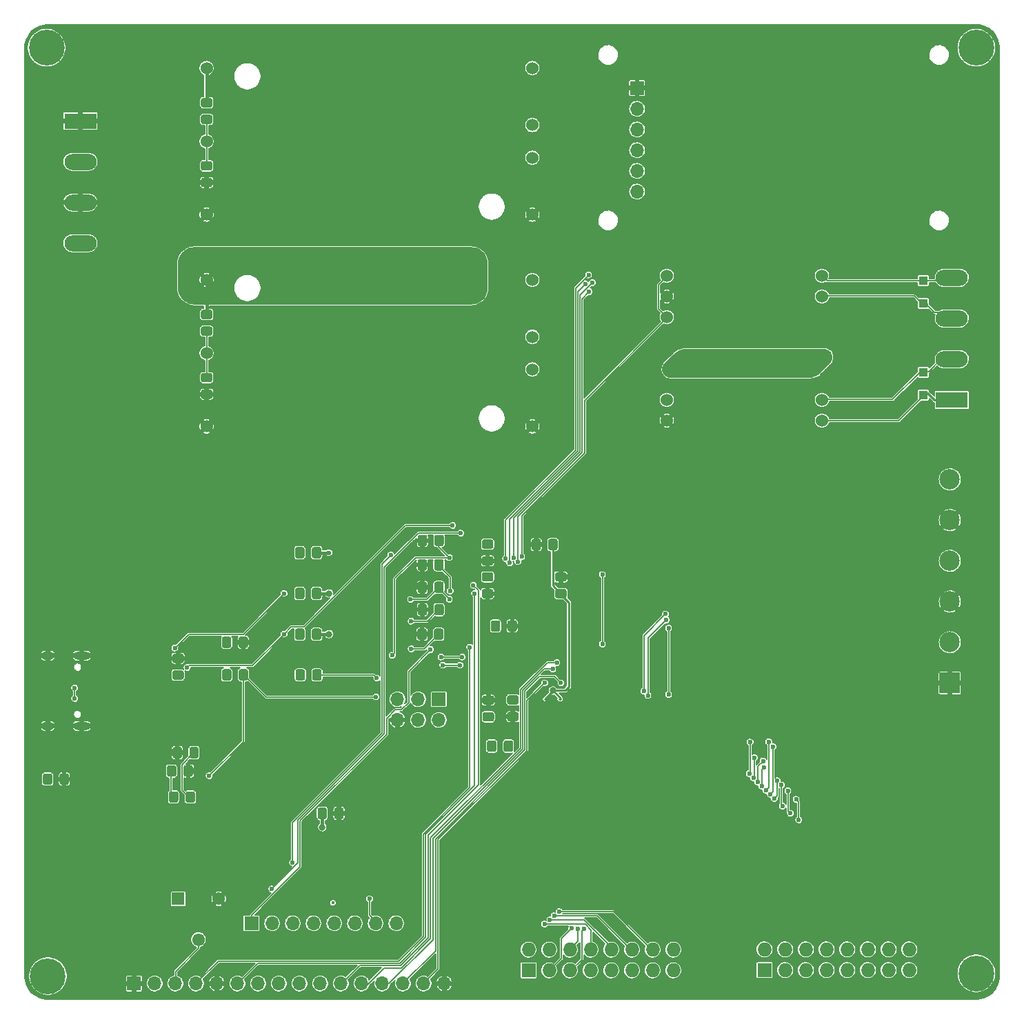
<source format=gbr>
G04 #@! TF.GenerationSoftware,KiCad,Pcbnew,(5.99.0-1662-g9db296991)*
G04 #@! TF.CreationDate,2020-05-24T00:42:53+05:30*
G04 #@! TF.ProjectId,UI,55492e6b-6963-4616-945f-706362585858,rev?*
G04 #@! TF.SameCoordinates,Original*
G04 #@! TF.FileFunction,Copper,L2,Bot*
G04 #@! TF.FilePolarity,Positive*
%FSLAX46Y46*%
G04 Gerber Fmt 4.6, Leading zero omitted, Abs format (unit mm)*
G04 Created by KiCad (PCBNEW (5.99.0-1662-g9db296991)) date 2020-05-24 00:42:54*
%MOMM*%
%LPD*%
G01*
G04 APERTURE LIST*
G04 #@! TA.AperFunction,ComponentPad*
%ADD10C,1.550000*%
G04 #@! TD*
G04 #@! TA.AperFunction,ComponentPad*
%ADD11R,1.550000X1.550000*%
G04 #@! TD*
G04 #@! TA.AperFunction,ComponentPad*
%ADD12O,1.727200X1.727200*%
G04 #@! TD*
G04 #@! TA.AperFunction,ComponentPad*
%ADD13R,1.727200X1.727200*%
G04 #@! TD*
G04 #@! TA.AperFunction,ComponentPad*
%ADD14C,2.500000*%
G04 #@! TD*
G04 #@! TA.AperFunction,ComponentPad*
%ADD15R,2.500000X2.500000*%
G04 #@! TD*
G04 #@! TA.AperFunction,ComponentPad*
%ADD16O,3.960000X1.980000*%
G04 #@! TD*
G04 #@! TA.AperFunction,ComponentPad*
%ADD17R,3.960000X1.980000*%
G04 #@! TD*
G04 #@! TA.AperFunction,ComponentPad*
%ADD18O,1.600000X1.000000*%
G04 #@! TD*
G04 #@! TA.AperFunction,ComponentPad*
%ADD19O,2.100000X1.000000*%
G04 #@! TD*
G04 #@! TA.AperFunction,ComponentPad*
%ADD20C,1.524000*%
G04 #@! TD*
G04 #@! TA.AperFunction,ComponentPad*
%ADD21O,1.700000X1.700000*%
G04 #@! TD*
G04 #@! TA.AperFunction,ComponentPad*
%ADD22R,1.700000X1.700000*%
G04 #@! TD*
G04 #@! TA.AperFunction,ComponentPad*
%ADD23C,4.400000*%
G04 #@! TD*
G04 #@! TA.AperFunction,ComponentPad*
%ADD24C,0.700000*%
G04 #@! TD*
G04 #@! TA.AperFunction,SMDPad,CuDef*
%ADD25R,1.100000X1.100000*%
G04 #@! TD*
G04 #@! TA.AperFunction,ViaPad*
%ADD26C,0.600000*%
G04 #@! TD*
G04 #@! TA.AperFunction,ViaPad*
%ADD27C,0.450000*%
G04 #@! TD*
G04 #@! TA.AperFunction,ViaPad*
%ADD28C,0.800000*%
G04 #@! TD*
G04 #@! TA.AperFunction,Conductor*
%ADD29C,0.127000*%
G04 #@! TD*
G04 #@! TA.AperFunction,Conductor*
%ADD30C,0.254000*%
G04 #@! TD*
G04 #@! TA.AperFunction,Conductor*
%ADD31C,0.381000*%
G04 #@! TD*
G04 APERTURE END LIST*
D10*
X33500000Y-124500000D03*
D11*
X31000000Y-119500000D03*
D10*
X36000000Y-119500000D03*
D12*
X91810000Y-125740000D03*
X91810000Y-128280000D03*
X89270000Y-125740000D03*
X89270000Y-128280000D03*
X86730000Y-125740000D03*
X86730000Y-128280000D03*
X84190000Y-125740000D03*
X84190000Y-128280000D03*
X81650000Y-125740000D03*
X81650000Y-128280000D03*
X79110000Y-125740000D03*
X79110000Y-128280000D03*
X76570000Y-125740000D03*
X76570000Y-128280000D03*
X74030000Y-125740000D03*
D13*
X74030000Y-128280000D03*
D12*
X120780000Y-125710000D03*
X120780000Y-128250000D03*
X118240000Y-125710000D03*
X118240000Y-128250000D03*
X115700000Y-125710000D03*
X115700000Y-128250000D03*
X113160000Y-125710000D03*
X113160000Y-128250000D03*
X110620000Y-125710000D03*
X110620000Y-128250000D03*
X108080000Y-125710000D03*
X108080000Y-128250000D03*
X105540000Y-125710000D03*
X105540000Y-128250000D03*
X103000000Y-125710000D03*
D13*
X103000000Y-128250000D03*
D14*
X125750000Y-68000000D03*
X125750000Y-73000000D03*
X125750000Y-78000000D03*
X125750000Y-83000000D03*
X125750000Y-88000000D03*
D15*
X125750000Y-93000000D03*
D16*
X126000000Y-48250000D03*
X126000000Y-43250000D03*
X126000000Y-53250000D03*
D17*
X126000000Y-58250000D03*
D16*
X19000000Y-34000000D03*
X19000000Y-39000000D03*
X19000000Y-29000000D03*
D17*
X19000000Y-24000000D03*
D18*
X15000000Y-98270000D03*
D19*
X19180000Y-98270000D03*
X19180000Y-89630000D03*
D18*
X15000000Y-89630000D03*
D20*
X110050000Y-43000000D03*
X91000000Y-48080000D03*
X91000000Y-58240000D03*
X110050000Y-60780000D03*
X91000000Y-43000000D03*
X91000000Y-45540000D03*
X91000000Y-60780000D03*
X110050000Y-45540000D03*
X110050000Y-58240000D03*
D21*
X87346000Y-25034000D03*
X87346000Y-32654000D03*
X87346000Y-30114000D03*
D22*
X87346000Y-19954000D03*
D21*
X87346000Y-22494000D03*
X87346000Y-27574000D03*
D20*
X74500000Y-54500000D03*
X74500000Y-43500000D03*
X74500000Y-50500000D03*
X74500000Y-61500000D03*
X34500000Y-52500000D03*
X34500000Y-61500000D03*
X34500000Y-43500000D03*
X74500000Y-28500000D03*
X74500000Y-17500000D03*
X74500000Y-24500000D03*
X74500000Y-35500000D03*
X34500000Y-26500000D03*
X34500000Y-35500000D03*
X34500000Y-17500000D03*
G04 #@! TA.AperFunction,SMDPad,CuDef*
G36*
G01*
X34950001Y-56075000D02*
X34049999Y-56075000D01*
G75*
G02*
X33800000Y-55825001I0J249999D01*
G01*
X33800000Y-55174999D01*
G75*
G02*
X34049999Y-54925000I249999J0D01*
G01*
X34950001Y-54925000D01*
G75*
G02*
X35200000Y-55174999I0J-249999D01*
G01*
X35200000Y-55825001D01*
G75*
G02*
X34950001Y-56075000I-249999J0D01*
G01*
G37*
G04 #@! TD.AperFunction*
G04 #@! TA.AperFunction,SMDPad,CuDef*
G36*
G01*
X34950001Y-58125000D02*
X34049999Y-58125000D01*
G75*
G02*
X33800000Y-57875001I0J249999D01*
G01*
X33800000Y-57224999D01*
G75*
G02*
X34049999Y-56975000I249999J0D01*
G01*
X34950001Y-56975000D01*
G75*
G02*
X35200000Y-57224999I0J-249999D01*
G01*
X35200000Y-57875001D01*
G75*
G02*
X34950001Y-58125000I-249999J0D01*
G01*
G37*
G04 #@! TD.AperFunction*
G04 #@! TA.AperFunction,SMDPad,CuDef*
G36*
G01*
X34950001Y-48325000D02*
X34049999Y-48325000D01*
G75*
G02*
X33800000Y-48075001I0J249999D01*
G01*
X33800000Y-47424999D01*
G75*
G02*
X34049999Y-47175000I249999J0D01*
G01*
X34950001Y-47175000D01*
G75*
G02*
X35200000Y-47424999I0J-249999D01*
G01*
X35200000Y-48075001D01*
G75*
G02*
X34950001Y-48325000I-249999J0D01*
G01*
G37*
G04 #@! TD.AperFunction*
G04 #@! TA.AperFunction,SMDPad,CuDef*
G36*
G01*
X34950001Y-50375000D02*
X34049999Y-50375000D01*
G75*
G02*
X33800000Y-50125001I0J249999D01*
G01*
X33800000Y-49474999D01*
G75*
G02*
X34049999Y-49225000I249999J0D01*
G01*
X34950001Y-49225000D01*
G75*
G02*
X35200000Y-49474999I0J-249999D01*
G01*
X35200000Y-50125001D01*
G75*
G02*
X34950001Y-50375000I-249999J0D01*
G01*
G37*
G04 #@! TD.AperFunction*
G04 #@! TA.AperFunction,SMDPad,CuDef*
G36*
G01*
X34950001Y-30075000D02*
X34049999Y-30075000D01*
G75*
G02*
X33800000Y-29825001I0J249999D01*
G01*
X33800000Y-29174999D01*
G75*
G02*
X34049999Y-28925000I249999J0D01*
G01*
X34950001Y-28925000D01*
G75*
G02*
X35200000Y-29174999I0J-249999D01*
G01*
X35200000Y-29825001D01*
G75*
G02*
X34950001Y-30075000I-249999J0D01*
G01*
G37*
G04 #@! TD.AperFunction*
G04 #@! TA.AperFunction,SMDPad,CuDef*
G36*
G01*
X34950001Y-32125000D02*
X34049999Y-32125000D01*
G75*
G02*
X33800000Y-31875001I0J249999D01*
G01*
X33800000Y-31224999D01*
G75*
G02*
X34049999Y-30975000I249999J0D01*
G01*
X34950001Y-30975000D01*
G75*
G02*
X35200000Y-31224999I0J-249999D01*
G01*
X35200000Y-31875001D01*
G75*
G02*
X34950001Y-32125000I-249999J0D01*
G01*
G37*
G04 #@! TD.AperFunction*
G04 #@! TA.AperFunction,SMDPad,CuDef*
G36*
G01*
X34950001Y-22325000D02*
X34049999Y-22325000D01*
G75*
G02*
X33800000Y-22075001I0J249999D01*
G01*
X33800000Y-21424999D01*
G75*
G02*
X34049999Y-21175000I249999J0D01*
G01*
X34950001Y-21175000D01*
G75*
G02*
X35200000Y-21424999I0J-249999D01*
G01*
X35200000Y-22075001D01*
G75*
G02*
X34950001Y-22325000I-249999J0D01*
G01*
G37*
G04 #@! TD.AperFunction*
G04 #@! TA.AperFunction,SMDPad,CuDef*
G36*
G01*
X34950001Y-24375000D02*
X34049999Y-24375000D01*
G75*
G02*
X33800000Y-24125001I0J249999D01*
G01*
X33800000Y-23474999D01*
G75*
G02*
X34049999Y-23225000I249999J0D01*
G01*
X34950001Y-23225000D01*
G75*
G02*
X35200000Y-23474999I0J-249999D01*
G01*
X35200000Y-24125001D01*
G75*
G02*
X34950001Y-24375000I-249999J0D01*
G01*
G37*
G04 #@! TD.AperFunction*
G04 #@! TA.AperFunction,SMDPad,CuDef*
G36*
G01*
X31925000Y-107450001D02*
X31925000Y-106549999D01*
G75*
G02*
X32174999Y-106300000I249999J0D01*
G01*
X32825001Y-106300000D01*
G75*
G02*
X33075000Y-106549999I0J-249999D01*
G01*
X33075000Y-107450001D01*
G75*
G02*
X32825001Y-107700000I-249999J0D01*
G01*
X32174999Y-107700000D01*
G75*
G02*
X31925000Y-107450001I0J249999D01*
G01*
G37*
G04 #@! TD.AperFunction*
G04 #@! TA.AperFunction,SMDPad,CuDef*
G36*
G01*
X29875000Y-107450001D02*
X29875000Y-106549999D01*
G75*
G02*
X30124999Y-106300000I249999J0D01*
G01*
X30775001Y-106300000D01*
G75*
G02*
X31025000Y-106549999I0J-249999D01*
G01*
X31025000Y-107450001D01*
G75*
G02*
X30775001Y-107700000I-249999J0D01*
G01*
X30124999Y-107700000D01*
G75*
G02*
X29875000Y-107450001I0J249999D01*
G01*
G37*
G04 #@! TD.AperFunction*
G04 #@! TA.AperFunction,SMDPad,CuDef*
G36*
G01*
X47425000Y-82450001D02*
X47425000Y-81549999D01*
G75*
G02*
X47674999Y-81300000I249999J0D01*
G01*
X48325001Y-81300000D01*
G75*
G02*
X48575000Y-81549999I0J-249999D01*
G01*
X48575000Y-82450001D01*
G75*
G02*
X48325001Y-82700000I-249999J0D01*
G01*
X47674999Y-82700000D01*
G75*
G02*
X47425000Y-82450001I0J249999D01*
G01*
G37*
G04 #@! TD.AperFunction*
G04 #@! TA.AperFunction,SMDPad,CuDef*
G36*
G01*
X45375000Y-82450001D02*
X45375000Y-81549999D01*
G75*
G02*
X45624999Y-81300000I249999J0D01*
G01*
X46275001Y-81300000D01*
G75*
G02*
X46525000Y-81549999I0J-249999D01*
G01*
X46525000Y-82450001D01*
G75*
G02*
X46275001Y-82700000I-249999J0D01*
G01*
X45624999Y-82700000D01*
G75*
G02*
X45375000Y-82450001I0J249999D01*
G01*
G37*
G04 #@! TD.AperFunction*
G04 #@! TA.AperFunction,SMDPad,CuDef*
G36*
G01*
X47425000Y-87450001D02*
X47425000Y-86549999D01*
G75*
G02*
X47674999Y-86300000I249999J0D01*
G01*
X48325001Y-86300000D01*
G75*
G02*
X48575000Y-86549999I0J-249999D01*
G01*
X48575000Y-87450001D01*
G75*
G02*
X48325001Y-87700000I-249999J0D01*
G01*
X47674999Y-87700000D01*
G75*
G02*
X47425000Y-87450001I0J249999D01*
G01*
G37*
G04 #@! TD.AperFunction*
G04 #@! TA.AperFunction,SMDPad,CuDef*
G36*
G01*
X45375000Y-87450001D02*
X45375000Y-86549999D01*
G75*
G02*
X45624999Y-86300000I249999J0D01*
G01*
X46275001Y-86300000D01*
G75*
G02*
X46525000Y-86549999I0J-249999D01*
G01*
X46525000Y-87450001D01*
G75*
G02*
X46275001Y-87700000I-249999J0D01*
G01*
X45624999Y-87700000D01*
G75*
G02*
X45375000Y-87450001I0J249999D01*
G01*
G37*
G04 #@! TD.AperFunction*
G04 #@! TA.AperFunction,SMDPad,CuDef*
G36*
G01*
X47475000Y-92450001D02*
X47475000Y-91549999D01*
G75*
G02*
X47724999Y-91300000I249999J0D01*
G01*
X48375001Y-91300000D01*
G75*
G02*
X48625000Y-91549999I0J-249999D01*
G01*
X48625000Y-92450001D01*
G75*
G02*
X48375001Y-92700000I-249999J0D01*
G01*
X47724999Y-92700000D01*
G75*
G02*
X47475000Y-92450001I0J249999D01*
G01*
G37*
G04 #@! TD.AperFunction*
G04 #@! TA.AperFunction,SMDPad,CuDef*
G36*
G01*
X45425000Y-92450001D02*
X45425000Y-91549999D01*
G75*
G02*
X45674999Y-91300000I249999J0D01*
G01*
X46325001Y-91300000D01*
G75*
G02*
X46575000Y-91549999I0J-249999D01*
G01*
X46575000Y-92450001D01*
G75*
G02*
X46325001Y-92700000I-249999J0D01*
G01*
X45674999Y-92700000D01*
G75*
G02*
X45425000Y-92450001I0J249999D01*
G01*
G37*
G04 #@! TD.AperFunction*
G04 #@! TA.AperFunction,SMDPad,CuDef*
G36*
G01*
X47425000Y-77450001D02*
X47425000Y-76549999D01*
G75*
G02*
X47674999Y-76300000I249999J0D01*
G01*
X48325001Y-76300000D01*
G75*
G02*
X48575000Y-76549999I0J-249999D01*
G01*
X48575000Y-77450001D01*
G75*
G02*
X48325001Y-77700000I-249999J0D01*
G01*
X47674999Y-77700000D01*
G75*
G02*
X47425000Y-77450001I0J249999D01*
G01*
G37*
G04 #@! TD.AperFunction*
G04 #@! TA.AperFunction,SMDPad,CuDef*
G36*
G01*
X45375000Y-77450001D02*
X45375000Y-76549999D01*
G75*
G02*
X45624999Y-76300000I249999J0D01*
G01*
X46275001Y-76300000D01*
G75*
G02*
X46525000Y-76549999I0J-249999D01*
G01*
X46525000Y-77450001D01*
G75*
G02*
X46275001Y-77700000I-249999J0D01*
G01*
X45624999Y-77700000D01*
G75*
G02*
X45375000Y-77450001I0J249999D01*
G01*
G37*
G04 #@! TD.AperFunction*
G04 #@! TA.AperFunction,SMDPad,CuDef*
G36*
G01*
X70975000Y-101200001D02*
X70975000Y-100299999D01*
G75*
G02*
X71224999Y-100050000I249999J0D01*
G01*
X71875001Y-100050000D01*
G75*
G02*
X72125000Y-100299999I0J-249999D01*
G01*
X72125000Y-101200001D01*
G75*
G02*
X71875001Y-101450000I-249999J0D01*
G01*
X71224999Y-101450000D01*
G75*
G02*
X70975000Y-101200001I0J249999D01*
G01*
G37*
G04 #@! TD.AperFunction*
G04 #@! TA.AperFunction,SMDPad,CuDef*
G36*
G01*
X68925000Y-101200001D02*
X68925000Y-100299999D01*
G75*
G02*
X69174999Y-100050000I249999J0D01*
G01*
X69825001Y-100050000D01*
G75*
G02*
X70075000Y-100299999I0J-249999D01*
G01*
X70075000Y-101200001D01*
G75*
G02*
X69825001Y-101450000I-249999J0D01*
G01*
X69174999Y-101450000D01*
G75*
G02*
X68925000Y-101200001I0J249999D01*
G01*
G37*
G04 #@! TD.AperFunction*
D21*
X57920000Y-97540000D03*
X57920000Y-95000000D03*
X60460000Y-97540000D03*
X60460000Y-95000000D03*
X63000000Y-97540000D03*
D22*
X63000000Y-95000000D03*
D21*
X57780000Y-122500000D03*
X55240000Y-122500000D03*
X52700000Y-122500000D03*
X50160000Y-122500000D03*
X47620000Y-122500000D03*
X45080000Y-122500000D03*
X42540000Y-122500000D03*
D22*
X40000000Y-122500000D03*
D21*
X63680000Y-129900000D03*
X61140000Y-129900000D03*
X58600000Y-129900000D03*
X56060000Y-129900000D03*
X53520000Y-129900000D03*
X50980000Y-129900000D03*
X48440000Y-129900000D03*
X45900000Y-129900000D03*
X43360000Y-129900000D03*
X40820000Y-129900000D03*
X38280000Y-129900000D03*
X35740000Y-129900000D03*
X33200000Y-129900000D03*
X30660000Y-129900000D03*
X28120000Y-129900000D03*
D22*
X25580000Y-129900000D03*
D23*
X129000000Y-15000000D03*
D24*
X130650000Y-15000000D03*
X130166726Y-16166726D03*
X129000000Y-16650000D03*
X127833274Y-16166726D03*
X127350000Y-15000000D03*
X127833274Y-13833274D03*
X129000000Y-13350000D03*
X130166726Y-13833274D03*
D23*
X15000000Y-129000000D03*
D24*
X16650000Y-129000000D03*
X16166726Y-130166726D03*
X15000000Y-130650000D03*
X13833274Y-130166726D03*
X13350000Y-129000000D03*
X13833274Y-127833274D03*
X15000000Y-127350000D03*
X16166726Y-127833274D03*
D23*
X14850000Y-15000000D03*
D24*
X16500000Y-15000000D03*
X16016726Y-16166726D03*
X14850000Y-16650000D03*
X13683274Y-16166726D03*
X13200000Y-15000000D03*
X13683274Y-13833274D03*
X14850000Y-13350000D03*
X16016726Y-13833274D03*
D23*
X129000000Y-128650000D03*
D24*
X130650000Y-128650000D03*
X130166726Y-129816726D03*
X129000000Y-130300000D03*
X127833274Y-129816726D03*
X127350000Y-128650000D03*
X127833274Y-127483274D03*
X129000000Y-127000000D03*
X130166726Y-127483274D03*
D25*
X122500000Y-57650000D03*
X122500000Y-54850000D03*
X122500000Y-46400000D03*
X122500000Y-43600000D03*
G04 #@! TA.AperFunction,SMDPad,CuDef*
G36*
G01*
X61525000Y-86549999D02*
X61525000Y-87450001D01*
G75*
G02*
X61275001Y-87700000I-249999J0D01*
G01*
X60624999Y-87700000D01*
G75*
G02*
X60375000Y-87450001I0J249999D01*
G01*
X60375000Y-86549999D01*
G75*
G02*
X60624999Y-86300000I249999J0D01*
G01*
X61275001Y-86300000D01*
G75*
G02*
X61525000Y-86549999I0J-249999D01*
G01*
G37*
G04 #@! TD.AperFunction*
G04 #@! TA.AperFunction,SMDPad,CuDef*
G36*
G01*
X63575000Y-86549999D02*
X63575000Y-87450001D01*
G75*
G02*
X63325001Y-87700000I-249999J0D01*
G01*
X62674999Y-87700000D01*
G75*
G02*
X62425000Y-87450001I0J249999D01*
G01*
X62425000Y-86549999D01*
G75*
G02*
X62674999Y-86300000I249999J0D01*
G01*
X63325001Y-86300000D01*
G75*
G02*
X63575000Y-86549999I0J-249999D01*
G01*
G37*
G04 #@! TD.AperFunction*
G04 #@! TA.AperFunction,SMDPad,CuDef*
G36*
G01*
X61575000Y-75049999D02*
X61575000Y-75950001D01*
G75*
G02*
X61325001Y-76200000I-249999J0D01*
G01*
X60674999Y-76200000D01*
G75*
G02*
X60425000Y-75950001I0J249999D01*
G01*
X60425000Y-75049999D01*
G75*
G02*
X60674999Y-74800000I249999J0D01*
G01*
X61325001Y-74800000D01*
G75*
G02*
X61575000Y-75049999I0J-249999D01*
G01*
G37*
G04 #@! TD.AperFunction*
G04 #@! TA.AperFunction,SMDPad,CuDef*
G36*
G01*
X63625000Y-75049999D02*
X63625000Y-75950001D01*
G75*
G02*
X63375001Y-76200000I-249999J0D01*
G01*
X62724999Y-76200000D01*
G75*
G02*
X62475000Y-75950001I0J249999D01*
G01*
X62475000Y-75049999D01*
G75*
G02*
X62724999Y-74800000I249999J0D01*
G01*
X63375001Y-74800000D01*
G75*
G02*
X63625000Y-75049999I0J-249999D01*
G01*
G37*
G04 #@! TD.AperFunction*
G04 #@! TA.AperFunction,SMDPad,CuDef*
G36*
G01*
X61575000Y-83549999D02*
X61575000Y-84450001D01*
G75*
G02*
X61325001Y-84700000I-249999J0D01*
G01*
X60674999Y-84700000D01*
G75*
G02*
X60425000Y-84450001I0J249999D01*
G01*
X60425000Y-83549999D01*
G75*
G02*
X60674999Y-83300000I249999J0D01*
G01*
X61325001Y-83300000D01*
G75*
G02*
X61575000Y-83549999I0J-249999D01*
G01*
G37*
G04 #@! TD.AperFunction*
G04 #@! TA.AperFunction,SMDPad,CuDef*
G36*
G01*
X63625000Y-83549999D02*
X63625000Y-84450001D01*
G75*
G02*
X63375001Y-84700000I-249999J0D01*
G01*
X62724999Y-84700000D01*
G75*
G02*
X62475000Y-84450001I0J249999D01*
G01*
X62475000Y-83549999D01*
G75*
G02*
X62724999Y-83300000I249999J0D01*
G01*
X63375001Y-83300000D01*
G75*
G02*
X63625000Y-83549999I0J-249999D01*
G01*
G37*
G04 #@! TD.AperFunction*
G04 #@! TA.AperFunction,SMDPad,CuDef*
G36*
G01*
X49275000Y-108549999D02*
X49275000Y-109450001D01*
G75*
G02*
X49025001Y-109700000I-249999J0D01*
G01*
X48374999Y-109700000D01*
G75*
G02*
X48125000Y-109450001I0J249999D01*
G01*
X48125000Y-108549999D01*
G75*
G02*
X48374999Y-108300000I249999J0D01*
G01*
X49025001Y-108300000D01*
G75*
G02*
X49275000Y-108549999I0J-249999D01*
G01*
G37*
G04 #@! TD.AperFunction*
G04 #@! TA.AperFunction,SMDPad,CuDef*
G36*
G01*
X51325000Y-108549999D02*
X51325000Y-109450001D01*
G75*
G02*
X51075001Y-109700000I-249999J0D01*
G01*
X50424999Y-109700000D01*
G75*
G02*
X50175000Y-109450001I0J249999D01*
G01*
X50175000Y-108549999D01*
G75*
G02*
X50424999Y-108300000I249999J0D01*
G01*
X51075001Y-108300000D01*
G75*
G02*
X51325000Y-108549999I0J-249999D01*
G01*
G37*
G04 #@! TD.AperFunction*
G04 #@! TA.AperFunction,SMDPad,CuDef*
G36*
G01*
X31675000Y-104250001D02*
X31675000Y-103349999D01*
G75*
G02*
X31924999Y-103100000I249999J0D01*
G01*
X32575001Y-103100000D01*
G75*
G02*
X32825000Y-103349999I0J-249999D01*
G01*
X32825000Y-104250001D01*
G75*
G02*
X32575001Y-104500000I-249999J0D01*
G01*
X31924999Y-104500000D01*
G75*
G02*
X31675000Y-104250001I0J249999D01*
G01*
G37*
G04 #@! TD.AperFunction*
G04 #@! TA.AperFunction,SMDPad,CuDef*
G36*
G01*
X29625000Y-104250001D02*
X29625000Y-103349999D01*
G75*
G02*
X29874999Y-103100000I249999J0D01*
G01*
X30525001Y-103100000D01*
G75*
G02*
X30775000Y-103349999I0J-249999D01*
G01*
X30775000Y-104250001D01*
G75*
G02*
X30525001Y-104500000I-249999J0D01*
G01*
X29874999Y-104500000D01*
G75*
G02*
X29625000Y-104250001I0J249999D01*
G01*
G37*
G04 #@! TD.AperFunction*
G04 #@! TA.AperFunction,SMDPad,CuDef*
G36*
G01*
X31475000Y-101099999D02*
X31475000Y-102000001D01*
G75*
G02*
X31225001Y-102250000I-249999J0D01*
G01*
X30574999Y-102250000D01*
G75*
G02*
X30325000Y-102000001I0J249999D01*
G01*
X30325000Y-101099999D01*
G75*
G02*
X30574999Y-100850000I249999J0D01*
G01*
X31225001Y-100850000D01*
G75*
G02*
X31475000Y-101099999I0J-249999D01*
G01*
G37*
G04 #@! TD.AperFunction*
G04 #@! TA.AperFunction,SMDPad,CuDef*
G36*
G01*
X33525000Y-101099999D02*
X33525000Y-102000001D01*
G75*
G02*
X33275001Y-102250000I-249999J0D01*
G01*
X32624999Y-102250000D01*
G75*
G02*
X32375000Y-102000001I0J249999D01*
G01*
X32375000Y-101099999D01*
G75*
G02*
X32624999Y-100850000I249999J0D01*
G01*
X33275001Y-100850000D01*
G75*
G02*
X33525000Y-101099999I0J-249999D01*
G01*
G37*
G04 #@! TD.AperFunction*
G04 #@! TA.AperFunction,SMDPad,CuDef*
G36*
G01*
X37550000Y-91549999D02*
X37550000Y-92450001D01*
G75*
G02*
X37300001Y-92700000I-249999J0D01*
G01*
X36649999Y-92700000D01*
G75*
G02*
X36400000Y-92450001I0J249999D01*
G01*
X36400000Y-91549999D01*
G75*
G02*
X36649999Y-91300000I249999J0D01*
G01*
X37300001Y-91300000D01*
G75*
G02*
X37550000Y-91549999I0J-249999D01*
G01*
G37*
G04 #@! TD.AperFunction*
G04 #@! TA.AperFunction,SMDPad,CuDef*
G36*
G01*
X39600000Y-91549999D02*
X39600000Y-92450001D01*
G75*
G02*
X39350001Y-92700000I-249999J0D01*
G01*
X38699999Y-92700000D01*
G75*
G02*
X38450000Y-92450001I0J249999D01*
G01*
X38450000Y-91549999D01*
G75*
G02*
X38699999Y-91300000I249999J0D01*
G01*
X39350001Y-91300000D01*
G75*
G02*
X39600000Y-91549999I0J-249999D01*
G01*
G37*
G04 #@! TD.AperFunction*
G04 #@! TA.AperFunction,SMDPad,CuDef*
G36*
G01*
X37525000Y-87549999D02*
X37525000Y-88450001D01*
G75*
G02*
X37275001Y-88700000I-249999J0D01*
G01*
X36624999Y-88700000D01*
G75*
G02*
X36375000Y-88450001I0J249999D01*
G01*
X36375000Y-87549999D01*
G75*
G02*
X36624999Y-87300000I249999J0D01*
G01*
X37275001Y-87300000D01*
G75*
G02*
X37525000Y-87549999I0J-249999D01*
G01*
G37*
G04 #@! TD.AperFunction*
G04 #@! TA.AperFunction,SMDPad,CuDef*
G36*
G01*
X39575000Y-87549999D02*
X39575000Y-88450001D01*
G75*
G02*
X39325001Y-88700000I-249999J0D01*
G01*
X38674999Y-88700000D01*
G75*
G02*
X38425000Y-88450001I0J249999D01*
G01*
X38425000Y-87549999D01*
G75*
G02*
X38674999Y-87300000I249999J0D01*
G01*
X39325001Y-87300000D01*
G75*
G02*
X39575000Y-87549999I0J-249999D01*
G01*
G37*
G04 #@! TD.AperFunction*
G04 #@! TA.AperFunction,SMDPad,CuDef*
G36*
G01*
X30549999Y-91450000D02*
X31450001Y-91450000D01*
G75*
G02*
X31700000Y-91699999I0J-249999D01*
G01*
X31700000Y-92350001D01*
G75*
G02*
X31450001Y-92600000I-249999J0D01*
G01*
X30549999Y-92600000D01*
G75*
G02*
X30300000Y-92350001I0J249999D01*
G01*
X30300000Y-91699999D01*
G75*
G02*
X30549999Y-91450000I249999J0D01*
G01*
G37*
G04 #@! TD.AperFunction*
G04 #@! TA.AperFunction,SMDPad,CuDef*
G36*
G01*
X30549999Y-89400000D02*
X31450001Y-89400000D01*
G75*
G02*
X31700000Y-89649999I0J-249999D01*
G01*
X31700000Y-90300001D01*
G75*
G02*
X31450001Y-90550000I-249999J0D01*
G01*
X30549999Y-90550000D01*
G75*
G02*
X30300000Y-90300001I0J249999D01*
G01*
X30300000Y-89649999D01*
G75*
G02*
X30549999Y-89400000I249999J0D01*
G01*
G37*
G04 #@! TD.AperFunction*
G04 #@! TA.AperFunction,SMDPad,CuDef*
G36*
G01*
X68549999Y-77425000D02*
X69450001Y-77425000D01*
G75*
G02*
X69700000Y-77674999I0J-249999D01*
G01*
X69700000Y-78325001D01*
G75*
G02*
X69450001Y-78575000I-249999J0D01*
G01*
X68549999Y-78575000D01*
G75*
G02*
X68300000Y-78325001I0J249999D01*
G01*
X68300000Y-77674999D01*
G75*
G02*
X68549999Y-77425000I249999J0D01*
G01*
G37*
G04 #@! TD.AperFunction*
G04 #@! TA.AperFunction,SMDPad,CuDef*
G36*
G01*
X68549999Y-75375000D02*
X69450001Y-75375000D01*
G75*
G02*
X69700000Y-75624999I0J-249999D01*
G01*
X69700000Y-76275001D01*
G75*
G02*
X69450001Y-76525000I-249999J0D01*
G01*
X68549999Y-76525000D01*
G75*
G02*
X68300000Y-76275001I0J249999D01*
G01*
X68300000Y-75624999D01*
G75*
G02*
X68549999Y-75375000I249999J0D01*
G01*
G37*
G04 #@! TD.AperFunction*
G04 #@! TA.AperFunction,SMDPad,CuDef*
G36*
G01*
X16450000Y-105250001D02*
X16450000Y-104349999D01*
G75*
G02*
X16699999Y-104100000I249999J0D01*
G01*
X17350001Y-104100000D01*
G75*
G02*
X17600000Y-104349999I0J-249999D01*
G01*
X17600000Y-105250001D01*
G75*
G02*
X17350001Y-105500000I-249999J0D01*
G01*
X16699999Y-105500000D01*
G75*
G02*
X16450000Y-105250001I0J249999D01*
G01*
G37*
G04 #@! TD.AperFunction*
G04 #@! TA.AperFunction,SMDPad,CuDef*
G36*
G01*
X14400000Y-105250001D02*
X14400000Y-104349999D01*
G75*
G02*
X14649999Y-104100000I249999J0D01*
G01*
X15300001Y-104100000D01*
G75*
G02*
X15550000Y-104349999I0J-249999D01*
G01*
X15550000Y-105250001D01*
G75*
G02*
X15300001Y-105500000I-249999J0D01*
G01*
X14649999Y-105500000D01*
G75*
G02*
X14400000Y-105250001I0J249999D01*
G01*
G37*
G04 #@! TD.AperFunction*
G04 #@! TA.AperFunction,SMDPad,CuDef*
G36*
G01*
X69550001Y-95675000D02*
X68649999Y-95675000D01*
G75*
G02*
X68400000Y-95425001I0J249999D01*
G01*
X68400000Y-94774999D01*
G75*
G02*
X68649999Y-94525000I249999J0D01*
G01*
X69550001Y-94525000D01*
G75*
G02*
X69800000Y-94774999I0J-249999D01*
G01*
X69800000Y-95425001D01*
G75*
G02*
X69550001Y-95675000I-249999J0D01*
G01*
G37*
G04 #@! TD.AperFunction*
G04 #@! TA.AperFunction,SMDPad,CuDef*
G36*
G01*
X69550001Y-97725000D02*
X68649999Y-97725000D01*
G75*
G02*
X68400000Y-97475001I0J249999D01*
G01*
X68400000Y-96824999D01*
G75*
G02*
X68649999Y-96575000I249999J0D01*
G01*
X69550001Y-96575000D01*
G75*
G02*
X69800000Y-96824999I0J-249999D01*
G01*
X69800000Y-97475001D01*
G75*
G02*
X69550001Y-97725000I-249999J0D01*
G01*
G37*
G04 #@! TD.AperFunction*
G04 #@! TA.AperFunction,SMDPad,CuDef*
G36*
G01*
X71649999Y-96550000D02*
X72550001Y-96550000D01*
G75*
G02*
X72800000Y-96799999I0J-249999D01*
G01*
X72800000Y-97450001D01*
G75*
G02*
X72550001Y-97700000I-249999J0D01*
G01*
X71649999Y-97700000D01*
G75*
G02*
X71400000Y-97450001I0J249999D01*
G01*
X71400000Y-96799999D01*
G75*
G02*
X71649999Y-96550000I249999J0D01*
G01*
G37*
G04 #@! TD.AperFunction*
G04 #@! TA.AperFunction,SMDPad,CuDef*
G36*
G01*
X71649999Y-94500000D02*
X72550001Y-94500000D01*
G75*
G02*
X72800000Y-94749999I0J-249999D01*
G01*
X72800000Y-95400001D01*
G75*
G02*
X72550001Y-95650000I-249999J0D01*
G01*
X71649999Y-95650000D01*
G75*
G02*
X71400000Y-95400001I0J249999D01*
G01*
X71400000Y-94749999D01*
G75*
G02*
X71649999Y-94500000I249999J0D01*
G01*
G37*
G04 #@! TD.AperFunction*
G04 #@! TA.AperFunction,SMDPad,CuDef*
G36*
G01*
X76450000Y-76450001D02*
X76450000Y-75549999D01*
G75*
G02*
X76699999Y-75300000I249999J0D01*
G01*
X77350001Y-75300000D01*
G75*
G02*
X77600000Y-75549999I0J-249999D01*
G01*
X77600000Y-76450001D01*
G75*
G02*
X77350001Y-76700000I-249999J0D01*
G01*
X76699999Y-76700000D01*
G75*
G02*
X76450000Y-76450001I0J249999D01*
G01*
G37*
G04 #@! TD.AperFunction*
G04 #@! TA.AperFunction,SMDPad,CuDef*
G36*
G01*
X74400000Y-76450001D02*
X74400000Y-75549999D01*
G75*
G02*
X74649999Y-75300000I249999J0D01*
G01*
X75300001Y-75300000D01*
G75*
G02*
X75550000Y-75549999I0J-249999D01*
G01*
X75550000Y-76450001D01*
G75*
G02*
X75300001Y-76700000I-249999J0D01*
G01*
X74649999Y-76700000D01*
G75*
G02*
X74400000Y-76450001I0J249999D01*
G01*
G37*
G04 #@! TD.AperFunction*
G04 #@! TA.AperFunction,SMDPad,CuDef*
G36*
G01*
X69450001Y-80550000D02*
X68549999Y-80550000D01*
G75*
G02*
X68300000Y-80300001I0J249999D01*
G01*
X68300000Y-79649999D01*
G75*
G02*
X68549999Y-79400000I249999J0D01*
G01*
X69450001Y-79400000D01*
G75*
G02*
X69700000Y-79649999I0J-249999D01*
G01*
X69700000Y-80300001D01*
G75*
G02*
X69450001Y-80550000I-249999J0D01*
G01*
G37*
G04 #@! TD.AperFunction*
G04 #@! TA.AperFunction,SMDPad,CuDef*
G36*
G01*
X69450001Y-82600000D02*
X68549999Y-82600000D01*
G75*
G02*
X68300000Y-82350001I0J249999D01*
G01*
X68300000Y-81699999D01*
G75*
G02*
X68549999Y-81450000I249999J0D01*
G01*
X69450001Y-81450000D01*
G75*
G02*
X69700000Y-81699999I0J-249999D01*
G01*
X69700000Y-82350001D01*
G75*
G02*
X69450001Y-82600000I-249999J0D01*
G01*
G37*
G04 #@! TD.AperFunction*
G04 #@! TA.AperFunction,SMDPad,CuDef*
G36*
G01*
X61550000Y-80799999D02*
X61550000Y-81700001D01*
G75*
G02*
X61300001Y-81950000I-249999J0D01*
G01*
X60649999Y-81950000D01*
G75*
G02*
X60400000Y-81700001I0J249999D01*
G01*
X60400000Y-80799999D01*
G75*
G02*
X60649999Y-80550000I249999J0D01*
G01*
X61300001Y-80550000D01*
G75*
G02*
X61550000Y-80799999I0J-249999D01*
G01*
G37*
G04 #@! TD.AperFunction*
G04 #@! TA.AperFunction,SMDPad,CuDef*
G36*
G01*
X63600000Y-80799999D02*
X63600000Y-81700001D01*
G75*
G02*
X63350001Y-81950000I-249999J0D01*
G01*
X62699999Y-81950000D01*
G75*
G02*
X62450000Y-81700001I0J249999D01*
G01*
X62450000Y-80799999D01*
G75*
G02*
X62699999Y-80550000I249999J0D01*
G01*
X63350001Y-80550000D01*
G75*
G02*
X63600000Y-80799999I0J-249999D01*
G01*
G37*
G04 #@! TD.AperFunction*
G04 #@! TA.AperFunction,SMDPad,CuDef*
G36*
G01*
X77549999Y-81450000D02*
X78450001Y-81450000D01*
G75*
G02*
X78700000Y-81699999I0J-249999D01*
G01*
X78700000Y-82350001D01*
G75*
G02*
X78450001Y-82600000I-249999J0D01*
G01*
X77549999Y-82600000D01*
G75*
G02*
X77300000Y-82350001I0J249999D01*
G01*
X77300000Y-81699999D01*
G75*
G02*
X77549999Y-81450000I249999J0D01*
G01*
G37*
G04 #@! TD.AperFunction*
G04 #@! TA.AperFunction,SMDPad,CuDef*
G36*
G01*
X77549999Y-79400000D02*
X78450001Y-79400000D01*
G75*
G02*
X78700000Y-79649999I0J-249999D01*
G01*
X78700000Y-80300001D01*
G75*
G02*
X78450001Y-80550000I-249999J0D01*
G01*
X77549999Y-80550000D01*
G75*
G02*
X77300000Y-80300001I0J249999D01*
G01*
X77300000Y-79649999D01*
G75*
G02*
X77549999Y-79400000I249999J0D01*
G01*
G37*
G04 #@! TD.AperFunction*
G04 #@! TA.AperFunction,SMDPad,CuDef*
G36*
G01*
X70550000Y-85549999D02*
X70550000Y-86450001D01*
G75*
G02*
X70300001Y-86700000I-249999J0D01*
G01*
X69649999Y-86700000D01*
G75*
G02*
X69400000Y-86450001I0J249999D01*
G01*
X69400000Y-85549999D01*
G75*
G02*
X69649999Y-85300000I249999J0D01*
G01*
X70300001Y-85300000D01*
G75*
G02*
X70550000Y-85549999I0J-249999D01*
G01*
G37*
G04 #@! TD.AperFunction*
G04 #@! TA.AperFunction,SMDPad,CuDef*
G36*
G01*
X72600000Y-85549999D02*
X72600000Y-86450001D01*
G75*
G02*
X72350001Y-86700000I-249999J0D01*
G01*
X71699999Y-86700000D01*
G75*
G02*
X71450000Y-86450001I0J249999D01*
G01*
X71450000Y-85549999D01*
G75*
G02*
X71699999Y-85300000I249999J0D01*
G01*
X72350001Y-85300000D01*
G75*
G02*
X72600000Y-85549999I0J-249999D01*
G01*
G37*
G04 #@! TD.AperFunction*
G04 #@! TA.AperFunction,SMDPad,CuDef*
G36*
G01*
X61550000Y-78049999D02*
X61550000Y-78950001D01*
G75*
G02*
X61300001Y-79200000I-249999J0D01*
G01*
X60649999Y-79200000D01*
G75*
G02*
X60400000Y-78950001I0J249999D01*
G01*
X60400000Y-78049999D01*
G75*
G02*
X60649999Y-77800000I249999J0D01*
G01*
X61300001Y-77800000D01*
G75*
G02*
X61550000Y-78049999I0J-249999D01*
G01*
G37*
G04 #@! TD.AperFunction*
G04 #@! TA.AperFunction,SMDPad,CuDef*
G36*
G01*
X63600000Y-78049999D02*
X63600000Y-78950001D01*
G75*
G02*
X63350001Y-79200000I-249999J0D01*
G01*
X62699999Y-79200000D01*
G75*
G02*
X62450000Y-78950001I0J249999D01*
G01*
X62450000Y-78049999D01*
G75*
G02*
X62699999Y-77800000I249999J0D01*
G01*
X63350001Y-77800000D01*
G75*
G02*
X63600000Y-78049999I0J-249999D01*
G01*
G37*
G04 #@! TD.AperFunction*
D26*
X64700000Y-73650000D03*
X46000000Y-92000000D03*
X76000000Y-93000000D03*
X78000000Y-93000000D03*
X44000000Y-87000000D03*
X44000000Y-82000000D03*
D27*
X46000000Y-77000000D03*
D26*
X46000000Y-87000000D03*
X46000000Y-82000000D03*
X72000000Y-97100000D03*
D28*
X33000000Y-103800000D03*
D26*
X78000000Y-80000000D03*
D28*
X30200000Y-101500000D03*
D26*
X69000000Y-78000000D03*
X69100000Y-94900000D03*
X75000000Y-76000000D03*
X69000000Y-76000000D03*
X71500000Y-100700000D03*
X72000000Y-94900000D03*
X37000000Y-92000000D03*
X69500000Y-100800000D03*
X30100000Y-103800000D03*
X15000000Y-104900000D03*
X33100000Y-101500000D03*
X69000000Y-80000000D03*
X78000000Y-82100000D03*
X39000000Y-92000000D03*
X69000000Y-82000000D03*
D28*
X31000000Y-92100000D03*
D26*
X72000000Y-86100000D03*
X63100000Y-78500000D03*
X36900000Y-88000000D03*
X77000000Y-76000000D03*
X70000000Y-86000000D03*
X69100000Y-97100000D03*
X63000000Y-84000000D03*
X63000000Y-87000000D03*
X30600000Y-88700000D03*
X42500000Y-77000000D03*
X42500000Y-92000000D03*
D28*
X17900000Y-101000000D03*
X17900000Y-110400000D03*
X57500000Y-115500000D03*
X25000000Y-99400000D03*
X29000000Y-87300000D03*
X25000000Y-88500000D03*
D26*
X59600000Y-78915500D03*
X59600000Y-80500000D03*
D27*
X24000000Y-75000000D03*
X24000000Y-76000000D03*
X24000000Y-77000000D03*
X23000000Y-77000000D03*
X23000000Y-76000000D03*
X23000000Y-75000000D03*
X22000000Y-75000000D03*
X22000000Y-76000000D03*
X22000000Y-77000000D03*
X21000000Y-77000000D03*
X21000000Y-76000000D03*
X21000000Y-75000000D03*
X20000000Y-76000000D03*
X20000000Y-77000000D03*
X20000000Y-78000000D03*
X21000000Y-78000000D03*
X22000000Y-78000000D03*
X20000000Y-79000000D03*
X21000000Y-79000000D03*
X22000000Y-79000000D03*
X38500000Y-80500000D03*
X38500000Y-81500000D03*
X38000000Y-81000000D03*
X37500000Y-80500000D03*
X37500000Y-81500000D03*
X37000000Y-81000000D03*
X36500000Y-80500000D03*
X36500000Y-81500000D03*
X36000000Y-81000000D03*
D26*
X64400000Y-81700000D03*
X49500000Y-77000000D03*
D28*
X49500000Y-82000000D03*
X49500000Y-87000000D03*
X48700000Y-110700000D03*
X77000000Y-93928489D03*
D27*
X50000000Y-120000000D03*
D26*
X64300000Y-82700000D03*
X59546836Y-82746836D03*
X63500000Y-90800000D03*
X65600000Y-90800000D03*
X34800000Y-104400000D03*
X55300000Y-94700000D03*
X59600000Y-85400000D03*
X64300000Y-77600000D03*
X57300000Y-89600000D03*
X54500000Y-119500000D03*
X59600000Y-88800000D03*
X32500000Y-40000000D03*
X33500000Y-40000000D03*
X34500000Y-40000000D03*
X35500000Y-40000000D03*
X36500000Y-40000000D03*
X37500000Y-40000000D03*
X38500000Y-40000000D03*
X39500000Y-40000000D03*
X40500000Y-40000000D03*
X64500000Y-40000000D03*
X65500000Y-40000000D03*
X66500000Y-40000000D03*
X67500000Y-40000000D03*
X65000000Y-41000000D03*
X66000000Y-41000000D03*
X67000000Y-41000000D03*
X68000000Y-41000000D03*
X64500000Y-42000000D03*
X65500000Y-42000000D03*
X66500000Y-42000000D03*
X67500000Y-42000000D03*
X68000000Y-43000000D03*
X67000000Y-43000000D03*
X66000000Y-43000000D03*
X65000000Y-43000000D03*
X64500000Y-44000000D03*
X65500000Y-44000000D03*
X66500000Y-44000000D03*
X67500000Y-44000000D03*
X68000000Y-45000000D03*
X67000000Y-45000000D03*
X66000000Y-45000000D03*
X65000000Y-45000000D03*
X64500000Y-46000000D03*
X65500000Y-46000000D03*
X66500000Y-46000000D03*
X67500000Y-46000000D03*
X32000000Y-41000000D03*
X33000000Y-41000000D03*
X34000000Y-41000000D03*
X35000000Y-41000000D03*
X36000000Y-41000000D03*
X37000000Y-41000000D03*
X38000000Y-41000000D03*
X39000000Y-41000000D03*
X40000000Y-41000000D03*
X41000000Y-41000000D03*
X31500000Y-42000000D03*
X32500000Y-42000000D03*
X33500000Y-42000000D03*
X34500000Y-42000000D03*
X35500000Y-42000000D03*
X36500000Y-42000000D03*
X37500000Y-42000000D03*
X38500000Y-42000000D03*
X39500000Y-42000000D03*
X40500000Y-42000000D03*
X41500000Y-42000000D03*
X32000000Y-43000000D03*
X33000000Y-43000000D03*
X36000000Y-43000000D03*
X37000000Y-43000000D03*
X38000000Y-43000000D03*
X41000000Y-43000000D03*
X31500000Y-44000000D03*
X32500000Y-44000000D03*
X36500000Y-44000000D03*
X37500000Y-44000000D03*
X41500000Y-44000000D03*
X32000000Y-45000000D03*
X33000000Y-45000000D03*
X34000000Y-45000000D03*
X36000000Y-45000000D03*
X37000000Y-45000000D03*
X32500000Y-46000000D03*
X33500000Y-46000000D03*
X33500000Y-44000000D03*
X35500000Y-44000000D03*
X35500000Y-46000000D03*
X35000000Y-45000000D03*
X36500000Y-46000000D03*
X37500000Y-46000000D03*
D27*
X92000000Y-53000000D03*
X92500000Y-52500000D03*
X93500000Y-52500000D03*
X93500000Y-53500000D03*
X92500000Y-54500000D03*
X91000000Y-55000000D03*
X91500000Y-54500000D03*
X92000000Y-54000000D03*
X92500000Y-53500000D03*
X93000000Y-53000000D03*
X93000000Y-54000000D03*
X92000000Y-55000000D03*
X108000000Y-54500000D03*
X108500000Y-54000000D03*
X109000000Y-53500000D03*
X109500000Y-53000000D03*
X110000000Y-52500000D03*
X111000000Y-52500000D03*
X110500000Y-53000000D03*
X110000000Y-53500000D03*
X109500000Y-54000000D03*
X109000000Y-54500000D03*
X108500000Y-55000000D03*
X109500000Y-55000000D03*
X110000000Y-54500000D03*
X110500000Y-54000000D03*
X111000000Y-53500000D03*
X91626313Y-53531578D03*
X91100000Y-54100000D03*
D26*
X73200000Y-77500000D03*
X77000000Y-91300000D03*
X77500001Y-90500001D03*
X67253164Y-80990500D03*
X67409500Y-82000000D03*
X66800000Y-88600000D03*
X45053164Y-115053164D03*
X57104175Y-77304175D03*
X42500000Y-118300000D03*
X65690510Y-74609490D03*
X62000000Y-88900000D03*
X72191599Y-77594695D03*
X81855065Y-43855065D03*
X71701099Y-78266437D03*
X81000000Y-44000000D03*
X72709500Y-78104902D03*
X81451908Y-44951908D03*
X105875817Y-106228205D03*
X106169490Y-109000000D03*
X104207467Y-107202424D03*
X104562202Y-105007739D03*
X106882590Y-107293802D03*
X107200000Y-109800000D03*
X105076350Y-105521741D03*
X105188478Y-108100000D03*
X101233159Y-100256845D03*
X101138392Y-104108812D03*
X103530002Y-100209998D03*
X103175789Y-106183135D03*
X101739490Y-102154179D03*
X101654669Y-104620675D03*
X102153069Y-105149960D03*
X102822098Y-102568412D03*
X102654530Y-105676347D03*
X102932232Y-103377769D03*
X104024144Y-100798164D03*
X103728279Y-106655683D03*
X91218522Y-94433051D03*
X91230000Y-86250000D03*
X32100000Y-91100000D03*
X83090000Y-79700000D03*
X83093164Y-88236836D03*
X90922902Y-85247098D03*
X88685490Y-94533672D03*
X80850000Y-123154521D03*
X79320000Y-123120000D03*
X77180000Y-121599998D03*
X90842819Y-84524521D03*
X88176870Y-94014214D03*
X80123006Y-123159530D03*
X75980000Y-122590510D03*
X77790000Y-121079998D03*
X76645661Y-122102978D03*
X18300000Y-93600000D03*
X18300000Y-94900014D03*
X55400000Y-92400000D03*
X63300000Y-89800000D03*
X65900000Y-89800000D03*
X71200000Y-77700000D03*
X81400000Y-42900000D03*
D29*
X46457468Y-86109490D02*
X58916958Y-73650000D01*
X44000000Y-87000000D02*
X44890510Y-86109490D01*
X44890510Y-86109490D02*
X46457468Y-86109490D01*
X58916958Y-73650000D02*
X64700000Y-73650000D01*
X78055899Y-124384101D02*
X79320000Y-123120000D01*
X77180000Y-121599998D02*
X82469998Y-121599998D01*
X80123006Y-124706994D02*
X80123006Y-123159530D01*
X77790000Y-121079998D02*
X84469998Y-121079998D01*
X76645661Y-122102978D02*
X80852978Y-122102978D01*
X84210000Y-125730000D02*
X84210000Y-125460000D01*
D30*
X77825000Y-95025000D02*
X77800000Y-95000000D01*
X78000000Y-95025000D02*
X77825000Y-95025000D01*
D29*
X45950000Y-77000000D02*
X46000000Y-77000000D01*
X63000000Y-81300000D02*
X63000000Y-81400000D01*
X69100000Y-97150000D02*
X69100000Y-97100000D01*
D30*
X78000000Y-95000000D02*
X78000000Y-94928489D01*
D29*
X86750000Y-125850000D02*
X86720000Y-125850000D01*
X45100000Y-122300000D02*
X45100000Y-122600000D01*
X33500000Y-124096015D02*
X33500000Y-124600000D01*
X33300000Y-129800000D02*
X33300000Y-129900000D01*
X56900000Y-129900000D02*
X56000000Y-129900000D01*
X54300000Y-130000000D02*
X53300000Y-130000000D01*
X91100000Y-48100000D02*
X91000000Y-48000000D01*
X126000000Y-54000000D02*
X125000000Y-53000000D01*
D30*
X125350000Y-58250000D02*
X126100000Y-59000000D01*
D29*
X125000000Y-53000000D02*
X124893000Y-53000000D01*
X123000000Y-57400000D02*
X122850000Y-57400000D01*
X126000000Y-42500000D02*
X125000000Y-42500000D01*
X123000000Y-46400000D02*
X122323000Y-46400000D01*
X123000000Y-46607000D02*
X123000000Y-46400000D01*
X30100000Y-106800000D02*
X30400000Y-107100000D01*
X39025000Y-92000000D02*
X39000000Y-92000000D01*
D30*
X60524999Y-80724999D02*
X61000000Y-81200000D01*
D29*
X44000000Y-82000000D02*
X39000000Y-87000000D01*
X39000000Y-87000000D02*
X32300000Y-87000000D01*
X32300000Y-87000000D02*
X30600000Y-88700000D01*
X40124999Y-90875001D02*
X44000000Y-87000000D01*
X56300000Y-78802022D02*
X60492532Y-74609490D01*
X56300000Y-99240776D02*
X56300000Y-78802022D01*
X45745991Y-109794785D02*
X56300000Y-99240776D01*
X42500000Y-118300000D02*
X45745990Y-115054010D01*
X60492532Y-74609490D02*
X65690510Y-74609490D01*
X45745990Y-115054010D02*
X45745991Y-109794785D01*
D31*
X32250000Y-103800000D02*
X33000000Y-103800000D01*
X30250000Y-101550000D02*
X30200000Y-101500000D01*
X30900000Y-101550000D02*
X30250000Y-101550000D01*
D30*
X60015500Y-78500000D02*
X59600000Y-78915500D01*
X60975000Y-78500000D02*
X60015500Y-78500000D01*
X59824999Y-80724999D02*
X60524999Y-80724999D01*
X59600000Y-80500000D02*
X59824999Y-80724999D01*
D29*
X64400000Y-80000000D02*
X64400000Y-81700000D01*
X63000000Y-78600000D02*
X64400000Y-80000000D01*
D31*
X48000000Y-77000000D02*
X49500000Y-77000000D01*
X48000000Y-82000000D02*
X49500000Y-82000000D01*
X48000000Y-87000000D02*
X49500000Y-87000000D01*
X48700000Y-110700000D02*
X48700000Y-109000000D01*
D30*
X77000000Y-81025000D02*
X77000000Y-76000000D01*
X78000000Y-82025000D02*
X77000000Y-81025000D01*
X79000000Y-93465685D02*
X78537196Y-93928489D01*
X77000000Y-94000000D02*
X77000000Y-93928489D01*
X79000000Y-83100000D02*
X79000000Y-93465685D01*
X78537196Y-93928489D02*
X77000000Y-93928489D01*
X78000000Y-94928489D02*
X77000000Y-93928489D01*
X76000000Y-95000000D02*
X77000000Y-94000000D01*
X78000000Y-82100000D02*
X79000000Y-83100000D01*
D29*
X63000000Y-81400000D02*
X64300000Y-82700000D01*
X59546836Y-82746836D02*
X61553164Y-82746836D01*
X61553164Y-82746836D02*
X63000000Y-81300000D01*
X63500000Y-90800000D02*
X65600000Y-90800000D01*
X34800000Y-104400000D02*
X39000000Y-100200000D01*
X39000000Y-100200000D02*
X39000000Y-91900000D01*
X41800000Y-94700000D02*
X55300000Y-94700000D01*
X39000000Y-91900000D02*
X41800000Y-94700000D01*
X31484490Y-103015510D02*
X31484490Y-106184490D01*
X32950000Y-101550000D02*
X31484490Y-103015510D01*
X31484490Y-106184490D02*
X32400000Y-107100000D01*
X30100000Y-103800000D02*
X30100000Y-106800000D01*
X59600000Y-85400000D02*
X61600000Y-85400000D01*
X61600000Y-85400000D02*
X63000000Y-84000000D01*
X63000000Y-76300000D02*
X64300000Y-77600000D01*
X63000000Y-75500000D02*
X63000000Y-76300000D01*
X60189558Y-77600000D02*
X64300000Y-77600000D01*
X57599999Y-80189559D02*
X60189558Y-77600000D01*
X57599999Y-89300001D02*
X57599999Y-80189559D01*
X57300000Y-89600000D02*
X57599999Y-89300001D01*
X54500000Y-119500000D02*
X54500000Y-121500000D01*
X54500000Y-121500000D02*
X55500000Y-122500000D01*
X61200000Y-88800000D02*
X63000000Y-87000000D01*
X59600000Y-88800000D02*
X61200000Y-88800000D01*
D31*
X34500000Y-17500000D02*
X34500000Y-21750000D01*
X34500000Y-47750000D02*
X34500000Y-43750000D01*
D29*
X123893000Y-47500000D02*
X123000000Y-46607000D01*
X126000000Y-47500000D02*
X123893000Y-47500000D01*
X122323000Y-46400000D02*
X121423000Y-45500000D01*
X121423000Y-45500000D02*
X110000000Y-45500000D01*
X110700000Y-43600000D02*
X110100000Y-43000000D01*
X125000000Y-42500000D02*
X123900000Y-43600000D01*
X123900000Y-43600000D02*
X110700000Y-43600000D01*
X119450000Y-60800000D02*
X110000000Y-60800000D01*
X122850000Y-57400000D02*
X119450000Y-60800000D01*
D30*
X123850000Y-58250000D02*
X125350000Y-58250000D01*
X123000000Y-57400000D02*
X123850000Y-58250000D01*
D29*
X118723000Y-58200000D02*
X110100000Y-58200000D01*
X122173000Y-54750000D02*
X118723000Y-58200000D01*
X124893000Y-53000000D02*
X123143000Y-54750000D01*
X123143000Y-54750000D02*
X122173000Y-54750000D01*
X90000000Y-47080000D02*
X90000000Y-44100000D01*
X91000000Y-48080000D02*
X90000000Y-47080000D01*
X90000000Y-44100000D02*
X91000000Y-43100000D01*
X80900000Y-64736896D02*
X80900000Y-58300000D01*
X73200000Y-72436896D02*
X80900000Y-64736896D01*
X80900000Y-58300000D02*
X91100000Y-48100000D01*
X73200000Y-77500000D02*
X73200000Y-72436896D01*
X73800000Y-101300000D02*
X62900000Y-112200000D01*
X73800000Y-95150000D02*
X73800000Y-101300000D01*
X62900000Y-112200000D02*
X62900000Y-128100000D01*
X76000000Y-92950000D02*
X73800000Y-95150000D01*
X62900000Y-128100000D02*
X61100000Y-129900000D01*
X77209490Y-92184490D02*
X75367532Y-92184490D01*
X62600000Y-112140776D02*
X62600000Y-125900000D01*
X78000000Y-92975000D02*
X77209490Y-92184490D01*
X75367532Y-92184490D02*
X73545989Y-94006033D01*
X73545989Y-94006033D02*
X73545989Y-101194787D01*
X73545989Y-101194787D02*
X62600000Y-112140776D01*
X62600000Y-125900000D02*
X58600000Y-129900000D01*
X62300000Y-124500000D02*
X56900000Y-129900000D01*
X62300000Y-112081552D02*
X62300000Y-124500000D01*
X73291978Y-101089574D02*
X62300000Y-112081552D01*
X73291978Y-93900819D02*
X73291978Y-101089574D01*
X75892798Y-91300000D02*
X73291978Y-93900819D01*
X77000000Y-91300000D02*
X75892798Y-91300000D01*
X56300000Y-128000000D02*
X54300000Y-130000000D01*
X58400000Y-128000000D02*
X56300000Y-128000000D01*
X62000000Y-124400000D02*
X58400000Y-128000000D01*
X62000000Y-112022328D02*
X62000000Y-124400000D01*
X73037967Y-100984361D02*
X62000000Y-112022328D01*
X73037967Y-93795605D02*
X73037967Y-100984361D01*
X76333571Y-90500001D02*
X73037967Y-93795605D01*
X77500001Y-90500001D02*
X76333571Y-90500001D01*
X61700000Y-121200000D02*
X61691978Y-121191978D01*
X61691978Y-111671122D02*
X67900000Y-105463100D01*
X61691978Y-121191978D02*
X61691978Y-111671122D01*
X67900000Y-105463100D02*
X67900000Y-81637336D01*
X67900000Y-81637336D02*
X67253164Y-80990500D01*
X58300000Y-127700000D02*
X53300000Y-127700000D01*
X61691978Y-124308022D02*
X58300000Y-127700000D01*
X53300000Y-127700000D02*
X50900000Y-130100000D01*
X61691978Y-121191978D02*
X61691978Y-124308022D01*
X40800000Y-127400000D02*
X38300000Y-129900000D01*
X58200000Y-127400000D02*
X40800000Y-127400000D01*
X61400000Y-124200000D02*
X58200000Y-127400000D01*
X61400000Y-111603875D02*
X61400000Y-124200000D01*
X67409500Y-105594375D02*
X61400000Y-111603875D01*
X67409500Y-82000000D02*
X67409500Y-105594375D01*
X61100000Y-124140776D02*
X61100000Y-111544651D01*
X66800000Y-105844651D02*
X66800000Y-88600000D01*
X61100000Y-111544651D02*
X66800000Y-105844651D01*
X61100000Y-124140776D02*
X58094786Y-127145990D01*
X35954010Y-127145990D02*
X33300000Y-129800000D01*
X58094786Y-127145990D02*
X35954010Y-127145990D01*
X33500000Y-125596015D02*
X30700000Y-128396015D01*
X33500000Y-124500000D02*
X33500000Y-125596015D01*
X30700000Y-128396015D02*
X30700000Y-130000000D01*
X45053164Y-110128388D02*
X56045990Y-99135562D01*
X45053164Y-115053164D02*
X45053164Y-110128388D01*
X56045990Y-78362360D02*
X57104175Y-77304175D01*
X56045990Y-99135562D02*
X56045990Y-78362360D01*
X65690510Y-74609490D02*
X65700000Y-74600000D01*
X56600000Y-97320058D02*
X57620058Y-96300000D01*
X56600000Y-99300000D02*
X56600000Y-97320058D01*
X46000000Y-109900000D02*
X56600000Y-99300000D01*
X57620058Y-96300000D02*
X58400000Y-96300000D01*
X46000000Y-115523000D02*
X46000000Y-109900000D01*
X40000000Y-121523000D02*
X46000000Y-115523000D01*
X59300000Y-91600000D02*
X62000000Y-88900000D01*
X59300000Y-95400000D02*
X59300000Y-91600000D01*
X58400000Y-96300000D02*
X59300000Y-95400000D01*
X40000000Y-122500000D02*
X40000000Y-121523000D01*
X80308020Y-64610428D02*
X80308020Y-45402110D01*
X80308020Y-45402110D02*
X81855065Y-43855065D01*
X72191599Y-72726849D02*
X80308020Y-64610428D01*
X72191599Y-77594695D02*
X72191599Y-72726849D01*
X80054010Y-44945990D02*
X81000000Y-44000000D01*
X71701099Y-72858125D02*
X80054010Y-64505214D01*
X80054010Y-64505214D02*
X80054010Y-44945990D01*
X71701099Y-78266437D02*
X71701099Y-72858125D01*
X80562030Y-64715642D02*
X80562030Y-45841786D01*
X80562030Y-45841786D02*
X81451908Y-44951908D01*
X72709500Y-72568172D02*
X80562030Y-64715642D01*
X72709500Y-78104902D02*
X72709500Y-72568172D01*
X105875817Y-108706327D02*
X106169490Y-109000000D01*
X105875817Y-106228205D02*
X105875817Y-108706327D01*
X104207467Y-107202424D02*
X104562202Y-106847689D01*
X104562202Y-106847689D02*
X104562202Y-105007739D01*
X106882590Y-107293802D02*
X107200000Y-107611212D01*
X107200000Y-107611212D02*
X107200000Y-109800000D01*
X105076350Y-105521741D02*
X105076350Y-107987872D01*
X105076350Y-107987872D02*
X105188478Y-108100000D01*
X101233159Y-100256845D02*
X101233159Y-104014045D01*
X101233159Y-104014045D02*
X101138392Y-104108812D01*
X103530002Y-100209998D02*
X103530002Y-105828922D01*
X103530002Y-105828922D02*
X103175789Y-106183135D01*
X101739490Y-102154179D02*
X101739490Y-104535854D01*
X101739490Y-104535854D02*
X101654669Y-104620675D01*
X102153069Y-103237441D02*
X102153069Y-105149960D01*
X102822098Y-102568412D02*
X102153069Y-103237441D01*
X102654530Y-103655471D02*
X102932232Y-103377769D01*
X102654530Y-105676347D02*
X102654530Y-103655471D01*
X104024144Y-106359818D02*
X103728279Y-106655683D01*
X104024144Y-100798164D02*
X104024144Y-106359818D01*
X91218522Y-94433051D02*
X91218522Y-86261478D01*
X91218522Y-86261478D02*
X91230000Y-86250000D01*
X32324999Y-90875001D02*
X40124999Y-90875001D01*
X32100000Y-91100000D02*
X32324999Y-90875001D01*
X83090000Y-79700000D02*
X83090000Y-88110000D01*
X83090000Y-88233672D02*
X83093164Y-88236836D01*
X83090000Y-88110000D02*
X83090000Y-88233672D01*
X88685490Y-87484510D02*
X88685490Y-94533672D01*
X90922902Y-85247098D02*
X88685490Y-87484510D01*
X80550001Y-126959999D02*
X80550001Y-123454520D01*
X80550001Y-123454520D02*
X80850000Y-123154521D01*
X79130000Y-128380000D02*
X80550001Y-126959999D01*
X76550000Y-128350000D02*
X78055899Y-126844101D01*
X78055899Y-126844101D02*
X78055899Y-124384101D01*
X86720000Y-125850000D02*
X82469998Y-121599998D01*
X88176870Y-87190470D02*
X88176870Y-94014214D01*
X90842819Y-84524521D02*
X88176870Y-87190470D01*
X79030000Y-125800000D02*
X80123006Y-124706994D01*
X80984255Y-122593479D02*
X76407233Y-122593479D01*
X81730000Y-125630000D02*
X81730000Y-123339224D01*
X81730000Y-123339224D02*
X80984255Y-122593479D01*
X76404264Y-122590510D02*
X75980000Y-122590510D01*
X76407233Y-122593479D02*
X76404264Y-122590510D01*
X89370000Y-125980000D02*
X84469998Y-121079998D01*
X84210000Y-125460000D02*
X80852978Y-122102978D01*
X18300000Y-93600000D02*
X18300000Y-94900014D01*
X55000000Y-92000000D02*
X55400000Y-92400000D01*
X48050000Y-92000000D02*
X55000000Y-92000000D01*
X63300000Y-89800000D02*
X65900000Y-89800000D01*
X79800000Y-44500000D02*
X81400000Y-42900000D01*
X71200000Y-73000000D02*
X79800000Y-64400000D01*
X79800000Y-64400000D02*
X79800000Y-44500000D01*
X71200000Y-77700000D02*
X71200000Y-73000000D01*
X34500000Y-23800000D02*
X34500000Y-26500000D01*
X34500000Y-29500000D02*
X34500000Y-26500000D01*
X34500000Y-49800000D02*
X34500000Y-52500000D01*
X34500000Y-55500000D02*
X34500000Y-52500000D01*
G36*
X128982072Y-12193828D02*
G01*
X128986536Y-12194410D01*
X129322382Y-12213775D01*
X129640481Y-12269291D01*
X129950097Y-12361004D01*
X130247114Y-12487693D01*
X130527613Y-12647687D01*
X130787859Y-12838856D01*
X131024405Y-13058668D01*
X131234119Y-13304213D01*
X131414219Y-13572229D01*
X131562328Y-13859186D01*
X131676467Y-14161245D01*
X131755134Y-14474430D01*
X131797549Y-14796612D01*
X131805433Y-15011605D01*
X131807026Y-15020394D01*
X131810500Y-15030806D01*
X131810501Y-128960894D01*
X131806173Y-128982071D01*
X131805591Y-128986535D01*
X131786225Y-129322381D01*
X131730709Y-129640483D01*
X131638998Y-129950090D01*
X131512304Y-130247122D01*
X131352318Y-130527607D01*
X131161144Y-130787860D01*
X130941332Y-131024406D01*
X130695792Y-131234115D01*
X130427768Y-131414221D01*
X130140815Y-131562328D01*
X129838754Y-131676467D01*
X129525573Y-131755134D01*
X129203390Y-131797549D01*
X128988396Y-131805433D01*
X128979607Y-131807026D01*
X128969195Y-131810500D01*
X15039101Y-131810500D01*
X15017929Y-131806173D01*
X15013465Y-131805591D01*
X14677619Y-131786225D01*
X14359517Y-131730709D01*
X14049910Y-131638998D01*
X13752878Y-131512304D01*
X13472393Y-131352318D01*
X13212140Y-131161144D01*
X12975594Y-130941332D01*
X12765885Y-130695792D01*
X12585779Y-130427768D01*
X12437672Y-130140815D01*
X12323533Y-129838754D01*
X12244866Y-129525573D01*
X12202451Y-129203390D01*
X12194567Y-128988396D01*
X12192974Y-128979607D01*
X12189500Y-128969195D01*
X12189500Y-128845434D01*
X12610501Y-128845434D01*
X12610501Y-129154566D01*
X12610769Y-129158649D01*
X12651119Y-129465135D01*
X12651917Y-129469149D01*
X12731926Y-129767746D01*
X12733242Y-129771621D01*
X12851540Y-130057222D01*
X12853350Y-130060892D01*
X13007916Y-130328607D01*
X13010190Y-130332009D01*
X13198377Y-130577260D01*
X13201075Y-130580336D01*
X13419664Y-130798925D01*
X13422740Y-130801623D01*
X13667991Y-130989810D01*
X13671393Y-130992084D01*
X13939108Y-131146650D01*
X13942778Y-131148460D01*
X14228379Y-131266758D01*
X14232254Y-131268074D01*
X14530851Y-131348083D01*
X14534865Y-131348881D01*
X14841351Y-131389231D01*
X14845434Y-131389499D01*
X15154566Y-131389499D01*
X15158649Y-131389231D01*
X15465135Y-131348881D01*
X15469149Y-131348083D01*
X15767746Y-131268074D01*
X15771621Y-131266758D01*
X16057222Y-131148460D01*
X16060892Y-131146650D01*
X16328607Y-130992084D01*
X16332009Y-130989810D01*
X16577260Y-130801623D01*
X16580336Y-130798925D01*
X16798925Y-130580336D01*
X16801623Y-130577260D01*
X16989810Y-130332009D01*
X16992084Y-130328607D01*
X17107840Y-130128111D01*
X24538012Y-130128111D01*
X24538012Y-130753071D01*
X24538614Y-130759182D01*
X24550271Y-130817784D01*
X24554982Y-130829158D01*
X24589891Y-130881403D01*
X24598597Y-130890109D01*
X24650842Y-130925018D01*
X24662216Y-130929729D01*
X24720818Y-130941386D01*
X24726929Y-130941988D01*
X25351888Y-130941988D01*
X25388500Y-130905376D01*
X25771499Y-130905376D01*
X25808111Y-130941988D01*
X26433071Y-130941988D01*
X26439182Y-130941386D01*
X26497784Y-130929729D01*
X26509158Y-130925018D01*
X26561403Y-130890109D01*
X26570109Y-130881403D01*
X26605018Y-130829158D01*
X26609729Y-130817784D01*
X26621386Y-130759182D01*
X26621988Y-130753071D01*
X26621988Y-130128112D01*
X26585376Y-130091500D01*
X25808112Y-130091499D01*
X25771500Y-130128111D01*
X25771499Y-130905376D01*
X25388500Y-130905376D01*
X25388501Y-130128112D01*
X25351889Y-130091500D01*
X24574624Y-130091499D01*
X24538012Y-130128111D01*
X17107840Y-130128111D01*
X17146650Y-130060892D01*
X17148460Y-130057222D01*
X17213781Y-129899520D01*
X27075457Y-129899520D01*
X27095443Y-130103357D01*
X27096695Y-130109564D01*
X27157260Y-130305219D01*
X27159735Y-130311048D01*
X27258405Y-130490528D01*
X27262001Y-130495740D01*
X27394745Y-130651715D01*
X27399315Y-130656097D01*
X27560711Y-130782194D01*
X27566069Y-130785568D01*
X27749524Y-130876636D01*
X27755452Y-130878864D01*
X27953471Y-130931182D01*
X27959725Y-130932173D01*
X28164220Y-130943606D01*
X28170546Y-130943319D01*
X28373163Y-130913399D01*
X28379302Y-130911846D01*
X28571764Y-130841795D01*
X28577465Y-130839039D01*
X28751912Y-130731719D01*
X28756942Y-130727873D01*
X28906245Y-130587668D01*
X28910399Y-130582889D01*
X29028462Y-130415526D01*
X29031570Y-130410009D01*
X29113567Y-130222324D01*
X29115503Y-130216295D01*
X29158098Y-130015903D01*
X29158782Y-130009498D01*
X29159166Y-129899520D01*
X29615457Y-129899520D01*
X29635443Y-130103357D01*
X29636695Y-130109564D01*
X29697260Y-130305219D01*
X29699735Y-130311048D01*
X29798405Y-130490528D01*
X29802001Y-130495740D01*
X29934745Y-130651715D01*
X29939315Y-130656097D01*
X30100711Y-130782194D01*
X30106069Y-130785568D01*
X30289524Y-130876636D01*
X30295452Y-130878864D01*
X30493471Y-130931182D01*
X30499725Y-130932173D01*
X30704220Y-130943606D01*
X30710546Y-130943319D01*
X30913163Y-130913399D01*
X30919302Y-130911846D01*
X31111764Y-130841795D01*
X31117465Y-130839039D01*
X31291912Y-130731719D01*
X31296942Y-130727873D01*
X31446245Y-130587668D01*
X31450399Y-130582889D01*
X31568462Y-130415526D01*
X31571570Y-130410009D01*
X31653567Y-130222324D01*
X31655503Y-130216295D01*
X31698098Y-130015903D01*
X31698782Y-130009498D01*
X31699166Y-129899520D01*
X32155457Y-129899520D01*
X32175443Y-130103357D01*
X32176695Y-130109564D01*
X32237260Y-130305219D01*
X32239735Y-130311048D01*
X32338405Y-130490528D01*
X32342001Y-130495740D01*
X32474745Y-130651715D01*
X32479315Y-130656097D01*
X32640711Y-130782194D01*
X32646069Y-130785568D01*
X32829524Y-130876636D01*
X32835452Y-130878864D01*
X33033471Y-130931182D01*
X33039725Y-130932173D01*
X33244220Y-130943606D01*
X33250546Y-130943319D01*
X33453163Y-130913399D01*
X33459302Y-130911846D01*
X33651764Y-130841795D01*
X33657465Y-130839039D01*
X33831912Y-130731719D01*
X33836942Y-130727873D01*
X33986245Y-130587668D01*
X33990399Y-130582889D01*
X34108462Y-130415526D01*
X34111570Y-130410009D01*
X34193567Y-130222324D01*
X34195503Y-130216295D01*
X34211226Y-130142322D01*
X34726835Y-130142322D01*
X34777260Y-130305219D01*
X34779735Y-130311048D01*
X34878405Y-130490528D01*
X34882001Y-130495740D01*
X35014745Y-130651715D01*
X35019315Y-130656097D01*
X35180711Y-130782194D01*
X35186069Y-130785568D01*
X35369524Y-130876636D01*
X35375452Y-130878864D01*
X35499768Y-130911709D01*
X35541203Y-130879800D01*
X35931499Y-130879800D01*
X35984802Y-130917124D01*
X36191765Y-130841795D01*
X36197465Y-130839039D01*
X36371912Y-130731719D01*
X36376942Y-130727873D01*
X36526245Y-130587668D01*
X36530399Y-130582889D01*
X36648462Y-130415526D01*
X36651570Y-130410009D01*
X36733567Y-130222324D01*
X36735503Y-130216295D01*
X36752180Y-130137835D01*
X36714659Y-130091500D01*
X35968112Y-130091499D01*
X35931500Y-130128111D01*
X35931499Y-130879800D01*
X35541203Y-130879800D01*
X35548500Y-130874181D01*
X35548501Y-130128112D01*
X35511889Y-130091500D01*
X34764305Y-130091499D01*
X34726835Y-130142322D01*
X34211226Y-130142322D01*
X34238098Y-130015903D01*
X34238782Y-130009498D01*
X34239522Y-129797756D01*
X34238882Y-129791347D01*
X34211372Y-129657326D01*
X34726422Y-129657326D01*
X34763876Y-129708500D01*
X35511888Y-129708501D01*
X35548500Y-129671889D01*
X35548500Y-129671888D01*
X35931499Y-129671888D01*
X35968111Y-129708500D01*
X36714920Y-129708501D01*
X36752434Y-129662505D01*
X36737687Y-129590662D01*
X36735793Y-129584620D01*
X36655109Y-129396368D01*
X36652039Y-129390829D01*
X36535148Y-129222646D01*
X36531027Y-129217838D01*
X36382706Y-129076594D01*
X36377703Y-129072713D01*
X36204011Y-128964177D01*
X36198329Y-128961381D01*
X35985161Y-128882106D01*
X35931500Y-128919401D01*
X35931499Y-129671888D01*
X35548500Y-129671888D01*
X35548501Y-128925897D01*
X35500115Y-128888364D01*
X35382294Y-128918615D01*
X35376352Y-128920801D01*
X35192265Y-129010586D01*
X35186883Y-129013923D01*
X35024611Y-129138890D01*
X35020011Y-129143241D01*
X34886181Y-129298284D01*
X34882549Y-129303471D01*
X34782628Y-129482259D01*
X34780113Y-129488070D01*
X34726422Y-129657326D01*
X34211372Y-129657326D01*
X34197687Y-129590662D01*
X34195793Y-129584620D01*
X34115109Y-129396368D01*
X34112039Y-129390829D01*
X34094717Y-129365906D01*
X36059634Y-127400990D01*
X40438386Y-127400990D01*
X38824749Y-129014628D01*
X38744011Y-128964177D01*
X38738329Y-128961381D01*
X38546360Y-128889989D01*
X38540232Y-128888393D01*
X38337829Y-128857059D01*
X38331505Y-128856728D01*
X38126936Y-128866733D01*
X38120675Y-128867680D01*
X37922294Y-128918615D01*
X37916352Y-128920801D01*
X37732265Y-129010586D01*
X37726883Y-129013923D01*
X37564611Y-129138890D01*
X37560011Y-129143241D01*
X37426181Y-129298284D01*
X37422549Y-129303471D01*
X37322628Y-129482258D01*
X37320113Y-129488070D01*
X37258183Y-129683297D01*
X37256888Y-129689495D01*
X37235479Y-129893188D01*
X37235457Y-129899520D01*
X37255443Y-130103357D01*
X37256695Y-130109564D01*
X37317260Y-130305219D01*
X37319735Y-130311048D01*
X37418405Y-130490528D01*
X37422001Y-130495740D01*
X37554745Y-130651715D01*
X37559315Y-130656097D01*
X37720711Y-130782194D01*
X37726069Y-130785568D01*
X37909524Y-130876636D01*
X37915452Y-130878864D01*
X38113471Y-130931182D01*
X38119725Y-130932173D01*
X38324220Y-130943606D01*
X38330546Y-130943319D01*
X38533163Y-130913399D01*
X38539302Y-130911846D01*
X38731764Y-130841795D01*
X38737465Y-130839039D01*
X38911912Y-130731719D01*
X38916942Y-130727873D01*
X39066245Y-130587668D01*
X39070399Y-130582889D01*
X39188462Y-130415526D01*
X39191570Y-130410009D01*
X39273567Y-130222324D01*
X39275503Y-130216295D01*
X39318098Y-130015903D01*
X39318782Y-130009498D01*
X39319166Y-129899520D01*
X39775457Y-129899520D01*
X39795443Y-130103357D01*
X39796695Y-130109564D01*
X39857260Y-130305219D01*
X39859735Y-130311048D01*
X39958405Y-130490528D01*
X39962001Y-130495740D01*
X40094745Y-130651715D01*
X40099315Y-130656097D01*
X40260711Y-130782194D01*
X40266069Y-130785568D01*
X40449524Y-130876636D01*
X40455452Y-130878864D01*
X40653471Y-130931182D01*
X40659725Y-130932173D01*
X40864220Y-130943606D01*
X40870546Y-130943319D01*
X41073163Y-130913399D01*
X41079302Y-130911846D01*
X41271764Y-130841795D01*
X41277465Y-130839039D01*
X41451912Y-130731719D01*
X41456942Y-130727873D01*
X41606245Y-130587668D01*
X41610399Y-130582889D01*
X41728462Y-130415526D01*
X41731570Y-130410009D01*
X41813567Y-130222324D01*
X41815503Y-130216295D01*
X41858098Y-130015903D01*
X41858782Y-130009498D01*
X41859166Y-129899520D01*
X42315457Y-129899520D01*
X42335443Y-130103357D01*
X42336695Y-130109564D01*
X42397260Y-130305219D01*
X42399735Y-130311048D01*
X42498405Y-130490528D01*
X42502001Y-130495740D01*
X42634745Y-130651715D01*
X42639315Y-130656097D01*
X42800711Y-130782194D01*
X42806069Y-130785568D01*
X42989524Y-130876636D01*
X42995452Y-130878864D01*
X43193471Y-130931182D01*
X43199725Y-130932173D01*
X43404220Y-130943606D01*
X43410546Y-130943319D01*
X43613163Y-130913399D01*
X43619302Y-130911846D01*
X43811764Y-130841795D01*
X43817465Y-130839039D01*
X43991912Y-130731719D01*
X43996942Y-130727873D01*
X44146245Y-130587668D01*
X44150399Y-130582889D01*
X44268462Y-130415526D01*
X44271570Y-130410009D01*
X44353567Y-130222324D01*
X44355503Y-130216295D01*
X44398098Y-130015903D01*
X44398782Y-130009498D01*
X44399166Y-129899520D01*
X44855457Y-129899520D01*
X44875443Y-130103357D01*
X44876695Y-130109564D01*
X44937260Y-130305219D01*
X44939735Y-130311048D01*
X45038405Y-130490528D01*
X45042001Y-130495740D01*
X45174745Y-130651715D01*
X45179315Y-130656097D01*
X45340711Y-130782194D01*
X45346069Y-130785568D01*
X45529524Y-130876636D01*
X45535452Y-130878864D01*
X45733471Y-130931182D01*
X45739725Y-130932173D01*
X45944220Y-130943606D01*
X45950546Y-130943319D01*
X46153163Y-130913399D01*
X46159302Y-130911846D01*
X46351764Y-130841795D01*
X46357465Y-130839039D01*
X46531912Y-130731719D01*
X46536942Y-130727873D01*
X46686245Y-130587668D01*
X46690399Y-130582889D01*
X46808462Y-130415526D01*
X46811570Y-130410009D01*
X46893567Y-130222324D01*
X46895503Y-130216295D01*
X46938098Y-130015903D01*
X46938782Y-130009498D01*
X46939166Y-129899520D01*
X47395457Y-129899520D01*
X47415443Y-130103357D01*
X47416695Y-130109564D01*
X47477260Y-130305219D01*
X47479735Y-130311048D01*
X47578405Y-130490528D01*
X47582001Y-130495740D01*
X47714745Y-130651715D01*
X47719315Y-130656097D01*
X47880711Y-130782194D01*
X47886069Y-130785568D01*
X48069524Y-130876636D01*
X48075452Y-130878864D01*
X48273471Y-130931182D01*
X48279725Y-130932173D01*
X48484220Y-130943606D01*
X48490546Y-130943319D01*
X48693163Y-130913399D01*
X48699302Y-130911846D01*
X48891764Y-130841795D01*
X48897465Y-130839039D01*
X49071912Y-130731719D01*
X49076942Y-130727873D01*
X49226245Y-130587668D01*
X49230399Y-130582889D01*
X49348462Y-130415526D01*
X49351570Y-130410009D01*
X49433567Y-130222324D01*
X49435503Y-130216295D01*
X49478098Y-130015903D01*
X49478782Y-130009498D01*
X49479522Y-129797756D01*
X49478882Y-129791347D01*
X49437687Y-129590662D01*
X49435793Y-129584620D01*
X49355109Y-129396368D01*
X49352039Y-129390829D01*
X49235148Y-129222646D01*
X49231027Y-129217838D01*
X49082706Y-129076594D01*
X49077703Y-129072713D01*
X48904011Y-128964177D01*
X48898329Y-128961381D01*
X48706360Y-128889989D01*
X48700232Y-128888393D01*
X48497829Y-128857059D01*
X48491505Y-128856728D01*
X48286936Y-128866733D01*
X48280675Y-128867680D01*
X48082294Y-128918615D01*
X48076352Y-128920801D01*
X47892265Y-129010586D01*
X47886883Y-129013923D01*
X47724611Y-129138890D01*
X47720011Y-129143241D01*
X47586181Y-129298284D01*
X47582549Y-129303471D01*
X47482628Y-129482258D01*
X47480113Y-129488070D01*
X47418183Y-129683297D01*
X47416888Y-129689495D01*
X47395479Y-129893188D01*
X47395457Y-129899520D01*
X46939166Y-129899520D01*
X46939522Y-129797756D01*
X46938882Y-129791347D01*
X46897687Y-129590662D01*
X46895793Y-129584620D01*
X46815109Y-129396368D01*
X46812039Y-129390829D01*
X46695148Y-129222646D01*
X46691027Y-129217838D01*
X46542706Y-129076594D01*
X46537703Y-129072713D01*
X46364011Y-128964177D01*
X46358329Y-128961381D01*
X46166360Y-128889989D01*
X46160232Y-128888393D01*
X45957829Y-128857059D01*
X45951505Y-128856728D01*
X45746936Y-128866733D01*
X45740675Y-128867680D01*
X45542294Y-128918615D01*
X45536352Y-128920801D01*
X45352265Y-129010586D01*
X45346883Y-129013923D01*
X45184611Y-129138890D01*
X45180011Y-129143241D01*
X45046181Y-129298284D01*
X45042549Y-129303471D01*
X44942628Y-129482258D01*
X44940113Y-129488070D01*
X44878183Y-129683297D01*
X44876888Y-129689495D01*
X44855479Y-129893188D01*
X44855457Y-129899520D01*
X44399166Y-129899520D01*
X44399522Y-129797756D01*
X44398882Y-129791347D01*
X44357687Y-129590662D01*
X44355793Y-129584620D01*
X44275109Y-129396368D01*
X44272039Y-129390829D01*
X44155148Y-129222646D01*
X44151027Y-129217838D01*
X44002706Y-129076594D01*
X43997703Y-129072713D01*
X43824011Y-128964177D01*
X43818329Y-128961381D01*
X43626360Y-128889989D01*
X43620232Y-128888393D01*
X43417829Y-128857059D01*
X43411505Y-128856728D01*
X43206936Y-128866733D01*
X43200675Y-128867680D01*
X43002294Y-128918615D01*
X42996352Y-128920801D01*
X42812265Y-129010586D01*
X42806883Y-129013923D01*
X42644611Y-129138890D01*
X42640011Y-129143241D01*
X42506181Y-129298284D01*
X42502549Y-129303471D01*
X42402628Y-129482258D01*
X42400113Y-129488070D01*
X42338183Y-129683297D01*
X42336888Y-129689495D01*
X42315479Y-129893188D01*
X42315457Y-129899520D01*
X41859166Y-129899520D01*
X41859522Y-129797756D01*
X41858882Y-129791347D01*
X41817687Y-129590662D01*
X41815793Y-129584620D01*
X41735109Y-129396368D01*
X41732039Y-129390829D01*
X41615148Y-129222646D01*
X41611027Y-129217838D01*
X41462706Y-129076594D01*
X41457703Y-129072713D01*
X41284011Y-128964177D01*
X41278329Y-128961381D01*
X41086360Y-128889989D01*
X41080232Y-128888393D01*
X40877829Y-128857059D01*
X40871505Y-128856728D01*
X40666936Y-128866733D01*
X40660675Y-128867680D01*
X40462294Y-128918615D01*
X40456352Y-128920801D01*
X40272265Y-129010586D01*
X40266883Y-129013923D01*
X40104611Y-129138890D01*
X40100011Y-129143241D01*
X39966181Y-129298284D01*
X39962549Y-129303471D01*
X39862628Y-129482258D01*
X39860113Y-129488070D01*
X39798183Y-129683297D01*
X39796888Y-129689495D01*
X39775479Y-129893188D01*
X39775457Y-129899520D01*
X39319166Y-129899520D01*
X39319522Y-129797756D01*
X39318882Y-129791347D01*
X39277687Y-129590662D01*
X39275793Y-129584620D01*
X39195109Y-129396368D01*
X39192039Y-129390829D01*
X39182918Y-129377705D01*
X40905624Y-127655000D01*
X52984376Y-127655000D01*
X51586292Y-129053085D01*
X51444011Y-128964177D01*
X51438329Y-128961381D01*
X51246360Y-128889989D01*
X51240232Y-128888393D01*
X51037829Y-128857059D01*
X51031505Y-128856728D01*
X50826936Y-128866733D01*
X50820675Y-128867680D01*
X50622294Y-128918615D01*
X50616352Y-128920801D01*
X50432265Y-129010586D01*
X50426883Y-129013923D01*
X50264611Y-129138890D01*
X50260011Y-129143241D01*
X50126181Y-129298284D01*
X50122549Y-129303471D01*
X50022628Y-129482258D01*
X50020113Y-129488070D01*
X49958183Y-129683297D01*
X49956888Y-129689495D01*
X49935479Y-129893188D01*
X49935457Y-129899520D01*
X49955443Y-130103357D01*
X49956695Y-130109564D01*
X50017260Y-130305219D01*
X50019735Y-130311048D01*
X50118405Y-130490528D01*
X50122001Y-130495740D01*
X50254745Y-130651715D01*
X50259315Y-130656097D01*
X50420711Y-130782194D01*
X50426069Y-130785568D01*
X50609524Y-130876636D01*
X50615452Y-130878864D01*
X50813471Y-130931182D01*
X50819725Y-130932173D01*
X51024220Y-130943606D01*
X51030546Y-130943319D01*
X51233163Y-130913399D01*
X51239302Y-130911846D01*
X51431764Y-130841795D01*
X51437465Y-130839039D01*
X51611912Y-130731719D01*
X51616942Y-130727873D01*
X51766245Y-130587668D01*
X51770399Y-130582889D01*
X51888462Y-130415526D01*
X51891570Y-130410009D01*
X51973567Y-130222324D01*
X51975503Y-130216295D01*
X52018098Y-130015903D01*
X52018782Y-130009498D01*
X52019522Y-129797756D01*
X52018882Y-129791347D01*
X51977687Y-129590662D01*
X51975793Y-129584620D01*
X51915854Y-129444769D01*
X53405624Y-127955000D01*
X55984375Y-127955000D01*
X54467480Y-129471896D01*
X54435109Y-129396368D01*
X54432039Y-129390829D01*
X54315148Y-129222646D01*
X54311027Y-129217838D01*
X54162706Y-129076594D01*
X54157703Y-129072713D01*
X53984011Y-128964177D01*
X53978329Y-128961381D01*
X53786360Y-128889989D01*
X53780232Y-128888393D01*
X53577829Y-128857059D01*
X53571505Y-128856728D01*
X53366936Y-128866733D01*
X53360675Y-128867680D01*
X53162294Y-128918615D01*
X53156352Y-128920801D01*
X52972265Y-129010586D01*
X52966883Y-129013923D01*
X52804611Y-129138890D01*
X52800011Y-129143241D01*
X52666181Y-129298284D01*
X52662549Y-129303471D01*
X52562628Y-129482258D01*
X52560113Y-129488070D01*
X52498183Y-129683297D01*
X52496888Y-129689495D01*
X52475479Y-129893188D01*
X52475457Y-129899520D01*
X52495443Y-130103357D01*
X52496695Y-130109564D01*
X52557260Y-130305219D01*
X52559735Y-130311048D01*
X52658405Y-130490528D01*
X52662001Y-130495740D01*
X52794745Y-130651715D01*
X52799315Y-130656097D01*
X52960711Y-130782194D01*
X52966069Y-130785568D01*
X53149524Y-130876636D01*
X53155452Y-130878864D01*
X53353471Y-130931182D01*
X53359725Y-130932173D01*
X53564220Y-130943606D01*
X53570546Y-130943319D01*
X53773163Y-130913399D01*
X53779302Y-130911846D01*
X53971764Y-130841795D01*
X53977465Y-130839039D01*
X54151912Y-130731719D01*
X54156942Y-130727873D01*
X54306245Y-130587668D01*
X54310399Y-130582889D01*
X54428462Y-130415526D01*
X54431570Y-130410009D01*
X54513567Y-130222324D01*
X54515503Y-130216295D01*
X54534715Y-130125908D01*
X55066457Y-129594167D01*
X55038183Y-129683297D01*
X55036888Y-129689495D01*
X55015479Y-129893188D01*
X55015457Y-129899520D01*
X55035443Y-130103357D01*
X55036695Y-130109564D01*
X55097260Y-130305219D01*
X55099735Y-130311048D01*
X55198405Y-130490528D01*
X55202001Y-130495740D01*
X55334745Y-130651715D01*
X55339315Y-130656097D01*
X55500711Y-130782194D01*
X55506069Y-130785568D01*
X55689524Y-130876636D01*
X55695452Y-130878864D01*
X55893471Y-130931182D01*
X55899725Y-130932173D01*
X56104220Y-130943606D01*
X56110546Y-130943319D01*
X56313163Y-130913399D01*
X56319302Y-130911846D01*
X56511764Y-130841795D01*
X56517465Y-130839039D01*
X56691912Y-130731719D01*
X56696942Y-130727873D01*
X56846245Y-130587668D01*
X56850399Y-130582889D01*
X56968462Y-130415526D01*
X56971570Y-130410009D01*
X57053567Y-130222324D01*
X57055503Y-130216295D01*
X57085513Y-130075110D01*
X57625041Y-129535582D01*
X57578183Y-129683297D01*
X57576888Y-129689495D01*
X57555479Y-129893188D01*
X57555457Y-129899520D01*
X57575443Y-130103357D01*
X57576695Y-130109564D01*
X57637260Y-130305219D01*
X57639735Y-130311048D01*
X57738405Y-130490528D01*
X57742001Y-130495740D01*
X57874745Y-130651715D01*
X57879315Y-130656097D01*
X58040711Y-130782194D01*
X58046069Y-130785568D01*
X58229524Y-130876636D01*
X58235452Y-130878864D01*
X58433471Y-130931182D01*
X58439725Y-130932173D01*
X58644220Y-130943606D01*
X58650546Y-130943319D01*
X58853163Y-130913399D01*
X58859302Y-130911846D01*
X59051764Y-130841795D01*
X59057465Y-130839039D01*
X59231912Y-130731719D01*
X59236942Y-130727873D01*
X59386245Y-130587668D01*
X59390399Y-130582889D01*
X59508462Y-130415526D01*
X59511570Y-130410009D01*
X59593567Y-130222324D01*
X59595503Y-130216295D01*
X59638098Y-130015903D01*
X59638782Y-130009498D01*
X59639522Y-129797756D01*
X59638882Y-129791347D01*
X59597687Y-129590662D01*
X59595793Y-129584620D01*
X59515109Y-129396368D01*
X59512039Y-129390829D01*
X59494717Y-129365906D01*
X62645001Y-126215623D01*
X62645001Y-127994375D01*
X61647823Y-128991554D01*
X61604011Y-128964177D01*
X61598329Y-128961381D01*
X61406360Y-128889989D01*
X61400232Y-128888393D01*
X61197829Y-128857059D01*
X61191505Y-128856728D01*
X60986936Y-128866733D01*
X60980675Y-128867680D01*
X60782294Y-128918615D01*
X60776352Y-128920801D01*
X60592265Y-129010586D01*
X60586883Y-129013923D01*
X60424611Y-129138890D01*
X60420011Y-129143241D01*
X60286181Y-129298284D01*
X60282549Y-129303471D01*
X60182628Y-129482258D01*
X60180113Y-129488070D01*
X60118183Y-129683297D01*
X60116888Y-129689495D01*
X60095479Y-129893188D01*
X60095457Y-129899520D01*
X60115443Y-130103357D01*
X60116695Y-130109564D01*
X60177260Y-130305219D01*
X60179735Y-130311048D01*
X60278405Y-130490528D01*
X60282001Y-130495740D01*
X60414745Y-130651715D01*
X60419315Y-130656097D01*
X60580711Y-130782194D01*
X60586069Y-130785568D01*
X60769524Y-130876636D01*
X60775452Y-130878864D01*
X60973471Y-130931182D01*
X60979725Y-130932173D01*
X61184220Y-130943606D01*
X61190546Y-130943319D01*
X61393163Y-130913399D01*
X61399302Y-130911846D01*
X61591764Y-130841795D01*
X61597465Y-130839039D01*
X61771912Y-130731719D01*
X61776942Y-130727873D01*
X61926245Y-130587668D01*
X61930399Y-130582889D01*
X62048462Y-130415526D01*
X62051570Y-130410009D01*
X62133567Y-130222324D01*
X62135503Y-130216295D01*
X62151226Y-130142322D01*
X62666835Y-130142322D01*
X62717260Y-130305219D01*
X62719735Y-130311048D01*
X62818405Y-130490528D01*
X62822001Y-130495740D01*
X62954745Y-130651715D01*
X62959315Y-130656097D01*
X63120711Y-130782194D01*
X63126069Y-130785568D01*
X63309524Y-130876636D01*
X63315452Y-130878864D01*
X63439768Y-130911709D01*
X63481203Y-130879800D01*
X63871499Y-130879800D01*
X63924802Y-130917124D01*
X64131765Y-130841795D01*
X64137465Y-130839039D01*
X64311912Y-130731719D01*
X64316942Y-130727873D01*
X64466245Y-130587668D01*
X64470399Y-130582889D01*
X64588462Y-130415526D01*
X64591570Y-130410009D01*
X64673567Y-130222324D01*
X64675503Y-130216295D01*
X64692180Y-130137835D01*
X64654659Y-130091500D01*
X63908112Y-130091499D01*
X63871500Y-130128111D01*
X63871499Y-130879800D01*
X63481203Y-130879800D01*
X63488500Y-130874181D01*
X63488501Y-130128112D01*
X63451889Y-130091500D01*
X62704305Y-130091499D01*
X62666835Y-130142322D01*
X62151226Y-130142322D01*
X62178098Y-130015903D01*
X62178782Y-130009498D01*
X62179522Y-129797756D01*
X62178882Y-129791347D01*
X62151372Y-129657326D01*
X62666422Y-129657326D01*
X62703876Y-129708500D01*
X63451888Y-129708501D01*
X63488500Y-129671889D01*
X63488500Y-129671888D01*
X63871499Y-129671888D01*
X63908111Y-129708500D01*
X64654920Y-129708501D01*
X64692434Y-129662505D01*
X64677687Y-129590662D01*
X64675793Y-129584620D01*
X64595109Y-129396368D01*
X64592039Y-129390829D01*
X64475148Y-129222646D01*
X64471027Y-129217838D01*
X64322706Y-129076594D01*
X64317703Y-129072713D01*
X64144011Y-128964177D01*
X64138329Y-128961381D01*
X63925161Y-128882106D01*
X63871500Y-128919401D01*
X63871499Y-129671888D01*
X63488500Y-129671888D01*
X63488501Y-128925897D01*
X63440115Y-128888364D01*
X63322294Y-128918615D01*
X63316352Y-128920801D01*
X63132265Y-129010586D01*
X63126883Y-129013923D01*
X62964611Y-129138890D01*
X62960011Y-129143241D01*
X62826181Y-129298284D01*
X62822549Y-129303471D01*
X62722628Y-129482259D01*
X62720113Y-129488070D01*
X62666422Y-129657326D01*
X62151372Y-129657326D01*
X62137687Y-129590662D01*
X62135793Y-129584620D01*
X62055109Y-129396368D01*
X62052039Y-129390829D01*
X62018316Y-129342308D01*
X63101792Y-128258833D01*
X63101797Y-128258826D01*
X63122603Y-128238021D01*
X63130831Y-128223769D01*
X63137622Y-128198424D01*
X63150739Y-128175705D01*
X63154998Y-128159809D01*
X63154998Y-128129709D01*
X63155000Y-128129695D01*
X63155000Y-127413329D01*
X72974412Y-127413329D01*
X72974412Y-129146671D01*
X72975014Y-129152782D01*
X72986671Y-129211384D01*
X72991382Y-129222758D01*
X73026291Y-129275003D01*
X73034997Y-129283709D01*
X73087242Y-129318618D01*
X73098616Y-129323329D01*
X73157218Y-129334986D01*
X73163329Y-129335588D01*
X74896671Y-129335588D01*
X74902782Y-129334986D01*
X74961384Y-129323329D01*
X74972758Y-129318618D01*
X75025003Y-129283709D01*
X75033709Y-129275003D01*
X75068618Y-129222758D01*
X75073329Y-129211384D01*
X75084986Y-129152782D01*
X75085588Y-129146671D01*
X75085588Y-127413329D01*
X75084986Y-127407218D01*
X75073329Y-127348616D01*
X75068618Y-127337242D01*
X75033709Y-127284997D01*
X75025003Y-127276291D01*
X74972758Y-127241382D01*
X74961384Y-127236671D01*
X74902782Y-127225014D01*
X74896671Y-127224412D01*
X73163329Y-127224412D01*
X73157218Y-127225014D01*
X73098616Y-127236671D01*
X73087242Y-127241382D01*
X73034997Y-127276291D01*
X73026291Y-127284997D01*
X72991382Y-127337242D01*
X72986671Y-127348616D01*
X72975014Y-127407218D01*
X72974412Y-127413329D01*
X63155000Y-127413329D01*
X63155000Y-125739472D01*
X72971787Y-125739472D01*
X72992043Y-125946059D01*
X72993295Y-125952266D01*
X73054677Y-126150560D01*
X73057152Y-126156389D01*
X73157153Y-126338291D01*
X73160749Y-126343503D01*
X73295284Y-126501581D01*
X73299854Y-126505963D01*
X73463427Y-126633761D01*
X73468785Y-126637135D01*
X73654714Y-126729432D01*
X73660642Y-126731660D01*
X73861333Y-126784684D01*
X73867587Y-126785675D01*
X74074840Y-126797262D01*
X74081166Y-126796975D01*
X74286517Y-126766651D01*
X74292656Y-126765098D01*
X74487714Y-126694103D01*
X74493415Y-126691347D01*
X74670215Y-126582579D01*
X74675245Y-126578733D01*
X74826562Y-126436636D01*
X74830716Y-126431857D01*
X74950372Y-126262237D01*
X74953480Y-126256720D01*
X75036583Y-126066503D01*
X75038519Y-126060474D01*
X75081688Y-125857380D01*
X75082372Y-125850975D01*
X75082761Y-125739472D01*
X75511787Y-125739472D01*
X75532043Y-125946059D01*
X75533295Y-125952266D01*
X75594677Y-126150560D01*
X75597152Y-126156389D01*
X75697153Y-126338291D01*
X75700749Y-126343503D01*
X75835284Y-126501581D01*
X75839854Y-126505963D01*
X76003427Y-126633761D01*
X76008785Y-126637135D01*
X76194714Y-126729432D01*
X76200642Y-126731660D01*
X76401333Y-126784684D01*
X76407587Y-126785675D01*
X76614840Y-126797262D01*
X76621166Y-126796975D01*
X76826517Y-126766651D01*
X76832656Y-126765098D01*
X77027714Y-126694103D01*
X77033415Y-126691347D01*
X77210215Y-126582579D01*
X77215245Y-126578733D01*
X77366562Y-126436636D01*
X77370716Y-126431857D01*
X77490372Y-126262237D01*
X77493480Y-126256720D01*
X77576583Y-126066503D01*
X77578519Y-126060474D01*
X77621688Y-125857380D01*
X77622372Y-125850975D01*
X77623122Y-125636374D01*
X77622482Y-125629965D01*
X77580732Y-125426574D01*
X77578838Y-125420532D01*
X77497065Y-125229740D01*
X77493995Y-125224201D01*
X77375528Y-125053750D01*
X77371407Y-125048942D01*
X77221084Y-124905792D01*
X77216081Y-124901911D01*
X77040046Y-124791912D01*
X77034364Y-124789117D01*
X76839805Y-124716760D01*
X76833677Y-124715164D01*
X76628544Y-124683408D01*
X76622220Y-124683077D01*
X76414891Y-124693216D01*
X76408629Y-124694163D01*
X76207574Y-124745786D01*
X76201631Y-124747972D01*
X76015062Y-124838968D01*
X76009680Y-124842305D01*
X75845218Y-124968958D01*
X75840618Y-124973308D01*
X75704983Y-125130443D01*
X75701351Y-125135630D01*
X75600082Y-125316830D01*
X75597567Y-125322641D01*
X75534802Y-125520502D01*
X75533507Y-125526700D01*
X75511809Y-125733140D01*
X75511787Y-125739472D01*
X75082761Y-125739472D01*
X75083122Y-125636374D01*
X75082482Y-125629965D01*
X75040732Y-125426574D01*
X75038838Y-125420532D01*
X74957065Y-125229740D01*
X74953995Y-125224201D01*
X74835528Y-125053750D01*
X74831407Y-125048942D01*
X74681084Y-124905792D01*
X74676081Y-124901911D01*
X74500046Y-124791912D01*
X74494364Y-124789117D01*
X74299805Y-124716760D01*
X74293677Y-124715164D01*
X74088544Y-124683408D01*
X74082220Y-124683077D01*
X73874891Y-124693216D01*
X73868629Y-124694163D01*
X73667574Y-124745786D01*
X73661631Y-124747972D01*
X73475062Y-124838968D01*
X73469680Y-124842305D01*
X73305218Y-124968958D01*
X73300618Y-124973308D01*
X73164983Y-125130443D01*
X73161351Y-125135630D01*
X73060082Y-125316830D01*
X73057567Y-125322641D01*
X72994802Y-125520502D01*
X72993507Y-125526700D01*
X72971809Y-125733140D01*
X72971787Y-125739472D01*
X63155000Y-125739472D01*
X63155000Y-122590620D01*
X75481036Y-122590620D01*
X75510497Y-122759425D01*
X75514529Y-122770239D01*
X75602784Y-122917119D01*
X75610439Y-122925756D01*
X75745654Y-123031017D01*
X75755904Y-123036320D01*
X75919947Y-123085847D01*
X75931419Y-123087104D01*
X76102293Y-123074255D01*
X76113449Y-123071298D01*
X76268240Y-122997797D01*
X76277583Y-122991022D01*
X76395537Y-122866724D01*
X76401814Y-122857040D01*
X76405343Y-122848479D01*
X78910109Y-122848479D01*
X78858727Y-122929758D01*
X78854450Y-122940477D01*
X78821166Y-123108570D01*
X78821036Y-123120110D01*
X78841576Y-123237800D01*
X77854106Y-124225270D01*
X77854101Y-124225277D01*
X77833297Y-124246080D01*
X77825069Y-124260332D01*
X77818279Y-124285674D01*
X77805159Y-124308397D01*
X77800900Y-124324294D01*
X77800900Y-124358761D01*
X77800899Y-126738477D01*
X77143081Y-127396295D01*
X77040046Y-127331912D01*
X77034364Y-127329117D01*
X76839805Y-127256760D01*
X76833677Y-127255164D01*
X76628544Y-127223408D01*
X76622220Y-127223077D01*
X76414891Y-127233216D01*
X76408629Y-127234163D01*
X76207574Y-127285786D01*
X76201631Y-127287972D01*
X76015062Y-127378968D01*
X76009680Y-127382305D01*
X75845218Y-127508958D01*
X75840618Y-127513308D01*
X75704983Y-127670443D01*
X75701351Y-127675630D01*
X75600082Y-127856830D01*
X75597567Y-127862641D01*
X75534802Y-128060502D01*
X75533507Y-128066700D01*
X75511809Y-128273140D01*
X75511787Y-128279472D01*
X75532043Y-128486059D01*
X75533295Y-128492266D01*
X75594677Y-128690560D01*
X75597152Y-128696389D01*
X75697153Y-128878291D01*
X75700749Y-128883503D01*
X75835284Y-129041581D01*
X75839854Y-129045963D01*
X76003427Y-129173761D01*
X76008785Y-129177135D01*
X76194714Y-129269432D01*
X76200642Y-129271660D01*
X76401333Y-129324684D01*
X76407587Y-129325675D01*
X76614840Y-129337262D01*
X76621166Y-129336975D01*
X76826517Y-129306651D01*
X76832656Y-129305098D01*
X77027714Y-129234103D01*
X77033415Y-129231347D01*
X77210215Y-129122579D01*
X77215245Y-129118733D01*
X77366562Y-128976636D01*
X77370716Y-128971857D01*
X77490372Y-128802237D01*
X77493480Y-128796720D01*
X77576583Y-128606503D01*
X77578519Y-128600474D01*
X77621688Y-128397380D01*
X77622372Y-128390975D01*
X77623122Y-128176374D01*
X77622482Y-128169965D01*
X77580732Y-127966574D01*
X77578838Y-127960532D01*
X77497065Y-127769740D01*
X77494860Y-127765763D01*
X78256312Y-127004312D01*
X78256317Y-127004306D01*
X78278501Y-126982122D01*
X78286730Y-126967870D01*
X78293520Y-126942528D01*
X78306639Y-126919805D01*
X78310898Y-126903909D01*
X78310898Y-126873282D01*
X78310899Y-126873274D01*
X78310899Y-126425929D01*
X78375284Y-126501581D01*
X78379854Y-126505963D01*
X78543427Y-126633761D01*
X78548785Y-126637135D01*
X78734714Y-126729432D01*
X78740642Y-126731660D01*
X78941333Y-126784684D01*
X78947587Y-126785675D01*
X79154840Y-126797262D01*
X79161166Y-126796975D01*
X79366517Y-126766651D01*
X79372656Y-126765098D01*
X79567714Y-126694103D01*
X79573415Y-126691347D01*
X79750215Y-126582579D01*
X79755245Y-126578733D01*
X79906562Y-126436636D01*
X79910716Y-126431857D01*
X80030372Y-126262237D01*
X80033480Y-126256720D01*
X80116583Y-126066503D01*
X80118519Y-126060474D01*
X80161688Y-125857380D01*
X80162372Y-125850975D01*
X80163122Y-125636374D01*
X80162482Y-125629965D01*
X80120732Y-125426574D01*
X80118838Y-125420532D01*
X80037065Y-125229740D01*
X80033995Y-125224201D01*
X80006288Y-125184336D01*
X80295002Y-124895622D01*
X80295001Y-126854375D01*
X79726162Y-127423215D01*
X79580046Y-127331912D01*
X79574364Y-127329117D01*
X79379805Y-127256760D01*
X79373677Y-127255164D01*
X79168544Y-127223408D01*
X79162220Y-127223077D01*
X78954891Y-127233216D01*
X78948629Y-127234163D01*
X78747574Y-127285786D01*
X78741631Y-127287972D01*
X78555062Y-127378968D01*
X78549680Y-127382305D01*
X78385218Y-127508958D01*
X78380618Y-127513308D01*
X78244983Y-127670443D01*
X78241351Y-127675630D01*
X78140082Y-127856830D01*
X78137567Y-127862641D01*
X78074802Y-128060502D01*
X78073507Y-128066700D01*
X78051809Y-128273140D01*
X78051787Y-128279472D01*
X78072043Y-128486059D01*
X78073295Y-128492266D01*
X78134677Y-128690560D01*
X78137152Y-128696389D01*
X78237153Y-128878291D01*
X78240749Y-128883503D01*
X78375284Y-129041581D01*
X78379854Y-129045963D01*
X78543427Y-129173761D01*
X78548785Y-129177135D01*
X78734714Y-129269432D01*
X78740642Y-129271660D01*
X78941333Y-129324684D01*
X78947587Y-129325675D01*
X79154840Y-129337262D01*
X79161166Y-129336975D01*
X79366517Y-129306651D01*
X79372656Y-129305098D01*
X79567714Y-129234103D01*
X79573415Y-129231347D01*
X79750215Y-129122579D01*
X79755245Y-129118733D01*
X79906562Y-128976636D01*
X79910716Y-128971857D01*
X80030372Y-128802237D01*
X80033480Y-128796720D01*
X80116583Y-128606503D01*
X80118519Y-128600474D01*
X80161688Y-128397380D01*
X80162372Y-128390975D01*
X80162761Y-128279472D01*
X80591787Y-128279472D01*
X80612043Y-128486059D01*
X80613295Y-128492266D01*
X80674677Y-128690560D01*
X80677152Y-128696389D01*
X80777153Y-128878291D01*
X80780749Y-128883503D01*
X80915284Y-129041581D01*
X80919854Y-129045963D01*
X81083427Y-129173761D01*
X81088785Y-129177135D01*
X81274714Y-129269432D01*
X81280642Y-129271660D01*
X81481333Y-129324684D01*
X81487587Y-129325675D01*
X81694840Y-129337262D01*
X81701166Y-129336975D01*
X81906517Y-129306651D01*
X81912656Y-129305098D01*
X82107714Y-129234103D01*
X82113415Y-129231347D01*
X82290215Y-129122579D01*
X82295245Y-129118733D01*
X82446562Y-128976636D01*
X82450716Y-128971857D01*
X82570372Y-128802237D01*
X82573480Y-128796720D01*
X82656583Y-128606503D01*
X82658519Y-128600474D01*
X82701688Y-128397380D01*
X82702372Y-128390975D01*
X82702761Y-128279472D01*
X83131787Y-128279472D01*
X83152043Y-128486059D01*
X83153295Y-128492266D01*
X83214677Y-128690560D01*
X83217152Y-128696389D01*
X83317153Y-128878291D01*
X83320749Y-128883503D01*
X83455284Y-129041581D01*
X83459854Y-129045963D01*
X83623427Y-129173761D01*
X83628785Y-129177135D01*
X83814714Y-129269432D01*
X83820642Y-129271660D01*
X84021333Y-129324684D01*
X84027587Y-129325675D01*
X84234840Y-129337262D01*
X84241166Y-129336975D01*
X84446517Y-129306651D01*
X84452656Y-129305098D01*
X84647714Y-129234103D01*
X84653415Y-129231347D01*
X84830215Y-129122579D01*
X84835245Y-129118733D01*
X84986562Y-128976636D01*
X84990716Y-128971857D01*
X85110372Y-128802237D01*
X85113480Y-128796720D01*
X85196583Y-128606503D01*
X85198519Y-128600474D01*
X85241688Y-128397380D01*
X85242372Y-128390975D01*
X85242761Y-128279472D01*
X85671787Y-128279472D01*
X85692043Y-128486059D01*
X85693295Y-128492266D01*
X85754677Y-128690560D01*
X85757152Y-128696389D01*
X85857153Y-128878291D01*
X85860749Y-128883503D01*
X85995284Y-129041581D01*
X85999854Y-129045963D01*
X86163427Y-129173761D01*
X86168785Y-129177135D01*
X86354714Y-129269432D01*
X86360642Y-129271660D01*
X86561333Y-129324684D01*
X86567587Y-129325675D01*
X86774840Y-129337262D01*
X86781166Y-129336975D01*
X86986517Y-129306651D01*
X86992656Y-129305098D01*
X87187714Y-129234103D01*
X87193415Y-129231347D01*
X87370215Y-129122579D01*
X87375245Y-129118733D01*
X87526562Y-128976636D01*
X87530716Y-128971857D01*
X87650372Y-128802237D01*
X87653480Y-128796720D01*
X87736583Y-128606503D01*
X87738519Y-128600474D01*
X87781688Y-128397380D01*
X87782372Y-128390975D01*
X87782761Y-128279472D01*
X88211787Y-128279472D01*
X88232043Y-128486059D01*
X88233295Y-128492266D01*
X88294677Y-128690560D01*
X88297152Y-128696389D01*
X88397153Y-128878291D01*
X88400749Y-128883503D01*
X88535284Y-129041581D01*
X88539854Y-129045963D01*
X88703427Y-129173761D01*
X88708785Y-129177135D01*
X88894714Y-129269432D01*
X88900642Y-129271660D01*
X89101333Y-129324684D01*
X89107587Y-129325675D01*
X89314840Y-129337262D01*
X89321166Y-129336975D01*
X89526517Y-129306651D01*
X89532656Y-129305098D01*
X89727714Y-129234103D01*
X89733415Y-129231347D01*
X89910215Y-129122579D01*
X89915245Y-129118733D01*
X90066562Y-128976636D01*
X90070716Y-128971857D01*
X90190372Y-128802237D01*
X90193480Y-128796720D01*
X90276583Y-128606503D01*
X90278519Y-128600474D01*
X90321688Y-128397380D01*
X90322372Y-128390975D01*
X90322761Y-128279472D01*
X90751787Y-128279472D01*
X90772043Y-128486059D01*
X90773295Y-128492266D01*
X90834677Y-128690560D01*
X90837152Y-128696389D01*
X90937153Y-128878291D01*
X90940749Y-128883503D01*
X91075284Y-129041581D01*
X91079854Y-129045963D01*
X91243427Y-129173761D01*
X91248785Y-129177135D01*
X91434714Y-129269432D01*
X91440642Y-129271660D01*
X91641333Y-129324684D01*
X91647587Y-129325675D01*
X91854840Y-129337262D01*
X91861166Y-129336975D01*
X92066517Y-129306651D01*
X92072656Y-129305098D01*
X92267714Y-129234103D01*
X92273415Y-129231347D01*
X92450215Y-129122579D01*
X92455245Y-129118733D01*
X92606562Y-128976636D01*
X92610716Y-128971857D01*
X92730372Y-128802237D01*
X92733480Y-128796720D01*
X92816583Y-128606503D01*
X92818519Y-128600474D01*
X92861688Y-128397380D01*
X92862372Y-128390975D01*
X92863122Y-128176374D01*
X92862482Y-128169965D01*
X92820732Y-127966574D01*
X92818838Y-127960532D01*
X92737065Y-127769740D01*
X92733995Y-127764201D01*
X92615528Y-127593750D01*
X92611407Y-127588942D01*
X92461084Y-127445792D01*
X92456081Y-127441911D01*
X92362331Y-127383329D01*
X101944412Y-127383329D01*
X101944412Y-129116671D01*
X101945014Y-129122782D01*
X101956671Y-129181384D01*
X101961382Y-129192758D01*
X101996291Y-129245003D01*
X102004997Y-129253709D01*
X102057242Y-129288618D01*
X102068616Y-129293329D01*
X102127218Y-129304986D01*
X102133329Y-129305588D01*
X103866671Y-129305588D01*
X103872782Y-129304986D01*
X103931384Y-129293329D01*
X103942758Y-129288618D01*
X103995003Y-129253709D01*
X104003709Y-129245003D01*
X104038618Y-129192758D01*
X104043329Y-129181384D01*
X104054986Y-129122782D01*
X104055588Y-129116671D01*
X104055588Y-128249472D01*
X104481787Y-128249472D01*
X104502043Y-128456059D01*
X104503295Y-128462266D01*
X104564677Y-128660560D01*
X104567152Y-128666389D01*
X104667153Y-128848291D01*
X104670749Y-128853503D01*
X104805284Y-129011581D01*
X104809854Y-129015963D01*
X104973427Y-129143761D01*
X104978785Y-129147135D01*
X105164714Y-129239432D01*
X105170642Y-129241660D01*
X105371333Y-129294684D01*
X105377587Y-129295675D01*
X105584840Y-129307262D01*
X105591166Y-129306975D01*
X105796517Y-129276651D01*
X105802656Y-129275098D01*
X105997714Y-129204103D01*
X106003415Y-129201347D01*
X106180215Y-129092579D01*
X106185245Y-129088733D01*
X106336562Y-128946636D01*
X106340716Y-128941857D01*
X106460372Y-128772237D01*
X106463480Y-128766720D01*
X106546583Y-128576503D01*
X106548519Y-128570474D01*
X106591688Y-128367380D01*
X106592372Y-128360975D01*
X106592761Y-128249472D01*
X107021787Y-128249472D01*
X107042043Y-128456059D01*
X107043295Y-128462266D01*
X107104677Y-128660560D01*
X107107152Y-128666389D01*
X107207153Y-128848291D01*
X107210749Y-128853503D01*
X107345284Y-129011581D01*
X107349854Y-129015963D01*
X107513427Y-129143761D01*
X107518785Y-129147135D01*
X107704714Y-129239432D01*
X107710642Y-129241660D01*
X107911333Y-129294684D01*
X107917587Y-129295675D01*
X108124840Y-129307262D01*
X108131166Y-129306975D01*
X108336517Y-129276651D01*
X108342656Y-129275098D01*
X108537714Y-129204103D01*
X108543415Y-129201347D01*
X108720215Y-129092579D01*
X108725245Y-129088733D01*
X108876562Y-128946636D01*
X108880716Y-128941857D01*
X109000372Y-128772237D01*
X109003480Y-128766720D01*
X109086583Y-128576503D01*
X109088519Y-128570474D01*
X109131688Y-128367380D01*
X109132372Y-128360975D01*
X109132761Y-128249472D01*
X109561787Y-128249472D01*
X109582043Y-128456059D01*
X109583295Y-128462266D01*
X109644677Y-128660560D01*
X109647152Y-128666389D01*
X109747153Y-128848291D01*
X109750749Y-128853503D01*
X109885284Y-129011581D01*
X109889854Y-129015963D01*
X110053427Y-129143761D01*
X110058785Y-129147135D01*
X110244714Y-129239432D01*
X110250642Y-129241660D01*
X110451333Y-129294684D01*
X110457587Y-129295675D01*
X110664840Y-129307262D01*
X110671166Y-129306975D01*
X110876517Y-129276651D01*
X110882656Y-129275098D01*
X111077714Y-129204103D01*
X111083415Y-129201347D01*
X111260215Y-129092579D01*
X111265245Y-129088733D01*
X111416562Y-128946636D01*
X111420716Y-128941857D01*
X111540372Y-128772237D01*
X111543480Y-128766720D01*
X111626583Y-128576503D01*
X111628519Y-128570474D01*
X111671688Y-128367380D01*
X111672372Y-128360975D01*
X111672761Y-128249472D01*
X112101787Y-128249472D01*
X112122043Y-128456059D01*
X112123295Y-128462266D01*
X112184677Y-128660560D01*
X112187152Y-128666389D01*
X112287153Y-128848291D01*
X112290749Y-128853503D01*
X112425284Y-129011581D01*
X112429854Y-129015963D01*
X112593427Y-129143761D01*
X112598785Y-129147135D01*
X112784714Y-129239432D01*
X112790642Y-129241660D01*
X112991333Y-129294684D01*
X112997587Y-129295675D01*
X113204840Y-129307262D01*
X113211166Y-129306975D01*
X113416517Y-129276651D01*
X113422656Y-129275098D01*
X113617714Y-129204103D01*
X113623415Y-129201347D01*
X113800215Y-129092579D01*
X113805245Y-129088733D01*
X113956562Y-128946636D01*
X113960716Y-128941857D01*
X114080372Y-128772237D01*
X114083480Y-128766720D01*
X114166583Y-128576503D01*
X114168519Y-128570474D01*
X114211688Y-128367380D01*
X114212372Y-128360975D01*
X114212761Y-128249472D01*
X114641787Y-128249472D01*
X114662043Y-128456059D01*
X114663295Y-128462266D01*
X114724677Y-128660560D01*
X114727152Y-128666389D01*
X114827153Y-128848291D01*
X114830749Y-128853503D01*
X114965284Y-129011581D01*
X114969854Y-129015963D01*
X115133427Y-129143761D01*
X115138785Y-129147135D01*
X115324714Y-129239432D01*
X115330642Y-129241660D01*
X115531333Y-129294684D01*
X115537587Y-129295675D01*
X115744840Y-129307262D01*
X115751166Y-129306975D01*
X115956517Y-129276651D01*
X115962656Y-129275098D01*
X116157714Y-129204103D01*
X116163415Y-129201347D01*
X116340215Y-129092579D01*
X116345245Y-129088733D01*
X116496562Y-128946636D01*
X116500716Y-128941857D01*
X116620372Y-128772237D01*
X116623480Y-128766720D01*
X116706583Y-128576503D01*
X116708519Y-128570474D01*
X116751688Y-128367380D01*
X116752372Y-128360975D01*
X116752761Y-128249472D01*
X117181787Y-128249472D01*
X117202043Y-128456059D01*
X117203295Y-128462266D01*
X117264677Y-128660560D01*
X117267152Y-128666389D01*
X117367153Y-128848291D01*
X117370749Y-128853503D01*
X117505284Y-129011581D01*
X117509854Y-129015963D01*
X117673427Y-129143761D01*
X117678785Y-129147135D01*
X117864714Y-129239432D01*
X117870642Y-129241660D01*
X118071333Y-129294684D01*
X118077587Y-129295675D01*
X118284840Y-129307262D01*
X118291166Y-129306975D01*
X118496517Y-129276651D01*
X118502656Y-129275098D01*
X118697714Y-129204103D01*
X118703415Y-129201347D01*
X118880215Y-129092579D01*
X118885245Y-129088733D01*
X119036562Y-128946636D01*
X119040716Y-128941857D01*
X119160372Y-128772237D01*
X119163480Y-128766720D01*
X119246583Y-128576503D01*
X119248519Y-128570474D01*
X119291688Y-128367380D01*
X119292372Y-128360975D01*
X119292761Y-128249472D01*
X119721787Y-128249472D01*
X119742043Y-128456059D01*
X119743295Y-128462266D01*
X119804677Y-128660560D01*
X119807152Y-128666389D01*
X119907153Y-128848291D01*
X119910749Y-128853503D01*
X120045284Y-129011581D01*
X120049854Y-129015963D01*
X120213427Y-129143761D01*
X120218785Y-129147135D01*
X120404714Y-129239432D01*
X120410642Y-129241660D01*
X120611333Y-129294684D01*
X120617587Y-129295675D01*
X120824840Y-129307262D01*
X120831166Y-129306975D01*
X121036517Y-129276651D01*
X121042656Y-129275098D01*
X121237714Y-129204103D01*
X121243415Y-129201347D01*
X121420215Y-129092579D01*
X121425245Y-129088733D01*
X121576562Y-128946636D01*
X121580716Y-128941857D01*
X121700372Y-128772237D01*
X121703480Y-128766720D01*
X121786583Y-128576503D01*
X121788519Y-128570474D01*
X121804469Y-128495434D01*
X126610501Y-128495434D01*
X126610501Y-128804566D01*
X126610769Y-128808649D01*
X126651119Y-129115135D01*
X126651917Y-129119149D01*
X126731926Y-129417746D01*
X126733242Y-129421621D01*
X126851540Y-129707222D01*
X126853350Y-129710892D01*
X127007916Y-129978607D01*
X127010190Y-129982009D01*
X127198377Y-130227260D01*
X127201075Y-130230336D01*
X127419664Y-130448925D01*
X127422740Y-130451623D01*
X127667991Y-130639810D01*
X127671393Y-130642084D01*
X127939108Y-130796650D01*
X127942778Y-130798460D01*
X128228379Y-130916758D01*
X128232254Y-130918074D01*
X128530851Y-130998083D01*
X128534865Y-130998881D01*
X128841351Y-131039231D01*
X128845434Y-131039499D01*
X129154566Y-131039499D01*
X129158649Y-131039231D01*
X129465135Y-130998881D01*
X129469149Y-130998083D01*
X129767746Y-130918074D01*
X129771621Y-130916758D01*
X130057222Y-130798460D01*
X130060892Y-130796650D01*
X130328607Y-130642084D01*
X130332009Y-130639810D01*
X130577260Y-130451623D01*
X130580336Y-130448925D01*
X130798925Y-130230336D01*
X130801623Y-130227260D01*
X130989810Y-129982009D01*
X130992084Y-129978607D01*
X131146650Y-129710892D01*
X131148460Y-129707222D01*
X131266758Y-129421621D01*
X131268074Y-129417746D01*
X131348083Y-129119149D01*
X131348881Y-129115135D01*
X131389231Y-128808649D01*
X131389499Y-128804566D01*
X131389499Y-128495434D01*
X131389231Y-128491351D01*
X131348881Y-128184865D01*
X131348083Y-128180851D01*
X131268074Y-127882254D01*
X131266758Y-127878379D01*
X131148460Y-127592778D01*
X131146650Y-127589108D01*
X130992084Y-127321393D01*
X130989810Y-127317991D01*
X130801623Y-127072740D01*
X130798925Y-127069664D01*
X130580336Y-126851075D01*
X130577260Y-126848377D01*
X130332009Y-126660190D01*
X130328607Y-126657916D01*
X130060892Y-126503350D01*
X130057222Y-126501540D01*
X129771621Y-126383242D01*
X129767746Y-126381926D01*
X129469149Y-126301917D01*
X129465135Y-126301119D01*
X129158649Y-126260769D01*
X129154566Y-126260501D01*
X128845434Y-126260501D01*
X128841351Y-126260769D01*
X128534865Y-126301119D01*
X128530851Y-126301917D01*
X128232254Y-126381926D01*
X128228379Y-126383242D01*
X127942778Y-126501540D01*
X127939108Y-126503350D01*
X127671393Y-126657916D01*
X127667991Y-126660190D01*
X127422740Y-126848377D01*
X127419664Y-126851075D01*
X127201075Y-127069664D01*
X127198377Y-127072740D01*
X127010190Y-127317991D01*
X127007916Y-127321393D01*
X126853350Y-127589108D01*
X126851540Y-127592778D01*
X126733242Y-127878379D01*
X126731926Y-127882254D01*
X126651917Y-128180851D01*
X126651119Y-128184865D01*
X126610769Y-128491351D01*
X126610501Y-128495434D01*
X121804469Y-128495434D01*
X121831688Y-128367380D01*
X121832372Y-128360975D01*
X121833122Y-128146374D01*
X121832482Y-128139965D01*
X121790732Y-127936574D01*
X121788838Y-127930532D01*
X121707065Y-127739740D01*
X121703995Y-127734201D01*
X121585528Y-127563750D01*
X121581407Y-127558942D01*
X121431084Y-127415792D01*
X121426081Y-127411911D01*
X121250046Y-127301912D01*
X121244364Y-127299117D01*
X121049805Y-127226760D01*
X121043677Y-127225164D01*
X120838544Y-127193408D01*
X120832220Y-127193077D01*
X120624891Y-127203216D01*
X120618629Y-127204163D01*
X120417574Y-127255786D01*
X120411631Y-127257972D01*
X120225062Y-127348968D01*
X120219680Y-127352305D01*
X120055218Y-127478958D01*
X120050618Y-127483308D01*
X119914983Y-127640443D01*
X119911351Y-127645630D01*
X119810082Y-127826830D01*
X119807567Y-127832641D01*
X119744802Y-128030502D01*
X119743507Y-128036700D01*
X119721809Y-128243140D01*
X119721787Y-128249472D01*
X119292761Y-128249472D01*
X119293122Y-128146374D01*
X119292482Y-128139965D01*
X119250732Y-127936574D01*
X119248838Y-127930532D01*
X119167065Y-127739740D01*
X119163995Y-127734201D01*
X119045528Y-127563750D01*
X119041407Y-127558942D01*
X118891084Y-127415792D01*
X118886081Y-127411911D01*
X118710046Y-127301912D01*
X118704364Y-127299117D01*
X118509805Y-127226760D01*
X118503677Y-127225164D01*
X118298544Y-127193408D01*
X118292220Y-127193077D01*
X118084891Y-127203216D01*
X118078629Y-127204163D01*
X117877574Y-127255786D01*
X117871631Y-127257972D01*
X117685062Y-127348968D01*
X117679680Y-127352305D01*
X117515218Y-127478958D01*
X117510618Y-127483308D01*
X117374983Y-127640443D01*
X117371351Y-127645630D01*
X117270082Y-127826830D01*
X117267567Y-127832641D01*
X117204802Y-128030502D01*
X117203507Y-128036700D01*
X117181809Y-128243140D01*
X117181787Y-128249472D01*
X116752761Y-128249472D01*
X116753122Y-128146374D01*
X116752482Y-128139965D01*
X116710732Y-127936574D01*
X116708838Y-127930532D01*
X116627065Y-127739740D01*
X116623995Y-127734201D01*
X116505528Y-127563750D01*
X116501407Y-127558942D01*
X116351084Y-127415792D01*
X116346081Y-127411911D01*
X116170046Y-127301912D01*
X116164364Y-127299117D01*
X115969805Y-127226760D01*
X115963677Y-127225164D01*
X115758544Y-127193408D01*
X115752220Y-127193077D01*
X115544891Y-127203216D01*
X115538629Y-127204163D01*
X115337574Y-127255786D01*
X115331631Y-127257972D01*
X115145062Y-127348968D01*
X115139680Y-127352305D01*
X114975218Y-127478958D01*
X114970618Y-127483308D01*
X114834983Y-127640443D01*
X114831351Y-127645630D01*
X114730082Y-127826830D01*
X114727567Y-127832641D01*
X114664802Y-128030502D01*
X114663507Y-128036700D01*
X114641809Y-128243140D01*
X114641787Y-128249472D01*
X114212761Y-128249472D01*
X114213122Y-128146374D01*
X114212482Y-128139965D01*
X114170732Y-127936574D01*
X114168838Y-127930532D01*
X114087065Y-127739740D01*
X114083995Y-127734201D01*
X113965528Y-127563750D01*
X113961407Y-127558942D01*
X113811084Y-127415792D01*
X113806081Y-127411911D01*
X113630046Y-127301912D01*
X113624364Y-127299117D01*
X113429805Y-127226760D01*
X113423677Y-127225164D01*
X113218544Y-127193408D01*
X113212220Y-127193077D01*
X113004891Y-127203216D01*
X112998629Y-127204163D01*
X112797574Y-127255786D01*
X112791631Y-127257972D01*
X112605062Y-127348968D01*
X112599680Y-127352305D01*
X112435218Y-127478958D01*
X112430618Y-127483308D01*
X112294983Y-127640443D01*
X112291351Y-127645630D01*
X112190082Y-127826830D01*
X112187567Y-127832641D01*
X112124802Y-128030502D01*
X112123507Y-128036700D01*
X112101809Y-128243140D01*
X112101787Y-128249472D01*
X111672761Y-128249472D01*
X111673122Y-128146374D01*
X111672482Y-128139965D01*
X111630732Y-127936574D01*
X111628838Y-127930532D01*
X111547065Y-127739740D01*
X111543995Y-127734201D01*
X111425528Y-127563750D01*
X111421407Y-127558942D01*
X111271084Y-127415792D01*
X111266081Y-127411911D01*
X111090046Y-127301912D01*
X111084364Y-127299117D01*
X110889805Y-127226760D01*
X110883677Y-127225164D01*
X110678544Y-127193408D01*
X110672220Y-127193077D01*
X110464891Y-127203216D01*
X110458629Y-127204163D01*
X110257574Y-127255786D01*
X110251631Y-127257972D01*
X110065062Y-127348968D01*
X110059680Y-127352305D01*
X109895218Y-127478958D01*
X109890618Y-127483308D01*
X109754983Y-127640443D01*
X109751351Y-127645630D01*
X109650082Y-127826830D01*
X109647567Y-127832641D01*
X109584802Y-128030502D01*
X109583507Y-128036700D01*
X109561809Y-128243140D01*
X109561787Y-128249472D01*
X109132761Y-128249472D01*
X109133122Y-128146374D01*
X109132482Y-128139965D01*
X109090732Y-127936574D01*
X109088838Y-127930532D01*
X109007065Y-127739740D01*
X109003995Y-127734201D01*
X108885528Y-127563750D01*
X108881407Y-127558942D01*
X108731084Y-127415792D01*
X108726081Y-127411911D01*
X108550046Y-127301912D01*
X108544364Y-127299117D01*
X108349805Y-127226760D01*
X108343677Y-127225164D01*
X108138544Y-127193408D01*
X108132220Y-127193077D01*
X107924891Y-127203216D01*
X107918629Y-127204163D01*
X107717574Y-127255786D01*
X107711631Y-127257972D01*
X107525062Y-127348968D01*
X107519680Y-127352305D01*
X107355218Y-127478958D01*
X107350618Y-127483308D01*
X107214983Y-127640443D01*
X107211351Y-127645630D01*
X107110082Y-127826830D01*
X107107567Y-127832641D01*
X107044802Y-128030502D01*
X107043507Y-128036700D01*
X107021809Y-128243140D01*
X107021787Y-128249472D01*
X106592761Y-128249472D01*
X106593122Y-128146374D01*
X106592482Y-128139965D01*
X106550732Y-127936574D01*
X106548838Y-127930532D01*
X106467065Y-127739740D01*
X106463995Y-127734201D01*
X106345528Y-127563750D01*
X106341407Y-127558942D01*
X106191084Y-127415792D01*
X106186081Y-127411911D01*
X106010046Y-127301912D01*
X106004364Y-127299117D01*
X105809805Y-127226760D01*
X105803677Y-127225164D01*
X105598544Y-127193408D01*
X105592220Y-127193077D01*
X105384891Y-127203216D01*
X105378629Y-127204163D01*
X105177574Y-127255786D01*
X105171631Y-127257972D01*
X104985062Y-127348968D01*
X104979680Y-127352305D01*
X104815218Y-127478958D01*
X104810618Y-127483308D01*
X104674983Y-127640443D01*
X104671351Y-127645630D01*
X104570082Y-127826830D01*
X104567567Y-127832641D01*
X104504802Y-128030502D01*
X104503507Y-128036700D01*
X104481809Y-128243140D01*
X104481787Y-128249472D01*
X104055588Y-128249472D01*
X104055588Y-127383329D01*
X104054986Y-127377218D01*
X104043329Y-127318616D01*
X104038618Y-127307242D01*
X104003709Y-127254997D01*
X103995003Y-127246291D01*
X103942758Y-127211382D01*
X103931384Y-127206671D01*
X103872782Y-127195014D01*
X103866671Y-127194412D01*
X102133329Y-127194412D01*
X102127218Y-127195014D01*
X102068616Y-127206671D01*
X102057242Y-127211382D01*
X102004997Y-127246291D01*
X101996291Y-127254997D01*
X101961382Y-127307242D01*
X101956671Y-127318616D01*
X101945014Y-127377218D01*
X101944412Y-127383329D01*
X92362331Y-127383329D01*
X92280046Y-127331912D01*
X92274364Y-127329117D01*
X92079805Y-127256760D01*
X92073677Y-127255164D01*
X91868544Y-127223408D01*
X91862220Y-127223077D01*
X91654891Y-127233216D01*
X91648629Y-127234163D01*
X91447574Y-127285786D01*
X91441631Y-127287972D01*
X91255062Y-127378968D01*
X91249680Y-127382305D01*
X91085218Y-127508958D01*
X91080618Y-127513308D01*
X90944983Y-127670443D01*
X90941351Y-127675630D01*
X90840082Y-127856830D01*
X90837567Y-127862641D01*
X90774802Y-128060502D01*
X90773507Y-128066700D01*
X90751809Y-128273140D01*
X90751787Y-128279472D01*
X90322761Y-128279472D01*
X90323122Y-128176374D01*
X90322482Y-128169965D01*
X90280732Y-127966574D01*
X90278838Y-127960532D01*
X90197065Y-127769740D01*
X90193995Y-127764201D01*
X90075528Y-127593750D01*
X90071407Y-127588942D01*
X89921084Y-127445792D01*
X89916081Y-127441911D01*
X89740046Y-127331912D01*
X89734364Y-127329117D01*
X89539805Y-127256760D01*
X89533677Y-127255164D01*
X89328544Y-127223408D01*
X89322220Y-127223077D01*
X89114891Y-127233216D01*
X89108629Y-127234163D01*
X88907574Y-127285786D01*
X88901631Y-127287972D01*
X88715062Y-127378968D01*
X88709680Y-127382305D01*
X88545218Y-127508958D01*
X88540618Y-127513308D01*
X88404983Y-127670443D01*
X88401351Y-127675630D01*
X88300082Y-127856830D01*
X88297567Y-127862641D01*
X88234802Y-128060502D01*
X88233507Y-128066700D01*
X88211809Y-128273140D01*
X88211787Y-128279472D01*
X87782761Y-128279472D01*
X87783122Y-128176374D01*
X87782482Y-128169965D01*
X87740732Y-127966574D01*
X87738838Y-127960532D01*
X87657065Y-127769740D01*
X87653995Y-127764201D01*
X87535528Y-127593750D01*
X87531407Y-127588942D01*
X87381084Y-127445792D01*
X87376081Y-127441911D01*
X87200046Y-127331912D01*
X87194364Y-127329117D01*
X86999805Y-127256760D01*
X86993677Y-127255164D01*
X86788544Y-127223408D01*
X86782220Y-127223077D01*
X86574891Y-127233216D01*
X86568629Y-127234163D01*
X86367574Y-127285786D01*
X86361631Y-127287972D01*
X86175062Y-127378968D01*
X86169680Y-127382305D01*
X86005218Y-127508958D01*
X86000618Y-127513308D01*
X85864983Y-127670443D01*
X85861351Y-127675630D01*
X85760082Y-127856830D01*
X85757567Y-127862641D01*
X85694802Y-128060502D01*
X85693507Y-128066700D01*
X85671809Y-128273140D01*
X85671787Y-128279472D01*
X85242761Y-128279472D01*
X85243122Y-128176374D01*
X85242482Y-128169965D01*
X85200732Y-127966574D01*
X85198838Y-127960532D01*
X85117065Y-127769740D01*
X85113995Y-127764201D01*
X84995528Y-127593750D01*
X84991407Y-127588942D01*
X84841084Y-127445792D01*
X84836081Y-127441911D01*
X84660046Y-127331912D01*
X84654364Y-127329117D01*
X84459805Y-127256760D01*
X84453677Y-127255164D01*
X84248544Y-127223408D01*
X84242220Y-127223077D01*
X84034891Y-127233216D01*
X84028629Y-127234163D01*
X83827574Y-127285786D01*
X83821631Y-127287972D01*
X83635062Y-127378968D01*
X83629680Y-127382305D01*
X83465218Y-127508958D01*
X83460618Y-127513308D01*
X83324983Y-127670443D01*
X83321351Y-127675630D01*
X83220082Y-127856830D01*
X83217567Y-127862641D01*
X83154802Y-128060502D01*
X83153507Y-128066700D01*
X83131809Y-128273140D01*
X83131787Y-128279472D01*
X82702761Y-128279472D01*
X82703122Y-128176374D01*
X82702482Y-128169965D01*
X82660732Y-127966574D01*
X82658838Y-127960532D01*
X82577065Y-127769740D01*
X82573995Y-127764201D01*
X82455528Y-127593750D01*
X82451407Y-127588942D01*
X82301084Y-127445792D01*
X82296081Y-127441911D01*
X82120046Y-127331912D01*
X82114364Y-127329117D01*
X81919805Y-127256760D01*
X81913677Y-127255164D01*
X81708544Y-127223408D01*
X81702220Y-127223077D01*
X81494891Y-127233216D01*
X81488629Y-127234163D01*
X81287574Y-127285786D01*
X81281631Y-127287972D01*
X81095062Y-127378968D01*
X81089680Y-127382305D01*
X80925218Y-127508958D01*
X80920618Y-127513308D01*
X80784983Y-127670443D01*
X80781351Y-127675630D01*
X80680082Y-127856830D01*
X80677567Y-127862641D01*
X80614802Y-128060502D01*
X80613507Y-128066700D01*
X80591809Y-128273140D01*
X80591787Y-128279472D01*
X80162761Y-128279472D01*
X80163122Y-128176374D01*
X80162482Y-128169965D01*
X80120732Y-127966574D01*
X80118838Y-127960532D01*
X80056212Y-127814412D01*
X80750414Y-127120210D01*
X80750419Y-127120204D01*
X80772603Y-127098020D01*
X80780832Y-127083768D01*
X80787622Y-127058426D01*
X80800741Y-127035703D01*
X80805000Y-127019807D01*
X80805000Y-126989180D01*
X80805001Y-126989172D01*
X80805001Y-126371999D01*
X80915284Y-126501581D01*
X80919854Y-126505963D01*
X81083427Y-126633761D01*
X81088785Y-126637135D01*
X81274714Y-126729432D01*
X81280642Y-126731660D01*
X81481333Y-126784684D01*
X81487587Y-126785675D01*
X81694840Y-126797262D01*
X81701166Y-126796975D01*
X81906517Y-126766651D01*
X81912656Y-126765098D01*
X82107714Y-126694103D01*
X82113415Y-126691347D01*
X82290215Y-126582579D01*
X82295245Y-126578733D01*
X82446562Y-126436636D01*
X82450716Y-126431857D01*
X82570372Y-126262237D01*
X82573480Y-126256720D01*
X82656583Y-126066503D01*
X82658519Y-126060474D01*
X82701688Y-125857380D01*
X82702372Y-125850975D01*
X82703122Y-125636374D01*
X82702482Y-125629965D01*
X82660732Y-125426574D01*
X82658838Y-125420532D01*
X82577065Y-125229740D01*
X82573995Y-125224201D01*
X82455528Y-125053750D01*
X82451407Y-125048942D01*
X82301084Y-124905792D01*
X82296081Y-124901911D01*
X82120046Y-124791912D01*
X82114364Y-124789116D01*
X81985000Y-124741006D01*
X81985000Y-123595623D01*
X83415247Y-125025871D01*
X83324983Y-125130443D01*
X83321351Y-125135630D01*
X83220082Y-125316830D01*
X83217567Y-125322641D01*
X83154802Y-125520502D01*
X83153507Y-125526700D01*
X83131809Y-125733140D01*
X83131787Y-125739472D01*
X83152043Y-125946059D01*
X83153295Y-125952266D01*
X83214677Y-126150560D01*
X83217152Y-126156389D01*
X83317153Y-126338291D01*
X83320749Y-126343503D01*
X83455284Y-126501581D01*
X83459854Y-126505963D01*
X83623427Y-126633761D01*
X83628785Y-126637135D01*
X83814714Y-126729432D01*
X83820642Y-126731660D01*
X84021333Y-126784684D01*
X84027587Y-126785675D01*
X84234840Y-126797262D01*
X84241166Y-126796975D01*
X84446517Y-126766651D01*
X84452656Y-126765098D01*
X84647714Y-126694103D01*
X84653415Y-126691347D01*
X84830215Y-126582579D01*
X84835245Y-126578733D01*
X84986562Y-126436636D01*
X84990716Y-126431857D01*
X85110372Y-126262237D01*
X85113480Y-126256720D01*
X85196583Y-126066503D01*
X85198519Y-126060474D01*
X85241688Y-125857380D01*
X85242372Y-125850975D01*
X85243122Y-125636374D01*
X85242482Y-125629965D01*
X85200732Y-125426574D01*
X85198838Y-125420532D01*
X85117065Y-125229740D01*
X85113995Y-125224201D01*
X84995528Y-125053750D01*
X84991407Y-125048942D01*
X84841084Y-124905792D01*
X84836081Y-124901911D01*
X84660046Y-124791912D01*
X84654364Y-124789117D01*
X84459805Y-124716760D01*
X84453677Y-124715164D01*
X84248544Y-124683408D01*
X84242220Y-124683077D01*
X84034891Y-124693216D01*
X84028629Y-124694163D01*
X83850519Y-124739895D01*
X81015371Y-121904748D01*
X80990999Y-121880375D01*
X80976747Y-121872147D01*
X80951404Y-121865357D01*
X80933462Y-121854998D01*
X82364375Y-121854998D01*
X85783788Y-125274412D01*
X85760082Y-125316830D01*
X85757567Y-125322641D01*
X85694802Y-125520502D01*
X85693507Y-125526700D01*
X85671809Y-125733140D01*
X85671787Y-125739472D01*
X85692043Y-125946059D01*
X85693295Y-125952266D01*
X85754677Y-126150560D01*
X85757152Y-126156389D01*
X85857153Y-126338291D01*
X85860749Y-126343503D01*
X85995284Y-126501581D01*
X85999854Y-126505963D01*
X86163427Y-126633761D01*
X86168785Y-126637135D01*
X86354714Y-126729432D01*
X86360642Y-126731660D01*
X86561333Y-126784684D01*
X86567587Y-126785675D01*
X86774840Y-126797262D01*
X86781166Y-126796975D01*
X86986517Y-126766651D01*
X86992656Y-126765098D01*
X87187714Y-126694103D01*
X87193415Y-126691347D01*
X87370215Y-126582579D01*
X87375245Y-126578733D01*
X87526562Y-126436636D01*
X87530716Y-126431857D01*
X87650372Y-126262237D01*
X87653480Y-126256720D01*
X87736583Y-126066503D01*
X87738519Y-126060474D01*
X87781688Y-125857380D01*
X87782372Y-125850975D01*
X87783122Y-125636374D01*
X87782482Y-125629965D01*
X87740732Y-125426574D01*
X87738838Y-125420532D01*
X87657065Y-125229740D01*
X87653995Y-125224201D01*
X87535528Y-125053750D01*
X87531407Y-125048942D01*
X87381084Y-124905792D01*
X87376081Y-124901911D01*
X87200046Y-124791912D01*
X87194364Y-124789117D01*
X86999805Y-124716760D01*
X86993677Y-124715164D01*
X86788544Y-124683408D01*
X86782220Y-124683077D01*
X86574891Y-124693216D01*
X86568629Y-124694163D01*
X86367574Y-124745786D01*
X86361631Y-124747972D01*
X86175062Y-124838968D01*
X86169681Y-124842305D01*
X86115022Y-124884398D01*
X82632391Y-121401768D01*
X82608019Y-121377395D01*
X82593767Y-121369167D01*
X82568424Y-121362377D01*
X82545701Y-121349258D01*
X82529805Y-121344999D01*
X82499179Y-121344999D01*
X82499171Y-121344998D01*
X78212445Y-121344998D01*
X78216566Y-121334998D01*
X84364375Y-121334998D01*
X88316618Y-125287242D01*
X88300082Y-125316829D01*
X88297567Y-125322641D01*
X88234802Y-125520502D01*
X88233507Y-125526700D01*
X88211809Y-125733140D01*
X88211787Y-125739472D01*
X88232043Y-125946059D01*
X88233295Y-125952266D01*
X88294677Y-126150560D01*
X88297152Y-126156389D01*
X88397153Y-126338291D01*
X88400749Y-126343503D01*
X88535284Y-126501581D01*
X88539854Y-126505963D01*
X88703427Y-126633761D01*
X88708785Y-126637135D01*
X88894714Y-126729432D01*
X88900642Y-126731660D01*
X89101333Y-126784684D01*
X89107587Y-126785675D01*
X89314840Y-126797262D01*
X89321166Y-126796975D01*
X89526517Y-126766651D01*
X89532656Y-126765098D01*
X89727714Y-126694103D01*
X89733415Y-126691347D01*
X89910215Y-126582579D01*
X89915245Y-126578733D01*
X90066562Y-126436636D01*
X90070716Y-126431857D01*
X90190372Y-126262237D01*
X90193480Y-126256720D01*
X90276583Y-126066503D01*
X90278519Y-126060474D01*
X90321688Y-125857380D01*
X90322372Y-125850975D01*
X90322761Y-125739472D01*
X90751787Y-125739472D01*
X90772043Y-125946059D01*
X90773295Y-125952266D01*
X90834677Y-126150560D01*
X90837152Y-126156389D01*
X90937153Y-126338291D01*
X90940749Y-126343503D01*
X91075284Y-126501581D01*
X91079854Y-126505963D01*
X91243427Y-126633761D01*
X91248785Y-126637135D01*
X91434714Y-126729432D01*
X91440642Y-126731660D01*
X91641333Y-126784684D01*
X91647587Y-126785675D01*
X91854840Y-126797262D01*
X91861166Y-126796975D01*
X92066517Y-126766651D01*
X92072656Y-126765098D01*
X92267714Y-126694103D01*
X92273415Y-126691347D01*
X92450215Y-126582579D01*
X92455245Y-126578733D01*
X92606562Y-126436636D01*
X92610716Y-126431857D01*
X92730372Y-126262237D01*
X92733480Y-126256720D01*
X92816583Y-126066503D01*
X92818519Y-126060474D01*
X92861688Y-125857380D01*
X92862372Y-125850975D01*
X92862866Y-125709472D01*
X101941787Y-125709472D01*
X101962043Y-125916059D01*
X101963295Y-125922266D01*
X102024677Y-126120560D01*
X102027152Y-126126389D01*
X102127153Y-126308291D01*
X102130749Y-126313503D01*
X102265284Y-126471581D01*
X102269854Y-126475963D01*
X102433427Y-126603761D01*
X102438785Y-126607135D01*
X102624714Y-126699432D01*
X102630642Y-126701660D01*
X102831333Y-126754684D01*
X102837587Y-126755675D01*
X103044840Y-126767262D01*
X103051166Y-126766975D01*
X103256517Y-126736651D01*
X103262656Y-126735098D01*
X103457714Y-126664103D01*
X103463415Y-126661347D01*
X103640215Y-126552579D01*
X103645245Y-126548733D01*
X103796562Y-126406636D01*
X103800716Y-126401857D01*
X103920372Y-126232237D01*
X103923480Y-126226720D01*
X104006583Y-126036503D01*
X104008519Y-126030474D01*
X104051688Y-125827380D01*
X104052372Y-125820975D01*
X104052761Y-125709472D01*
X104481787Y-125709472D01*
X104502043Y-125916059D01*
X104503295Y-125922266D01*
X104564677Y-126120560D01*
X104567152Y-126126389D01*
X104667153Y-126308291D01*
X104670749Y-126313503D01*
X104805284Y-126471581D01*
X104809854Y-126475963D01*
X104973427Y-126603761D01*
X104978785Y-126607135D01*
X105164714Y-126699432D01*
X105170642Y-126701660D01*
X105371333Y-126754684D01*
X105377587Y-126755675D01*
X105584840Y-126767262D01*
X105591166Y-126766975D01*
X105796517Y-126736651D01*
X105802656Y-126735098D01*
X105997714Y-126664103D01*
X106003415Y-126661347D01*
X106180215Y-126552579D01*
X106185245Y-126548733D01*
X106336562Y-126406636D01*
X106340716Y-126401857D01*
X106460372Y-126232237D01*
X106463480Y-126226720D01*
X106546583Y-126036503D01*
X106548519Y-126030474D01*
X106591688Y-125827380D01*
X106592372Y-125820975D01*
X106592761Y-125709472D01*
X107021787Y-125709472D01*
X107042043Y-125916059D01*
X107043295Y-125922266D01*
X107104677Y-126120560D01*
X107107152Y-126126389D01*
X107207153Y-126308291D01*
X107210749Y-126313503D01*
X107345284Y-126471581D01*
X107349854Y-126475963D01*
X107513427Y-126603761D01*
X107518785Y-126607135D01*
X107704714Y-126699432D01*
X107710642Y-126701660D01*
X107911333Y-126754684D01*
X107917587Y-126755675D01*
X108124840Y-126767262D01*
X108131166Y-126766975D01*
X108336517Y-126736651D01*
X108342656Y-126735098D01*
X108537714Y-126664103D01*
X108543415Y-126661347D01*
X108720215Y-126552579D01*
X108725245Y-126548733D01*
X108876562Y-126406636D01*
X108880716Y-126401857D01*
X109000372Y-126232237D01*
X109003480Y-126226720D01*
X109086583Y-126036503D01*
X109088519Y-126030474D01*
X109131688Y-125827380D01*
X109132372Y-125820975D01*
X109132761Y-125709472D01*
X109561787Y-125709472D01*
X109582043Y-125916059D01*
X109583295Y-125922266D01*
X109644677Y-126120560D01*
X109647152Y-126126389D01*
X109747153Y-126308291D01*
X109750749Y-126313503D01*
X109885284Y-126471581D01*
X109889854Y-126475963D01*
X110053427Y-126603761D01*
X110058785Y-126607135D01*
X110244714Y-126699432D01*
X110250642Y-126701660D01*
X110451333Y-126754684D01*
X110457587Y-126755675D01*
X110664840Y-126767262D01*
X110671166Y-126766975D01*
X110876517Y-126736651D01*
X110882656Y-126735098D01*
X111077714Y-126664103D01*
X111083415Y-126661347D01*
X111260215Y-126552579D01*
X111265245Y-126548733D01*
X111416562Y-126406636D01*
X111420716Y-126401857D01*
X111540372Y-126232237D01*
X111543480Y-126226720D01*
X111626583Y-126036503D01*
X111628519Y-126030474D01*
X111671688Y-125827380D01*
X111672372Y-125820975D01*
X111672761Y-125709472D01*
X112101787Y-125709472D01*
X112122043Y-125916059D01*
X112123295Y-125922266D01*
X112184677Y-126120560D01*
X112187152Y-126126389D01*
X112287153Y-126308291D01*
X112290749Y-126313503D01*
X112425284Y-126471581D01*
X112429854Y-126475963D01*
X112593427Y-126603761D01*
X112598785Y-126607135D01*
X112784714Y-126699432D01*
X112790642Y-126701660D01*
X112991333Y-126754684D01*
X112997587Y-126755675D01*
X113204840Y-126767262D01*
X113211166Y-126766975D01*
X113416517Y-126736651D01*
X113422656Y-126735098D01*
X113617714Y-126664103D01*
X113623415Y-126661347D01*
X113800215Y-126552579D01*
X113805245Y-126548733D01*
X113956562Y-126406636D01*
X113960716Y-126401857D01*
X114080372Y-126232237D01*
X114083480Y-126226720D01*
X114166583Y-126036503D01*
X114168519Y-126030474D01*
X114211688Y-125827380D01*
X114212372Y-125820975D01*
X114212761Y-125709472D01*
X114641787Y-125709472D01*
X114662043Y-125916059D01*
X114663295Y-125922266D01*
X114724677Y-126120560D01*
X114727152Y-126126389D01*
X114827153Y-126308291D01*
X114830749Y-126313503D01*
X114965284Y-126471581D01*
X114969854Y-126475963D01*
X115133427Y-126603761D01*
X115138785Y-126607135D01*
X115324714Y-126699432D01*
X115330642Y-126701660D01*
X115531333Y-126754684D01*
X115537587Y-126755675D01*
X115744840Y-126767262D01*
X115751166Y-126766975D01*
X115956517Y-126736651D01*
X115962656Y-126735098D01*
X116157714Y-126664103D01*
X116163415Y-126661347D01*
X116340215Y-126552579D01*
X116345245Y-126548733D01*
X116496562Y-126406636D01*
X116500716Y-126401857D01*
X116620372Y-126232237D01*
X116623480Y-126226720D01*
X116706583Y-126036503D01*
X116708519Y-126030474D01*
X116751688Y-125827380D01*
X116752372Y-125820975D01*
X116752761Y-125709472D01*
X117181787Y-125709472D01*
X117202043Y-125916059D01*
X117203295Y-125922266D01*
X117264677Y-126120560D01*
X117267152Y-126126389D01*
X117367153Y-126308291D01*
X117370749Y-126313503D01*
X117505284Y-126471581D01*
X117509854Y-126475963D01*
X117673427Y-126603761D01*
X117678785Y-126607135D01*
X117864714Y-126699432D01*
X117870642Y-126701660D01*
X118071333Y-126754684D01*
X118077587Y-126755675D01*
X118284840Y-126767262D01*
X118291166Y-126766975D01*
X118496517Y-126736651D01*
X118502656Y-126735098D01*
X118697714Y-126664103D01*
X118703415Y-126661347D01*
X118880215Y-126552579D01*
X118885245Y-126548733D01*
X119036562Y-126406636D01*
X119040716Y-126401857D01*
X119160372Y-126232237D01*
X119163480Y-126226720D01*
X119246583Y-126036503D01*
X119248519Y-126030474D01*
X119291688Y-125827380D01*
X119292372Y-125820975D01*
X119292761Y-125709472D01*
X119721787Y-125709472D01*
X119742043Y-125916059D01*
X119743295Y-125922266D01*
X119804677Y-126120560D01*
X119807152Y-126126389D01*
X119907153Y-126308291D01*
X119910749Y-126313503D01*
X120045284Y-126471581D01*
X120049854Y-126475963D01*
X120213427Y-126603761D01*
X120218785Y-126607135D01*
X120404714Y-126699432D01*
X120410642Y-126701660D01*
X120611333Y-126754684D01*
X120617587Y-126755675D01*
X120824840Y-126767262D01*
X120831166Y-126766975D01*
X121036517Y-126736651D01*
X121042656Y-126735098D01*
X121237714Y-126664103D01*
X121243415Y-126661347D01*
X121420215Y-126552579D01*
X121425245Y-126548733D01*
X121576562Y-126406636D01*
X121580716Y-126401857D01*
X121700372Y-126232237D01*
X121703480Y-126226720D01*
X121786583Y-126036503D01*
X121788519Y-126030474D01*
X121831688Y-125827380D01*
X121832372Y-125820975D01*
X121833122Y-125606374D01*
X121832482Y-125599965D01*
X121790732Y-125396574D01*
X121788838Y-125390532D01*
X121707065Y-125199740D01*
X121703995Y-125194201D01*
X121585528Y-125023750D01*
X121581407Y-125018942D01*
X121431084Y-124875792D01*
X121426081Y-124871911D01*
X121250046Y-124761912D01*
X121244364Y-124759117D01*
X121049805Y-124686760D01*
X121043677Y-124685164D01*
X120838544Y-124653408D01*
X120832220Y-124653077D01*
X120624891Y-124663216D01*
X120618629Y-124664163D01*
X120417574Y-124715786D01*
X120411631Y-124717972D01*
X120225062Y-124808968D01*
X120219680Y-124812305D01*
X120055218Y-124938958D01*
X120050618Y-124943308D01*
X119914983Y-125100443D01*
X119911351Y-125105630D01*
X119810082Y-125286830D01*
X119807567Y-125292641D01*
X119744802Y-125490502D01*
X119743507Y-125496700D01*
X119721809Y-125703140D01*
X119721787Y-125709472D01*
X119292761Y-125709472D01*
X119293122Y-125606374D01*
X119292482Y-125599965D01*
X119250732Y-125396574D01*
X119248838Y-125390532D01*
X119167065Y-125199740D01*
X119163995Y-125194201D01*
X119045528Y-125023750D01*
X119041407Y-125018942D01*
X118891084Y-124875792D01*
X118886081Y-124871911D01*
X118710046Y-124761912D01*
X118704364Y-124759117D01*
X118509805Y-124686760D01*
X118503677Y-124685164D01*
X118298544Y-124653408D01*
X118292220Y-124653077D01*
X118084891Y-124663216D01*
X118078629Y-124664163D01*
X117877574Y-124715786D01*
X117871631Y-124717972D01*
X117685062Y-124808968D01*
X117679680Y-124812305D01*
X117515218Y-124938958D01*
X117510618Y-124943308D01*
X117374983Y-125100443D01*
X117371351Y-125105630D01*
X117270082Y-125286830D01*
X117267567Y-125292641D01*
X117204802Y-125490502D01*
X117203507Y-125496700D01*
X117181809Y-125703140D01*
X117181787Y-125709472D01*
X116752761Y-125709472D01*
X116753122Y-125606374D01*
X116752482Y-125599965D01*
X116710732Y-125396574D01*
X116708838Y-125390532D01*
X116627065Y-125199740D01*
X116623995Y-125194201D01*
X116505528Y-125023750D01*
X116501407Y-125018942D01*
X116351084Y-124875792D01*
X116346081Y-124871911D01*
X116170046Y-124761912D01*
X116164364Y-124759117D01*
X115969805Y-124686760D01*
X115963677Y-124685164D01*
X115758544Y-124653408D01*
X115752220Y-124653077D01*
X115544891Y-124663216D01*
X115538629Y-124664163D01*
X115337574Y-124715786D01*
X115331631Y-124717972D01*
X115145062Y-124808968D01*
X115139680Y-124812305D01*
X114975218Y-124938958D01*
X114970618Y-124943308D01*
X114834983Y-125100443D01*
X114831351Y-125105630D01*
X114730082Y-125286830D01*
X114727567Y-125292641D01*
X114664802Y-125490502D01*
X114663507Y-125496700D01*
X114641809Y-125703140D01*
X114641787Y-125709472D01*
X114212761Y-125709472D01*
X114213122Y-125606374D01*
X114212482Y-125599965D01*
X114170732Y-125396574D01*
X114168838Y-125390532D01*
X114087065Y-125199740D01*
X114083995Y-125194201D01*
X113965528Y-125023750D01*
X113961407Y-125018942D01*
X113811084Y-124875792D01*
X113806081Y-124871911D01*
X113630046Y-124761912D01*
X113624364Y-124759117D01*
X113429805Y-124686760D01*
X113423677Y-124685164D01*
X113218544Y-124653408D01*
X113212220Y-124653077D01*
X113004891Y-124663216D01*
X112998629Y-124664163D01*
X112797574Y-124715786D01*
X112791631Y-124717972D01*
X112605062Y-124808968D01*
X112599680Y-124812305D01*
X112435218Y-124938958D01*
X112430618Y-124943308D01*
X112294983Y-125100443D01*
X112291351Y-125105630D01*
X112190082Y-125286830D01*
X112187567Y-125292641D01*
X112124802Y-125490502D01*
X112123507Y-125496700D01*
X112101809Y-125703140D01*
X112101787Y-125709472D01*
X111672761Y-125709472D01*
X111673122Y-125606374D01*
X111672482Y-125599965D01*
X111630732Y-125396574D01*
X111628838Y-125390532D01*
X111547065Y-125199740D01*
X111543995Y-125194201D01*
X111425528Y-125023750D01*
X111421407Y-125018942D01*
X111271084Y-124875792D01*
X111266081Y-124871911D01*
X111090046Y-124761912D01*
X111084364Y-124759117D01*
X110889805Y-124686760D01*
X110883677Y-124685164D01*
X110678544Y-124653408D01*
X110672220Y-124653077D01*
X110464891Y-124663216D01*
X110458629Y-124664163D01*
X110257574Y-124715786D01*
X110251631Y-124717972D01*
X110065062Y-124808968D01*
X110059680Y-124812305D01*
X109895218Y-124938958D01*
X109890618Y-124943308D01*
X109754983Y-125100443D01*
X109751351Y-125105630D01*
X109650082Y-125286830D01*
X109647567Y-125292641D01*
X109584802Y-125490502D01*
X109583507Y-125496700D01*
X109561809Y-125703140D01*
X109561787Y-125709472D01*
X109132761Y-125709472D01*
X109133122Y-125606374D01*
X109132482Y-125599965D01*
X109090732Y-125396574D01*
X109088838Y-125390532D01*
X109007065Y-125199740D01*
X109003995Y-125194201D01*
X108885528Y-125023750D01*
X108881407Y-125018942D01*
X108731084Y-124875792D01*
X108726081Y-124871911D01*
X108550046Y-124761912D01*
X108544364Y-124759117D01*
X108349805Y-124686760D01*
X108343677Y-124685164D01*
X108138544Y-124653408D01*
X108132220Y-124653077D01*
X107924891Y-124663216D01*
X107918629Y-124664163D01*
X107717574Y-124715786D01*
X107711631Y-124717972D01*
X107525062Y-124808968D01*
X107519680Y-124812305D01*
X107355218Y-124938958D01*
X107350618Y-124943308D01*
X107214983Y-125100443D01*
X107211351Y-125105630D01*
X107110082Y-125286830D01*
X107107567Y-125292641D01*
X107044802Y-125490502D01*
X107043507Y-125496700D01*
X107021809Y-125703140D01*
X107021787Y-125709472D01*
X106592761Y-125709472D01*
X106593122Y-125606374D01*
X106592482Y-125599965D01*
X106550732Y-125396574D01*
X106548838Y-125390532D01*
X106467065Y-125199740D01*
X106463995Y-125194201D01*
X106345528Y-125023750D01*
X106341407Y-125018942D01*
X106191084Y-124875792D01*
X106186081Y-124871911D01*
X106010046Y-124761912D01*
X106004364Y-124759117D01*
X105809805Y-124686760D01*
X105803677Y-124685164D01*
X105598544Y-124653408D01*
X105592220Y-124653077D01*
X105384891Y-124663216D01*
X105378629Y-124664163D01*
X105177574Y-124715786D01*
X105171631Y-124717972D01*
X104985062Y-124808968D01*
X104979680Y-124812305D01*
X104815218Y-124938958D01*
X104810618Y-124943308D01*
X104674983Y-125100443D01*
X104671351Y-125105630D01*
X104570082Y-125286830D01*
X104567567Y-125292641D01*
X104504802Y-125490502D01*
X104503507Y-125496700D01*
X104481809Y-125703140D01*
X104481787Y-125709472D01*
X104052761Y-125709472D01*
X104053122Y-125606374D01*
X104052482Y-125599965D01*
X104010732Y-125396574D01*
X104008838Y-125390532D01*
X103927065Y-125199740D01*
X103923995Y-125194201D01*
X103805528Y-125023750D01*
X103801407Y-125018942D01*
X103651084Y-124875792D01*
X103646081Y-124871911D01*
X103470046Y-124761912D01*
X103464364Y-124759117D01*
X103269805Y-124686760D01*
X103263677Y-124685164D01*
X103058544Y-124653408D01*
X103052220Y-124653077D01*
X102844891Y-124663216D01*
X102838629Y-124664163D01*
X102637574Y-124715786D01*
X102631631Y-124717972D01*
X102445062Y-124808968D01*
X102439680Y-124812305D01*
X102275218Y-124938958D01*
X102270618Y-124943308D01*
X102134983Y-125100443D01*
X102131351Y-125105630D01*
X102030082Y-125286830D01*
X102027567Y-125292641D01*
X101964802Y-125490502D01*
X101963507Y-125496700D01*
X101941809Y-125703140D01*
X101941787Y-125709472D01*
X92862866Y-125709472D01*
X92863122Y-125636374D01*
X92862482Y-125629965D01*
X92820732Y-125426574D01*
X92818838Y-125420532D01*
X92737065Y-125229740D01*
X92733995Y-125224201D01*
X92615528Y-125053750D01*
X92611407Y-125048942D01*
X92461084Y-124905792D01*
X92456081Y-124901911D01*
X92280046Y-124791912D01*
X92274364Y-124789117D01*
X92079805Y-124716760D01*
X92073677Y-124715164D01*
X91868544Y-124683408D01*
X91862220Y-124683077D01*
X91654891Y-124693216D01*
X91648629Y-124694163D01*
X91447574Y-124745786D01*
X91441631Y-124747972D01*
X91255062Y-124838968D01*
X91249680Y-124842305D01*
X91085218Y-124968958D01*
X91080618Y-124973308D01*
X90944983Y-125130443D01*
X90941351Y-125135630D01*
X90840082Y-125316830D01*
X90837567Y-125322641D01*
X90774802Y-125520502D01*
X90773507Y-125526700D01*
X90751809Y-125733140D01*
X90751787Y-125739472D01*
X90322761Y-125739472D01*
X90323122Y-125636374D01*
X90322482Y-125629965D01*
X90280732Y-125426574D01*
X90278838Y-125420532D01*
X90197065Y-125229740D01*
X90193995Y-125224201D01*
X90075528Y-125053750D01*
X90071407Y-125048942D01*
X89921084Y-124905792D01*
X89916081Y-124901911D01*
X89740046Y-124791912D01*
X89734364Y-124789117D01*
X89539805Y-124716760D01*
X89533677Y-124715164D01*
X89328544Y-124683408D01*
X89322220Y-124683077D01*
X89114891Y-124693216D01*
X89108629Y-124694163D01*
X88907574Y-124745786D01*
X88901631Y-124747972D01*
X88715062Y-124838968D01*
X88709680Y-124842305D01*
X88643722Y-124893099D01*
X84608019Y-120857395D01*
X84593767Y-120849167D01*
X84568424Y-120842377D01*
X84545701Y-120829258D01*
X84529805Y-120824999D01*
X84499179Y-120824999D01*
X84499171Y-120824998D01*
X78218482Y-120824998D01*
X78217752Y-120823107D01*
X78211697Y-120813282D01*
X78096593Y-120686341D01*
X78087407Y-120679355D01*
X77934322Y-120602362D01*
X77923237Y-120599151D01*
X77752698Y-120582430D01*
X77741200Y-120583426D01*
X77576076Y-120629219D01*
X77565708Y-120634287D01*
X77428139Y-120736453D01*
X77420291Y-120744915D01*
X77328727Y-120889756D01*
X77324450Y-120900475D01*
X77291166Y-121068568D01*
X77291036Y-121080108D01*
X77297582Y-121117616D01*
X77142698Y-121102430D01*
X77131200Y-121103426D01*
X76966076Y-121149219D01*
X76955708Y-121154287D01*
X76818139Y-121256453D01*
X76810291Y-121264915D01*
X76718727Y-121409756D01*
X76714450Y-121420475D01*
X76681166Y-121588568D01*
X76681036Y-121600108D01*
X76683243Y-121612752D01*
X76608359Y-121605410D01*
X76596861Y-121606406D01*
X76431737Y-121652199D01*
X76421369Y-121657267D01*
X76283800Y-121759433D01*
X76275952Y-121767895D01*
X76184388Y-121912736D01*
X76180111Y-121923455D01*
X76146827Y-122091548D01*
X76146697Y-122103088D01*
X76150722Y-122126152D01*
X76124322Y-122112874D01*
X76113237Y-122109663D01*
X75942698Y-122092942D01*
X75931200Y-122093938D01*
X75766076Y-122139731D01*
X75755708Y-122144799D01*
X75618139Y-122246965D01*
X75610291Y-122255427D01*
X75518727Y-122400268D01*
X75514450Y-122410987D01*
X75481166Y-122579080D01*
X75481036Y-122590620D01*
X63155000Y-122590620D01*
X63155000Y-112305623D01*
X71351702Y-104108922D01*
X100639428Y-104108922D01*
X100668889Y-104277727D01*
X100672921Y-104288541D01*
X100761176Y-104435421D01*
X100768831Y-104444058D01*
X100904046Y-104549319D01*
X100914296Y-104554622D01*
X101078339Y-104604149D01*
X101089811Y-104605406D01*
X101157605Y-104600308D01*
X101155835Y-104609245D01*
X101155705Y-104620785D01*
X101185166Y-104789590D01*
X101189198Y-104800404D01*
X101277453Y-104947284D01*
X101285108Y-104955921D01*
X101420323Y-105061182D01*
X101430573Y-105066485D01*
X101594616Y-105116012D01*
X101606088Y-105117269D01*
X101659236Y-105113273D01*
X101654235Y-105138530D01*
X101654105Y-105150070D01*
X101683566Y-105318875D01*
X101687598Y-105329689D01*
X101775853Y-105476569D01*
X101783508Y-105485206D01*
X101918723Y-105590467D01*
X101928973Y-105595770D01*
X102093016Y-105645297D01*
X102104488Y-105646554D01*
X102160162Y-105642368D01*
X102155697Y-105664917D01*
X102155566Y-105676457D01*
X102185027Y-105845262D01*
X102189059Y-105856076D01*
X102277314Y-106002956D01*
X102284969Y-106011593D01*
X102420184Y-106116854D01*
X102430434Y-106122157D01*
X102594477Y-106171684D01*
X102605949Y-106172941D01*
X102677781Y-106167540D01*
X102676956Y-106171705D01*
X102676825Y-106183245D01*
X102706286Y-106352050D01*
X102710318Y-106362864D01*
X102798573Y-106509744D01*
X102806228Y-106518381D01*
X102941443Y-106623642D01*
X102951693Y-106628945D01*
X103115736Y-106678472D01*
X103127208Y-106679729D01*
X103232116Y-106671840D01*
X103258776Y-106824598D01*
X103262808Y-106835412D01*
X103351063Y-106982292D01*
X103358718Y-106990929D01*
X103493933Y-107096190D01*
X103504183Y-107101493D01*
X103668226Y-107151020D01*
X103679698Y-107152277D01*
X103716852Y-107149483D01*
X103708633Y-107190994D01*
X103708503Y-107202534D01*
X103737964Y-107371339D01*
X103741996Y-107382153D01*
X103830251Y-107529033D01*
X103837906Y-107537670D01*
X103973121Y-107642931D01*
X103983371Y-107648234D01*
X104147414Y-107697761D01*
X104158886Y-107699018D01*
X104329760Y-107686169D01*
X104340916Y-107683212D01*
X104495707Y-107609711D01*
X104505050Y-107602936D01*
X104623004Y-107478638D01*
X104629281Y-107468954D01*
X104694648Y-107310361D01*
X104697025Y-107298703D01*
X104699083Y-107117276D01*
X104696971Y-107105566D01*
X104688055Y-107082460D01*
X104763142Y-107007374D01*
X104763149Y-107007365D01*
X104784804Y-106985710D01*
X104793032Y-106971459D01*
X104799823Y-106946115D01*
X104812942Y-106923392D01*
X104817201Y-106907497D01*
X104817201Y-106876870D01*
X104817202Y-106876862D01*
X104817202Y-105942941D01*
X104821350Y-105946170D01*
X104821351Y-107762133D01*
X104818769Y-107764916D01*
X104727205Y-107909758D01*
X104722928Y-107920477D01*
X104689644Y-108088570D01*
X104689514Y-108100110D01*
X104718975Y-108268915D01*
X104723007Y-108279729D01*
X104811262Y-108426609D01*
X104818917Y-108435246D01*
X104954132Y-108540507D01*
X104964382Y-108545810D01*
X105128425Y-108595337D01*
X105139897Y-108596594D01*
X105310771Y-108583745D01*
X105321927Y-108580788D01*
X105476718Y-108507287D01*
X105486061Y-108500512D01*
X105604015Y-108376214D01*
X105610292Y-108366530D01*
X105620818Y-108340992D01*
X105620818Y-108766134D01*
X105625077Y-108782031D01*
X105638197Y-108804754D01*
X105644987Y-108830096D01*
X105653215Y-108844348D01*
X105674022Y-108865154D01*
X105674024Y-108865157D01*
X105691610Y-108882744D01*
X105670656Y-108988570D01*
X105670526Y-109000110D01*
X105699987Y-109168915D01*
X105704019Y-109179729D01*
X105792274Y-109326609D01*
X105799929Y-109335246D01*
X105935144Y-109440507D01*
X105945394Y-109445810D01*
X106109437Y-109495337D01*
X106120909Y-109496594D01*
X106291783Y-109483745D01*
X106302939Y-109480788D01*
X106457730Y-109407287D01*
X106467073Y-109400512D01*
X106585027Y-109276214D01*
X106591304Y-109266530D01*
X106656671Y-109107937D01*
X106659048Y-109096279D01*
X106661106Y-108914852D01*
X106658994Y-108903143D01*
X106597242Y-108743109D01*
X106591186Y-108733284D01*
X106476083Y-108606343D01*
X106466897Y-108599357D01*
X106313812Y-108522364D01*
X106302727Y-108519153D01*
X106132188Y-108502432D01*
X106130817Y-108502551D01*
X106130817Y-107293912D01*
X106383626Y-107293912D01*
X106413087Y-107462717D01*
X106417119Y-107473531D01*
X106505374Y-107620411D01*
X106513029Y-107629048D01*
X106648244Y-107734309D01*
X106658494Y-107739612D01*
X106822537Y-107789139D01*
X106834009Y-107790396D01*
X106945000Y-107782050D01*
X106945001Y-109377094D01*
X106838139Y-109456455D01*
X106830290Y-109464917D01*
X106738727Y-109609758D01*
X106734450Y-109620477D01*
X106701166Y-109788570D01*
X106701036Y-109800110D01*
X106730497Y-109968915D01*
X106734529Y-109979729D01*
X106822784Y-110126609D01*
X106830439Y-110135246D01*
X106965654Y-110240507D01*
X106975904Y-110245810D01*
X107139947Y-110295337D01*
X107151419Y-110296594D01*
X107322293Y-110283745D01*
X107333449Y-110280788D01*
X107488240Y-110207287D01*
X107497583Y-110200512D01*
X107615537Y-110076214D01*
X107621814Y-110066530D01*
X107687181Y-109907937D01*
X107689558Y-109896279D01*
X107691616Y-109714852D01*
X107689504Y-109703143D01*
X107627752Y-109543109D01*
X107621696Y-109533284D01*
X107506593Y-109406343D01*
X107497407Y-109399357D01*
X107455000Y-109378028D01*
X107455000Y-107582039D01*
X107454999Y-107582031D01*
X107454999Y-107551404D01*
X107450740Y-107535508D01*
X107437621Y-107512785D01*
X107430831Y-107487443D01*
X107422602Y-107473191D01*
X107400418Y-107451007D01*
X107400413Y-107451001D01*
X107364337Y-107414925D01*
X107369771Y-107401739D01*
X107372149Y-107390081D01*
X107374206Y-107208654D01*
X107372094Y-107196945D01*
X107310342Y-107036911D01*
X107304286Y-107027086D01*
X107189183Y-106900145D01*
X107179997Y-106893159D01*
X107026912Y-106816166D01*
X107015827Y-106812955D01*
X106845288Y-106796234D01*
X106833790Y-106797230D01*
X106668666Y-106843023D01*
X106658298Y-106848091D01*
X106520729Y-106950257D01*
X106512881Y-106958719D01*
X106421317Y-107103560D01*
X106417040Y-107114279D01*
X106383756Y-107282372D01*
X106383626Y-107293912D01*
X106130817Y-107293912D01*
X106130817Y-106651275D01*
X106164057Y-106635492D01*
X106173400Y-106628717D01*
X106291354Y-106504419D01*
X106297631Y-106494735D01*
X106362998Y-106336142D01*
X106365375Y-106324484D01*
X106367433Y-106143057D01*
X106365321Y-106131348D01*
X106303569Y-105971314D01*
X106297513Y-105961489D01*
X106182410Y-105834548D01*
X106173224Y-105827562D01*
X106020139Y-105750569D01*
X106009054Y-105747358D01*
X105838515Y-105730637D01*
X105827017Y-105731633D01*
X105661893Y-105777426D01*
X105651525Y-105782494D01*
X105513956Y-105884660D01*
X105506108Y-105893122D01*
X105414544Y-106037963D01*
X105410267Y-106048682D01*
X105376983Y-106216775D01*
X105376853Y-106228315D01*
X105406314Y-106397120D01*
X105410346Y-106407934D01*
X105498601Y-106554814D01*
X105506256Y-106563451D01*
X105620817Y-106652634D01*
X105620818Y-107854998D01*
X105616230Y-107843109D01*
X105610174Y-107833284D01*
X105495071Y-107706343D01*
X105485885Y-107699357D01*
X105332800Y-107622363D01*
X105331350Y-107621943D01*
X105331350Y-105944811D01*
X105364590Y-105929028D01*
X105373933Y-105922253D01*
X105491887Y-105797955D01*
X105498164Y-105788271D01*
X105563531Y-105629678D01*
X105565908Y-105618020D01*
X105567966Y-105436593D01*
X105565854Y-105424884D01*
X105504102Y-105264850D01*
X105498046Y-105255025D01*
X105382943Y-105128084D01*
X105373757Y-105121098D01*
X105220672Y-105044105D01*
X105209587Y-105040894D01*
X105052651Y-105025507D01*
X105053818Y-104922591D01*
X105051706Y-104910882D01*
X104989954Y-104750848D01*
X104983898Y-104741023D01*
X104868795Y-104614082D01*
X104859609Y-104607096D01*
X104706524Y-104530103D01*
X104695439Y-104526892D01*
X104524900Y-104510171D01*
X104513402Y-104511167D01*
X104348278Y-104556960D01*
X104337910Y-104562028D01*
X104279144Y-104605671D01*
X104279144Y-101221234D01*
X104312384Y-101205451D01*
X104321727Y-101198676D01*
X104439681Y-101074378D01*
X104445958Y-101064694D01*
X104511325Y-100906101D01*
X104513702Y-100894443D01*
X104515760Y-100713016D01*
X104513648Y-100701307D01*
X104451896Y-100541273D01*
X104445840Y-100531448D01*
X104330737Y-100404507D01*
X104321551Y-100397521D01*
X104168466Y-100320528D01*
X104157381Y-100317317D01*
X104019588Y-100303807D01*
X104021618Y-100124850D01*
X104019506Y-100113141D01*
X103957754Y-99953107D01*
X103951698Y-99943282D01*
X103836595Y-99816341D01*
X103827409Y-99809355D01*
X103674324Y-99732362D01*
X103663239Y-99729151D01*
X103492700Y-99712430D01*
X103481202Y-99713426D01*
X103316078Y-99759219D01*
X103305710Y-99764287D01*
X103168141Y-99866453D01*
X103160293Y-99874915D01*
X103068729Y-100019756D01*
X103064452Y-100030475D01*
X103031168Y-100198568D01*
X103031038Y-100210108D01*
X103060499Y-100378913D01*
X103064531Y-100389727D01*
X103152786Y-100536607D01*
X103160441Y-100545244D01*
X103275002Y-100634427D01*
X103275003Y-102376706D01*
X103249850Y-102311521D01*
X103243794Y-102301696D01*
X103128691Y-102174755D01*
X103119505Y-102167769D01*
X102966420Y-102090776D01*
X102955335Y-102087565D01*
X102784796Y-102070844D01*
X102773298Y-102071840D01*
X102608174Y-102117633D01*
X102597806Y-102122701D01*
X102460237Y-102224867D01*
X102452389Y-102233329D01*
X102360825Y-102378170D01*
X102356548Y-102388889D01*
X102323264Y-102556982D01*
X102323134Y-102568522D01*
X102343674Y-102686212D01*
X101994490Y-103035396D01*
X101994490Y-102577249D01*
X102027730Y-102561466D01*
X102037073Y-102554691D01*
X102155027Y-102430393D01*
X102161304Y-102420709D01*
X102226671Y-102262116D01*
X102229048Y-102250458D01*
X102231106Y-102069031D01*
X102228994Y-102057322D01*
X102167242Y-101897288D01*
X102161186Y-101887463D01*
X102046083Y-101760522D01*
X102036897Y-101753536D01*
X101883812Y-101676543D01*
X101872727Y-101673332D01*
X101702188Y-101656611D01*
X101690690Y-101657607D01*
X101525566Y-101703400D01*
X101515198Y-101708468D01*
X101488159Y-101728549D01*
X101488159Y-100679915D01*
X101521399Y-100664132D01*
X101530742Y-100657357D01*
X101648696Y-100533059D01*
X101654973Y-100523375D01*
X101720340Y-100364782D01*
X101722717Y-100353124D01*
X101724775Y-100171697D01*
X101722663Y-100159988D01*
X101660911Y-99999954D01*
X101654855Y-99990129D01*
X101539752Y-99863188D01*
X101530566Y-99856202D01*
X101377481Y-99779209D01*
X101366396Y-99775998D01*
X101195857Y-99759277D01*
X101184359Y-99760273D01*
X101019235Y-99806066D01*
X101008867Y-99811134D01*
X100871298Y-99913300D01*
X100863450Y-99921762D01*
X100771886Y-100066603D01*
X100767609Y-100077322D01*
X100734325Y-100245415D01*
X100734195Y-100256955D01*
X100763656Y-100425760D01*
X100767688Y-100436574D01*
X100855943Y-100583454D01*
X100863598Y-100592091D01*
X100978159Y-100681274D01*
X100978160Y-103643143D01*
X100924468Y-103658033D01*
X100914100Y-103663101D01*
X100776531Y-103765267D01*
X100768683Y-103773729D01*
X100677119Y-103918570D01*
X100672842Y-103929289D01*
X100639558Y-104097382D01*
X100639428Y-104108922D01*
X71351702Y-104108922D01*
X74001793Y-101458832D01*
X74001798Y-101458825D01*
X74022602Y-101438021D01*
X74030831Y-101423769D01*
X74037621Y-101398427D01*
X74050740Y-101375704D01*
X74054999Y-101359808D01*
X74054999Y-101329181D01*
X74055000Y-101329173D01*
X74055000Y-95255623D01*
X74281381Y-95029242D01*
X75676159Y-95029242D01*
X75677728Y-95043230D01*
X75720875Y-95166786D01*
X75728355Y-95178710D01*
X75820816Y-95271333D01*
X75832727Y-95278834D01*
X75956207Y-95322197D01*
X75970193Y-95323790D01*
X76100276Y-95309312D01*
X76113593Y-95304668D01*
X76196891Y-95252416D01*
X76202399Y-95248026D01*
X76934003Y-94516424D01*
X77037139Y-94526173D01*
X77047445Y-94525443D01*
X77127346Y-94506260D01*
X77503660Y-94882576D01*
X77477803Y-94956207D01*
X77476210Y-94970193D01*
X77490688Y-95100276D01*
X77495332Y-95113593D01*
X77547584Y-95196891D01*
X77551974Y-95202399D01*
X77561374Y-95211799D01*
X77566205Y-95221861D01*
X77574968Y-95232877D01*
X77612329Y-95262755D01*
X77622673Y-95273099D01*
X77628157Y-95277473D01*
X77640193Y-95285038D01*
X77677189Y-95314624D01*
X77689890Y-95320756D01*
X77701109Y-95323326D01*
X77710912Y-95329487D01*
X77724198Y-95334140D01*
X77771835Y-95339525D01*
X77785739Y-95342709D01*
X77792737Y-95343500D01*
X77807000Y-95343500D01*
X77854242Y-95348841D01*
X77868230Y-95347272D01*
X77879031Y-95343500D01*
X78032367Y-95343500D01*
X78039339Y-95342715D01*
X78134634Y-95320978D01*
X78147318Y-95314873D01*
X78249668Y-95233313D01*
X78258450Y-95222312D01*
X78315307Y-95104436D01*
X78318450Y-95090715D01*
X78318544Y-94982683D01*
X78322196Y-94972283D01*
X78323790Y-94958297D01*
X78318500Y-94910757D01*
X78318500Y-94896123D01*
X78317715Y-94889152D01*
X78314553Y-94875289D01*
X78309314Y-94828213D01*
X78304669Y-94814895D01*
X78298553Y-94805145D01*
X78295978Y-94793855D01*
X78289873Y-94781171D01*
X78259994Y-94743676D01*
X78252417Y-94731598D01*
X78248028Y-94726089D01*
X78237947Y-94716009D01*
X78208313Y-94678821D01*
X78197312Y-94670039D01*
X78187006Y-94665068D01*
X77768926Y-94246989D01*
X78482875Y-94246989D01*
X78493403Y-94250686D01*
X78507389Y-94252279D01*
X78554916Y-94246989D01*
X78569562Y-94246989D01*
X78576533Y-94246204D01*
X78590408Y-94243039D01*
X78637472Y-94237801D01*
X78650789Y-94233157D01*
X78660536Y-94227043D01*
X78671830Y-94224467D01*
X78684513Y-94218362D01*
X78722023Y-94188473D01*
X78734088Y-94180904D01*
X78739595Y-94176515D01*
X78749666Y-94166444D01*
X78786864Y-94136802D01*
X78795646Y-94125801D01*
X78800619Y-94115491D01*
X78901786Y-94014324D01*
X87677906Y-94014324D01*
X87707367Y-94183129D01*
X87711399Y-94193943D01*
X87799654Y-94340823D01*
X87807309Y-94349460D01*
X87942524Y-94454721D01*
X87952774Y-94460024D01*
X88116817Y-94509551D01*
X88128289Y-94510808D01*
X88189836Y-94506180D01*
X88186656Y-94522242D01*
X88186526Y-94533782D01*
X88215987Y-94702587D01*
X88220019Y-94713401D01*
X88308274Y-94860281D01*
X88315929Y-94868918D01*
X88451144Y-94974179D01*
X88461394Y-94979482D01*
X88625437Y-95029009D01*
X88636909Y-95030266D01*
X88807783Y-95017417D01*
X88818939Y-95014460D01*
X88973730Y-94940959D01*
X88983073Y-94934184D01*
X89101027Y-94809886D01*
X89107304Y-94800202D01*
X89172671Y-94641609D01*
X89175048Y-94629951D01*
X89177106Y-94448524D01*
X89174994Y-94436815D01*
X89173585Y-94433161D01*
X90719558Y-94433161D01*
X90749019Y-94601966D01*
X90753051Y-94612780D01*
X90841306Y-94759660D01*
X90848961Y-94768297D01*
X90984176Y-94873558D01*
X90994426Y-94878861D01*
X91158469Y-94928388D01*
X91169941Y-94929645D01*
X91340815Y-94916796D01*
X91351971Y-94913839D01*
X91506762Y-94840338D01*
X91516105Y-94833563D01*
X91634059Y-94709265D01*
X91640336Y-94699581D01*
X91705703Y-94540988D01*
X91708080Y-94529330D01*
X91710138Y-94347903D01*
X91708026Y-94336194D01*
X91646274Y-94176160D01*
X91640218Y-94166335D01*
X91525115Y-94039394D01*
X91515929Y-94032408D01*
X91473522Y-94011079D01*
X91473522Y-93228111D01*
X124308012Y-93228111D01*
X124308012Y-94253071D01*
X124308614Y-94259182D01*
X124320271Y-94317784D01*
X124324982Y-94329158D01*
X124359891Y-94381403D01*
X124368597Y-94390109D01*
X124420842Y-94425018D01*
X124432216Y-94429729D01*
X124490818Y-94441386D01*
X124496929Y-94441988D01*
X125521888Y-94441988D01*
X125558500Y-94405376D01*
X125941499Y-94405376D01*
X125978111Y-94441988D01*
X127003071Y-94441988D01*
X127009182Y-94441386D01*
X127067784Y-94429729D01*
X127079158Y-94425018D01*
X127131403Y-94390109D01*
X127140109Y-94381403D01*
X127175018Y-94329158D01*
X127179729Y-94317784D01*
X127191386Y-94259182D01*
X127191988Y-94253071D01*
X127191988Y-93228112D01*
X127155376Y-93191500D01*
X125978112Y-93191499D01*
X125941500Y-93228111D01*
X125941499Y-94405376D01*
X125558500Y-94405376D01*
X125558501Y-93228112D01*
X125521889Y-93191500D01*
X124344624Y-93191499D01*
X124308012Y-93228111D01*
X91473522Y-93228111D01*
X91473522Y-91746929D01*
X124308012Y-91746929D01*
X124308012Y-92771888D01*
X124344624Y-92808500D01*
X125521888Y-92808501D01*
X125558500Y-92771889D01*
X125558500Y-92771888D01*
X125941499Y-92771888D01*
X125978111Y-92808500D01*
X127155376Y-92808501D01*
X127191988Y-92771889D01*
X127191988Y-91746929D01*
X127191386Y-91740818D01*
X127179729Y-91682216D01*
X127175018Y-91670842D01*
X127140109Y-91618597D01*
X127131403Y-91609891D01*
X127079158Y-91574982D01*
X127067784Y-91570271D01*
X127009182Y-91558614D01*
X127003071Y-91558012D01*
X125978112Y-91558012D01*
X125941500Y-91594624D01*
X125941499Y-92771888D01*
X125558500Y-92771888D01*
X125558501Y-91594624D01*
X125521889Y-91558012D01*
X124496929Y-91558012D01*
X124490818Y-91558614D01*
X124432216Y-91570271D01*
X124420842Y-91574982D01*
X124368597Y-91609891D01*
X124359891Y-91618597D01*
X124324982Y-91670842D01*
X124320271Y-91682216D01*
X124308614Y-91740818D01*
X124308012Y-91746929D01*
X91473522Y-91746929D01*
X91473522Y-87988781D01*
X124305563Y-87988781D01*
X124323481Y-88227087D01*
X124324323Y-88232314D01*
X124382138Y-88464194D01*
X124383848Y-88469204D01*
X124479905Y-88688028D01*
X124482435Y-88692678D01*
X124613988Y-88892189D01*
X124617265Y-88896346D01*
X124780553Y-89070839D01*
X124784484Y-89074385D01*
X124974839Y-89218871D01*
X124979311Y-89221704D01*
X125191287Y-89332052D01*
X125196173Y-89334091D01*
X125423712Y-89407146D01*
X125428871Y-89408333D01*
X125665466Y-89442004D01*
X125670751Y-89442305D01*
X125909637Y-89435632D01*
X125914897Y-89435037D01*
X126149243Y-89388211D01*
X126154328Y-89386738D01*
X126377434Y-89301095D01*
X126382198Y-89298787D01*
X126587685Y-89176779D01*
X126591992Y-89173701D01*
X126773984Y-89018814D01*
X126777711Y-89015054D01*
X126931004Y-88831718D01*
X126934044Y-88827384D01*
X127054255Y-88620840D01*
X127056521Y-88616056D01*
X127140214Y-88392212D01*
X127141642Y-88387114D01*
X127186450Y-88152221D01*
X127187003Y-88146654D01*
X127189554Y-87880960D01*
X127189108Y-87875383D01*
X127148816Y-87639673D01*
X127147487Y-87634549D01*
X127068107Y-87409139D01*
X127065933Y-87404313D01*
X126949710Y-87195499D01*
X126946753Y-87191108D01*
X126797008Y-87004863D01*
X126793354Y-87001032D01*
X126614369Y-86842679D01*
X126610122Y-86839519D01*
X126407015Y-86713589D01*
X126402296Y-86711190D01*
X126180876Y-86621279D01*
X126175820Y-86619709D01*
X125942416Y-86568393D01*
X125937168Y-86567697D01*
X125698454Y-86556440D01*
X125693164Y-86556638D01*
X125455967Y-86585762D01*
X125450786Y-86586849D01*
X125221886Y-86655523D01*
X125216962Y-86657467D01*
X125002906Y-86763726D01*
X124998381Y-86766472D01*
X124805288Y-86907277D01*
X124801289Y-86910747D01*
X124634682Y-87082074D01*
X124631325Y-87086167D01*
X124495966Y-87283116D01*
X124493347Y-87287716D01*
X124393107Y-87504656D01*
X124391300Y-87509632D01*
X124329045Y-87740360D01*
X124328103Y-87745569D01*
X124305614Y-87983487D01*
X124305563Y-87988781D01*
X91473522Y-87988781D01*
X91473522Y-86678521D01*
X91518240Y-86657287D01*
X91527583Y-86650512D01*
X91645537Y-86526214D01*
X91651814Y-86516530D01*
X91717181Y-86357937D01*
X91719558Y-86346279D01*
X91721616Y-86164852D01*
X91719504Y-86153143D01*
X91657752Y-85993109D01*
X91651696Y-85983284D01*
X91536593Y-85856343D01*
X91527407Y-85849357D01*
X91374322Y-85772364D01*
X91363237Y-85769153D01*
X91192698Y-85752432D01*
X91181200Y-85753428D01*
X91016076Y-85799221D01*
X91005708Y-85804289D01*
X90868139Y-85906455D01*
X90860291Y-85914917D01*
X90768727Y-86059758D01*
X90764450Y-86070477D01*
X90731166Y-86238570D01*
X90731036Y-86250110D01*
X90760497Y-86418915D01*
X90764529Y-86429729D01*
X90852784Y-86576609D01*
X90860439Y-86585246D01*
X90963523Y-86665495D01*
X90963522Y-94010146D01*
X90856661Y-94089506D01*
X90848813Y-94097968D01*
X90757249Y-94242809D01*
X90752972Y-94253528D01*
X90719688Y-94421621D01*
X90719558Y-94433161D01*
X89173585Y-94433161D01*
X89113242Y-94276781D01*
X89107186Y-94266956D01*
X88992083Y-94140015D01*
X88982897Y-94133029D01*
X88940490Y-94111700D01*
X88940490Y-87590133D01*
X90805502Y-85725122D01*
X90862849Y-85742435D01*
X90874321Y-85743692D01*
X91045195Y-85730843D01*
X91056351Y-85727886D01*
X91211142Y-85654385D01*
X91220485Y-85647610D01*
X91338439Y-85523312D01*
X91344716Y-85513628D01*
X91410083Y-85355035D01*
X91412460Y-85343377D01*
X91414518Y-85161950D01*
X91412406Y-85150241D01*
X91350654Y-84990207D01*
X91344598Y-84980382D01*
X91229495Y-84853441D01*
X91220309Y-84846455D01*
X91216695Y-84844637D01*
X91258356Y-84800736D01*
X91264633Y-84791051D01*
X91330000Y-84632458D01*
X91332377Y-84620800D01*
X91334435Y-84439373D01*
X91332323Y-84427664D01*
X91270571Y-84267630D01*
X91264515Y-84257805D01*
X91149412Y-84130864D01*
X91140226Y-84123878D01*
X91119994Y-84113702D01*
X124907120Y-84113702D01*
X124910986Y-84170404D01*
X124974839Y-84218871D01*
X124979311Y-84221704D01*
X125191287Y-84332052D01*
X125196173Y-84334091D01*
X125423712Y-84407146D01*
X125428871Y-84408333D01*
X125665466Y-84442004D01*
X125670751Y-84442305D01*
X125909637Y-84435632D01*
X125914897Y-84435037D01*
X126149243Y-84388211D01*
X126154328Y-84386738D01*
X126377434Y-84301095D01*
X126382198Y-84298787D01*
X126587663Y-84176792D01*
X126595277Y-84116098D01*
X125775888Y-83296710D01*
X125724112Y-83296710D01*
X124907120Y-84113702D01*
X91119994Y-84113702D01*
X90987141Y-84046885D01*
X90976056Y-84043674D01*
X90805517Y-84026953D01*
X90794019Y-84027949D01*
X90628895Y-84073742D01*
X90618527Y-84078810D01*
X90480958Y-84180976D01*
X90473110Y-84189438D01*
X90381546Y-84334279D01*
X90377269Y-84344998D01*
X90343985Y-84513091D01*
X90343855Y-84524631D01*
X90364395Y-84642321D01*
X87975077Y-87031639D01*
X87975072Y-87031646D01*
X87954268Y-87052450D01*
X87946039Y-87066702D01*
X87939249Y-87092044D01*
X87926130Y-87114767D01*
X87921871Y-87130663D01*
X87921871Y-87161290D01*
X87921870Y-87161298D01*
X87921871Y-93591308D01*
X87815009Y-93670669D01*
X87807160Y-93679131D01*
X87715597Y-93823972D01*
X87711320Y-93834691D01*
X87678036Y-94002784D01*
X87677906Y-94014324D01*
X78901786Y-94014324D01*
X79186800Y-93729310D01*
X79196860Y-93724480D01*
X79207877Y-93715717D01*
X79237754Y-93678357D01*
X79248099Y-93668012D01*
X79252474Y-93662527D01*
X79260044Y-93650484D01*
X79289624Y-93613496D01*
X79295757Y-93600795D01*
X79298326Y-93589577D01*
X79304488Y-93579774D01*
X79309141Y-93566487D01*
X79314526Y-93518841D01*
X79317709Y-93504948D01*
X79318500Y-93497949D01*
X79318500Y-93483687D01*
X79323841Y-93436442D01*
X79322272Y-93422454D01*
X79318500Y-93411653D01*
X79318500Y-83154321D01*
X79322197Y-83143793D01*
X79323790Y-83129807D01*
X79318500Y-83082268D01*
X79318500Y-83067633D01*
X79317715Y-83060662D01*
X79314553Y-83046799D01*
X79309314Y-82999723D01*
X79304669Y-82986406D01*
X79298553Y-82976656D01*
X79295978Y-82965366D01*
X79289873Y-82952682D01*
X79259994Y-82915187D01*
X79252417Y-82903109D01*
X79248028Y-82897600D01*
X79237947Y-82887520D01*
X79208313Y-82850332D01*
X79197312Y-82841550D01*
X79187006Y-82836579D01*
X78860414Y-82509988D01*
X78891386Y-82354285D01*
X78891988Y-82348173D01*
X78891988Y-81701827D01*
X78891386Y-81695715D01*
X78860326Y-81539568D01*
X78855615Y-81528194D01*
X78765451Y-81393255D01*
X78756745Y-81384549D01*
X78621806Y-81294385D01*
X78610432Y-81289674D01*
X78454285Y-81258614D01*
X78448173Y-81258012D01*
X77683438Y-81258012D01*
X77318500Y-80893075D01*
X77318500Y-80665728D01*
X77378194Y-80705615D01*
X77389568Y-80710326D01*
X77545715Y-80741386D01*
X77551827Y-80741988D01*
X77771888Y-80741988D01*
X77808500Y-80705376D01*
X77808500Y-80203111D01*
X78191499Y-80203111D01*
X78191499Y-80705376D01*
X78228111Y-80741988D01*
X78448173Y-80741988D01*
X78454285Y-80741386D01*
X78610432Y-80710326D01*
X78621806Y-80705615D01*
X78756745Y-80615451D01*
X78765451Y-80606745D01*
X78855615Y-80471806D01*
X78860326Y-80460432D01*
X78891386Y-80304285D01*
X78891988Y-80298173D01*
X78891988Y-80203112D01*
X78855376Y-80166500D01*
X78228111Y-80166499D01*
X78191499Y-80203111D01*
X77808500Y-80203111D01*
X77808501Y-79721000D01*
X77808501Y-79244624D01*
X78191500Y-79244624D01*
X78191500Y-79746888D01*
X78228112Y-79783500D01*
X78855376Y-79783501D01*
X78891988Y-79746889D01*
X78891988Y-79700110D01*
X82591036Y-79700110D01*
X82620497Y-79868915D01*
X82624529Y-79879729D01*
X82712784Y-80026609D01*
X82720439Y-80035246D01*
X82835000Y-80124429D01*
X82835001Y-87816280D01*
X82731303Y-87893291D01*
X82723455Y-87901753D01*
X82631891Y-88046594D01*
X82627614Y-88057313D01*
X82594330Y-88225406D01*
X82594200Y-88236946D01*
X82623661Y-88405751D01*
X82627693Y-88416565D01*
X82715948Y-88563445D01*
X82723603Y-88572082D01*
X82858818Y-88677343D01*
X82869068Y-88682646D01*
X83033111Y-88732173D01*
X83044583Y-88733430D01*
X83215457Y-88720581D01*
X83226613Y-88717624D01*
X83381404Y-88644123D01*
X83390747Y-88637348D01*
X83508701Y-88513050D01*
X83514978Y-88503366D01*
X83580345Y-88344773D01*
X83582722Y-88333115D01*
X83584780Y-88151688D01*
X83582668Y-88139979D01*
X83520916Y-87979945D01*
X83514860Y-87970120D01*
X83399757Y-87843179D01*
X83390571Y-87836193D01*
X83345000Y-87813273D01*
X83345000Y-82988781D01*
X124305563Y-82988781D01*
X124323481Y-83227087D01*
X124324323Y-83232314D01*
X124382138Y-83464194D01*
X124383848Y-83469204D01*
X124479905Y-83688028D01*
X124482435Y-83692678D01*
X124577412Y-83836718D01*
X124636462Y-83842716D01*
X125453290Y-83025888D01*
X125453290Y-82974112D01*
X126046710Y-82974112D01*
X126046710Y-83025888D01*
X126866823Y-83846001D01*
X126927818Y-83838079D01*
X127054255Y-83620840D01*
X127056521Y-83616056D01*
X127140214Y-83392212D01*
X127141642Y-83387114D01*
X127186450Y-83152221D01*
X127187003Y-83146654D01*
X127189554Y-82880960D01*
X127189108Y-82875383D01*
X127148816Y-82639673D01*
X127147487Y-82634549D01*
X127068107Y-82409139D01*
X127065933Y-82404313D01*
X126949710Y-82195500D01*
X126946755Y-82191110D01*
X126920764Y-82158781D01*
X126865059Y-82155762D01*
X126046710Y-82974112D01*
X125453290Y-82974112D01*
X124636862Y-82157683D01*
X124578487Y-82163047D01*
X124495966Y-82283116D01*
X124493347Y-82287716D01*
X124393107Y-82504656D01*
X124391300Y-82509632D01*
X124329045Y-82740360D01*
X124328103Y-82745569D01*
X124305614Y-82983487D01*
X124305563Y-82988781D01*
X83345000Y-82988781D01*
X83345000Y-81886791D01*
X124907612Y-81886791D01*
X125724112Y-82703290D01*
X125775888Y-82703290D01*
X126593960Y-81885219D01*
X126587014Y-81825192D01*
X126407015Y-81713589D01*
X126402296Y-81711190D01*
X126180876Y-81621279D01*
X126175820Y-81619709D01*
X125942416Y-81568393D01*
X125937168Y-81567697D01*
X125698454Y-81556440D01*
X125693164Y-81556638D01*
X125455967Y-81585762D01*
X125450786Y-81586849D01*
X125221886Y-81655523D01*
X125216962Y-81657467D01*
X125002906Y-81763726D01*
X124998381Y-81766472D01*
X124912078Y-81829404D01*
X124907612Y-81886791D01*
X83345000Y-81886791D01*
X83345000Y-80123070D01*
X83378240Y-80107287D01*
X83387583Y-80100512D01*
X83505537Y-79976214D01*
X83511814Y-79966530D01*
X83577181Y-79807937D01*
X83579558Y-79796279D01*
X83581616Y-79614852D01*
X83579504Y-79603143D01*
X83517752Y-79443109D01*
X83511696Y-79433284D01*
X83396593Y-79306343D01*
X83387407Y-79299357D01*
X83234322Y-79222364D01*
X83223237Y-79219153D01*
X83052698Y-79202432D01*
X83041200Y-79203428D01*
X82876076Y-79249221D01*
X82865708Y-79254289D01*
X82728139Y-79356455D01*
X82720291Y-79364917D01*
X82628727Y-79509758D01*
X82624450Y-79520477D01*
X82591166Y-79688570D01*
X82591036Y-79700110D01*
X78891988Y-79700110D01*
X78891988Y-79651827D01*
X78891386Y-79645715D01*
X78860326Y-79489568D01*
X78855615Y-79478194D01*
X78765451Y-79343255D01*
X78756745Y-79334549D01*
X78621806Y-79244385D01*
X78610432Y-79239674D01*
X78454285Y-79208614D01*
X78448173Y-79208012D01*
X78228112Y-79208012D01*
X78191500Y-79244624D01*
X77808501Y-79244624D01*
X77771889Y-79208012D01*
X77551827Y-79208012D01*
X77545715Y-79208614D01*
X77389568Y-79239674D01*
X77378194Y-79244385D01*
X77318500Y-79284272D01*
X77318500Y-77988781D01*
X124305563Y-77988781D01*
X124323481Y-78227087D01*
X124324323Y-78232314D01*
X124382138Y-78464194D01*
X124383848Y-78469204D01*
X124479905Y-78688028D01*
X124482435Y-78692678D01*
X124613988Y-78892189D01*
X124617265Y-78896346D01*
X124780553Y-79070839D01*
X124784484Y-79074385D01*
X124974839Y-79218871D01*
X124979311Y-79221704D01*
X125191287Y-79332052D01*
X125196173Y-79334091D01*
X125423712Y-79407146D01*
X125428871Y-79408333D01*
X125665466Y-79442004D01*
X125670751Y-79442305D01*
X125909637Y-79435632D01*
X125914897Y-79435037D01*
X126149243Y-79388211D01*
X126154328Y-79386738D01*
X126377434Y-79301095D01*
X126382198Y-79298787D01*
X126587685Y-79176779D01*
X126591992Y-79173701D01*
X126773984Y-79018814D01*
X126777711Y-79015054D01*
X126931004Y-78831718D01*
X126934044Y-78827384D01*
X127054255Y-78620840D01*
X127056521Y-78616056D01*
X127140214Y-78392212D01*
X127141642Y-78387114D01*
X127186450Y-78152221D01*
X127187003Y-78146654D01*
X127189554Y-77880960D01*
X127189108Y-77875383D01*
X127148816Y-77639673D01*
X127147487Y-77634549D01*
X127068107Y-77409139D01*
X127065933Y-77404313D01*
X126949710Y-77195499D01*
X126946753Y-77191108D01*
X126797008Y-77004863D01*
X126793354Y-77001032D01*
X126614369Y-76842679D01*
X126610122Y-76839519D01*
X126407015Y-76713589D01*
X126402296Y-76711190D01*
X126180876Y-76621279D01*
X126175820Y-76619709D01*
X125942416Y-76568393D01*
X125937168Y-76567697D01*
X125698454Y-76556440D01*
X125693164Y-76556638D01*
X125455967Y-76585762D01*
X125450786Y-76586849D01*
X125221886Y-76655523D01*
X125216962Y-76657467D01*
X125002906Y-76763726D01*
X124998381Y-76766472D01*
X124805288Y-76907277D01*
X124801289Y-76910747D01*
X124634682Y-77082074D01*
X124631325Y-77086167D01*
X124495966Y-77283116D01*
X124493347Y-77287716D01*
X124393107Y-77504656D01*
X124391300Y-77509632D01*
X124329045Y-77740360D01*
X124328103Y-77745569D01*
X124305614Y-77983487D01*
X124305563Y-77988781D01*
X77318500Y-77988781D01*
X77318500Y-76891988D01*
X77348173Y-76891988D01*
X77354285Y-76891386D01*
X77510432Y-76860326D01*
X77521806Y-76855615D01*
X77656745Y-76765451D01*
X77665451Y-76756745D01*
X77755615Y-76621806D01*
X77760326Y-76610432D01*
X77791386Y-76454285D01*
X77791988Y-76448173D01*
X77791988Y-75551827D01*
X77791386Y-75545715D01*
X77760326Y-75389568D01*
X77755615Y-75378194D01*
X77665451Y-75243255D01*
X77656745Y-75234549D01*
X77521806Y-75144385D01*
X77510432Y-75139674D01*
X77354285Y-75108614D01*
X77348173Y-75108012D01*
X76701827Y-75108012D01*
X76695715Y-75108614D01*
X76539568Y-75139674D01*
X76528194Y-75144385D01*
X76393255Y-75234549D01*
X76384549Y-75243255D01*
X76294385Y-75378194D01*
X76289674Y-75389568D01*
X76258614Y-75545715D01*
X76258012Y-75551827D01*
X76258012Y-76448173D01*
X76258614Y-76454285D01*
X76289674Y-76610432D01*
X76294385Y-76621806D01*
X76384549Y-76756745D01*
X76393255Y-76765451D01*
X76528194Y-76855615D01*
X76539568Y-76860326D01*
X76681501Y-76888559D01*
X76681500Y-80970679D01*
X76677803Y-80981207D01*
X76676210Y-80995193D01*
X76681500Y-81042720D01*
X76681500Y-81057366D01*
X76682285Y-81064337D01*
X76685450Y-81078213D01*
X76690688Y-81125275D01*
X76695331Y-81138591D01*
X76701447Y-81148342D01*
X76704023Y-81159634D01*
X76710127Y-81172317D01*
X76740012Y-81209820D01*
X76747584Y-81221890D01*
X76751973Y-81227399D01*
X76762047Y-81237472D01*
X76791687Y-81274668D01*
X76802688Y-81283450D01*
X76812997Y-81288422D01*
X77127143Y-81602568D01*
X77108614Y-81695715D01*
X77108012Y-81701826D01*
X77108012Y-82348173D01*
X77108614Y-82354285D01*
X77139674Y-82510432D01*
X77144385Y-82521806D01*
X77234549Y-82656745D01*
X77243255Y-82665451D01*
X77378194Y-82755615D01*
X77389568Y-82760326D01*
X77545715Y-82791386D01*
X77551827Y-82791988D01*
X78241562Y-82791988D01*
X78681500Y-83231927D01*
X78681501Y-93333757D01*
X78405271Y-93609989D01*
X77501579Y-93609989D01*
X77410268Y-93492273D01*
X77402682Y-93485260D01*
X77246851Y-93382898D01*
X77237402Y-93378720D01*
X77056816Y-93332354D01*
X77046523Y-93331462D01*
X76860654Y-93346091D01*
X76850627Y-93348582D01*
X76679518Y-93422627D01*
X76670839Y-93428231D01*
X76532940Y-93553710D01*
X76526544Y-93561823D01*
X76436723Y-93725205D01*
X76433300Y-93734954D01*
X76401246Y-93918621D01*
X76401164Y-93928952D01*
X76430330Y-94113099D01*
X76431867Y-94117706D01*
X75751900Y-94797674D01*
X75747526Y-94803159D01*
X75695513Y-94885913D01*
X75690860Y-94899198D01*
X75676159Y-95029242D01*
X74281381Y-95029242D01*
X75844196Y-93466428D01*
X75939946Y-93495337D01*
X75951419Y-93496594D01*
X76122293Y-93483745D01*
X76133449Y-93480788D01*
X76288240Y-93407287D01*
X76297583Y-93400512D01*
X76415537Y-93276214D01*
X76421814Y-93266530D01*
X76487181Y-93107937D01*
X76489558Y-93096279D01*
X76491616Y-92914852D01*
X76489504Y-92903143D01*
X76427752Y-92743109D01*
X76421696Y-92733284D01*
X76306593Y-92606343D01*
X76297407Y-92599357D01*
X76144322Y-92522364D01*
X76133237Y-92519153D01*
X75962698Y-92502432D01*
X75951200Y-92503428D01*
X75786076Y-92549221D01*
X75775708Y-92554289D01*
X75638139Y-92656455D01*
X75630291Y-92664917D01*
X75538727Y-92809758D01*
X75534450Y-92820477D01*
X75501166Y-92988570D01*
X75501036Y-93000110D01*
X75514146Y-93075230D01*
X73800989Y-94788388D01*
X73800989Y-94111656D01*
X75473156Y-92439490D01*
X77103867Y-92439490D01*
X77526252Y-92861876D01*
X77501166Y-92988570D01*
X77501036Y-93000110D01*
X77530497Y-93168915D01*
X77534529Y-93179729D01*
X77622784Y-93326609D01*
X77630439Y-93335246D01*
X77765654Y-93440507D01*
X77775904Y-93445810D01*
X77939947Y-93495337D01*
X77951419Y-93496594D01*
X78122293Y-93483745D01*
X78133449Y-93480788D01*
X78288240Y-93407287D01*
X78297583Y-93400512D01*
X78415537Y-93276214D01*
X78421814Y-93266530D01*
X78487181Y-93107937D01*
X78489558Y-93096279D01*
X78491616Y-92914852D01*
X78489504Y-92903143D01*
X78427752Y-92743109D01*
X78421696Y-92733284D01*
X78306593Y-92606343D01*
X78297407Y-92599357D01*
X78144322Y-92522364D01*
X78133237Y-92519153D01*
X77962698Y-92502432D01*
X77951200Y-92503428D01*
X77902544Y-92516921D01*
X77347511Y-91961887D01*
X77333259Y-91953659D01*
X77307916Y-91946869D01*
X77285193Y-91933750D01*
X77269297Y-91929491D01*
X77238671Y-91929491D01*
X77238663Y-91929490D01*
X75623932Y-91929490D01*
X75998422Y-91555000D01*
X76579757Y-91555000D01*
X76622784Y-91626609D01*
X76630439Y-91635246D01*
X76765654Y-91740507D01*
X76775904Y-91745810D01*
X76939947Y-91795337D01*
X76951419Y-91796594D01*
X77122293Y-91783745D01*
X77133449Y-91780788D01*
X77288240Y-91707287D01*
X77297583Y-91700512D01*
X77415537Y-91576214D01*
X77421814Y-91566530D01*
X77487181Y-91407937D01*
X77489558Y-91396279D01*
X77491616Y-91214852D01*
X77489504Y-91203143D01*
X77427752Y-91043109D01*
X77421696Y-91033284D01*
X77367439Y-90973446D01*
X77439948Y-90995338D01*
X77451420Y-90996595D01*
X77622294Y-90983746D01*
X77633450Y-90980789D01*
X77788241Y-90907288D01*
X77797584Y-90900513D01*
X77915538Y-90776215D01*
X77921815Y-90766531D01*
X77987182Y-90607938D01*
X77989559Y-90596280D01*
X77991617Y-90414853D01*
X77989505Y-90403144D01*
X77927753Y-90243110D01*
X77921697Y-90233285D01*
X77806594Y-90106344D01*
X77797408Y-90099358D01*
X77644323Y-90022365D01*
X77633238Y-90019154D01*
X77462699Y-90002433D01*
X77451201Y-90003429D01*
X77286077Y-90049222D01*
X77275709Y-90054290D01*
X77138141Y-90156456D01*
X77130292Y-90164917D01*
X77079665Y-90245001D01*
X76304398Y-90245001D01*
X76304390Y-90245002D01*
X76273763Y-90245002D01*
X76257867Y-90249261D01*
X76235144Y-90262380D01*
X76209802Y-90269170D01*
X76195550Y-90277399D01*
X76174746Y-90298203D01*
X76174739Y-90298208D01*
X72836174Y-93636774D01*
X72836169Y-93636781D01*
X72815365Y-93657585D01*
X72807136Y-93671837D01*
X72800346Y-93697179D01*
X72787227Y-93719902D01*
X72782968Y-93735798D01*
X72782968Y-93766425D01*
X72782967Y-93766433D01*
X72782967Y-94385251D01*
X72721806Y-94344385D01*
X72710432Y-94339674D01*
X72554285Y-94308614D01*
X72548173Y-94308012D01*
X71651827Y-94308012D01*
X71645715Y-94308614D01*
X71489568Y-94339674D01*
X71478194Y-94344385D01*
X71343255Y-94434549D01*
X71334549Y-94443255D01*
X71244385Y-94578194D01*
X71239674Y-94589568D01*
X71208614Y-94745715D01*
X71208012Y-94751827D01*
X71208012Y-95398173D01*
X71208614Y-95404285D01*
X71239674Y-95560432D01*
X71244385Y-95571806D01*
X71334549Y-95706745D01*
X71343255Y-95715451D01*
X71478194Y-95805615D01*
X71489568Y-95810326D01*
X71645715Y-95841386D01*
X71651827Y-95841988D01*
X72548173Y-95841988D01*
X72554285Y-95841386D01*
X72710432Y-95810326D01*
X72721806Y-95805615D01*
X72782967Y-95764749D01*
X72782967Y-96435251D01*
X72721806Y-96394385D01*
X72710432Y-96389674D01*
X72554285Y-96358614D01*
X72548173Y-96358012D01*
X72328112Y-96358012D01*
X72291500Y-96394624D01*
X72291500Y-96871001D01*
X72291499Y-97378999D01*
X72291499Y-97855376D01*
X72328111Y-97891988D01*
X72548173Y-97891988D01*
X72554285Y-97891386D01*
X72710432Y-97860326D01*
X72721806Y-97855615D01*
X72782967Y-97814749D01*
X72782968Y-100878736D01*
X72261922Y-101399782D01*
X72280615Y-101371806D01*
X72285326Y-101360432D01*
X72316386Y-101204285D01*
X72316988Y-101198173D01*
X72316988Y-100301827D01*
X72316386Y-100295715D01*
X72285326Y-100139568D01*
X72280615Y-100128194D01*
X72190451Y-99993255D01*
X72181745Y-99984549D01*
X72046806Y-99894385D01*
X72035432Y-99889674D01*
X71879285Y-99858614D01*
X71873173Y-99858012D01*
X71226827Y-99858012D01*
X71220715Y-99858614D01*
X71064568Y-99889674D01*
X71053194Y-99894385D01*
X70918255Y-99984549D01*
X70909549Y-99993255D01*
X70819385Y-100128194D01*
X70814674Y-100139568D01*
X70783614Y-100295715D01*
X70783012Y-100301827D01*
X70783012Y-101198173D01*
X70783614Y-101204285D01*
X70814674Y-101360432D01*
X70819385Y-101371806D01*
X70909549Y-101506745D01*
X70918255Y-101515451D01*
X71053194Y-101605615D01*
X71064568Y-101610326D01*
X71220715Y-101641386D01*
X71226827Y-101641988D01*
X71873173Y-101641988D01*
X71879285Y-101641386D01*
X72035432Y-101610326D01*
X72046806Y-101605615D01*
X72074782Y-101586922D01*
X68154999Y-105506705D01*
X68154999Y-105492281D01*
X68155000Y-105492273D01*
X68155000Y-100301827D01*
X68733012Y-100301827D01*
X68733012Y-101198173D01*
X68733614Y-101204285D01*
X68764674Y-101360432D01*
X68769385Y-101371806D01*
X68859549Y-101506745D01*
X68868255Y-101515451D01*
X69003194Y-101605615D01*
X69014568Y-101610326D01*
X69170715Y-101641386D01*
X69176827Y-101641988D01*
X69823173Y-101641988D01*
X69829285Y-101641386D01*
X69985432Y-101610326D01*
X69996806Y-101605615D01*
X70131745Y-101515451D01*
X70140451Y-101506745D01*
X70230615Y-101371806D01*
X70235326Y-101360432D01*
X70266386Y-101204285D01*
X70266988Y-101198173D01*
X70266988Y-100301827D01*
X70266386Y-100295715D01*
X70235326Y-100139568D01*
X70230615Y-100128194D01*
X70140451Y-99993255D01*
X70131745Y-99984549D01*
X69996806Y-99894385D01*
X69985432Y-99889674D01*
X69829285Y-99858614D01*
X69823173Y-99858012D01*
X69176827Y-99858012D01*
X69170715Y-99858614D01*
X69014568Y-99889674D01*
X69003194Y-99894385D01*
X68868255Y-99984549D01*
X68859549Y-99993255D01*
X68769385Y-100128194D01*
X68764674Y-100139568D01*
X68733614Y-100295715D01*
X68733012Y-100301827D01*
X68155000Y-100301827D01*
X68155000Y-96826827D01*
X68208012Y-96826827D01*
X68208012Y-97473173D01*
X68208614Y-97479285D01*
X68239674Y-97635432D01*
X68244385Y-97646806D01*
X68334549Y-97781745D01*
X68343255Y-97790451D01*
X68478194Y-97880615D01*
X68489568Y-97885326D01*
X68645715Y-97916386D01*
X68651827Y-97916988D01*
X69548173Y-97916988D01*
X69554285Y-97916386D01*
X69710432Y-97885326D01*
X69721806Y-97880615D01*
X69856745Y-97790451D01*
X69865451Y-97781745D01*
X69955615Y-97646806D01*
X69960326Y-97635432D01*
X69991386Y-97479285D01*
X69991988Y-97473173D01*
X69991988Y-97353111D01*
X71208012Y-97353111D01*
X71208012Y-97448173D01*
X71208614Y-97454285D01*
X71239674Y-97610432D01*
X71244385Y-97621806D01*
X71334549Y-97756745D01*
X71343255Y-97765451D01*
X71478194Y-97855615D01*
X71489568Y-97860326D01*
X71645715Y-97891386D01*
X71651827Y-97891988D01*
X71871888Y-97891988D01*
X71908500Y-97855376D01*
X71908500Y-97353112D01*
X71871888Y-97316500D01*
X71244624Y-97316499D01*
X71208012Y-97353111D01*
X69991988Y-97353111D01*
X69991988Y-96826827D01*
X69991386Y-96820715D01*
X69987629Y-96801827D01*
X71208012Y-96801827D01*
X71208012Y-96896888D01*
X71244624Y-96933500D01*
X71871889Y-96933501D01*
X71908501Y-96896889D01*
X71908501Y-96394624D01*
X71871889Y-96358012D01*
X71651827Y-96358012D01*
X71645715Y-96358614D01*
X71489568Y-96389674D01*
X71478194Y-96394385D01*
X71343255Y-96484549D01*
X71334549Y-96493255D01*
X71244385Y-96628194D01*
X71239674Y-96639568D01*
X71208614Y-96795715D01*
X71208012Y-96801827D01*
X69987629Y-96801827D01*
X69960326Y-96664568D01*
X69955615Y-96653194D01*
X69865451Y-96518255D01*
X69856745Y-96509549D01*
X69721806Y-96419385D01*
X69710432Y-96414674D01*
X69554285Y-96383614D01*
X69548173Y-96383012D01*
X68651827Y-96383012D01*
X68645715Y-96383614D01*
X68489568Y-96414674D01*
X68478194Y-96419385D01*
X68343255Y-96509549D01*
X68334549Y-96518255D01*
X68244385Y-96653194D01*
X68239674Y-96664568D01*
X68208614Y-96820715D01*
X68208012Y-96826827D01*
X68155000Y-96826827D01*
X68155000Y-95328111D01*
X68208012Y-95328111D01*
X68208012Y-95423173D01*
X68208614Y-95429285D01*
X68239674Y-95585432D01*
X68244385Y-95596806D01*
X68334549Y-95731745D01*
X68343255Y-95740451D01*
X68478194Y-95830615D01*
X68489568Y-95835326D01*
X68645715Y-95866386D01*
X68651827Y-95866988D01*
X68871888Y-95866988D01*
X68908500Y-95830376D01*
X68908500Y-95328112D01*
X68908499Y-95328111D01*
X69291499Y-95328111D01*
X69291499Y-95830376D01*
X69328111Y-95866988D01*
X69548173Y-95866988D01*
X69554285Y-95866386D01*
X69710432Y-95835326D01*
X69721806Y-95830615D01*
X69856745Y-95740451D01*
X69865451Y-95731745D01*
X69955615Y-95596806D01*
X69960326Y-95585432D01*
X69991386Y-95429285D01*
X69991988Y-95423173D01*
X69991988Y-95328112D01*
X69955376Y-95291500D01*
X69328111Y-95291499D01*
X69291499Y-95328111D01*
X68908499Y-95328111D01*
X68871888Y-95291500D01*
X68244624Y-95291499D01*
X68208012Y-95328111D01*
X68155000Y-95328111D01*
X68155000Y-94776827D01*
X68208012Y-94776827D01*
X68208012Y-94871888D01*
X68244624Y-94908500D01*
X68871889Y-94908501D01*
X68908501Y-94871889D01*
X68908501Y-94369624D01*
X69291500Y-94369624D01*
X69291500Y-94871888D01*
X69328112Y-94908500D01*
X69955376Y-94908501D01*
X69991988Y-94871889D01*
X69991988Y-94776827D01*
X69991386Y-94770715D01*
X69960326Y-94614568D01*
X69955615Y-94603194D01*
X69865451Y-94468255D01*
X69856745Y-94459549D01*
X69721806Y-94369385D01*
X69710432Y-94364674D01*
X69554285Y-94333614D01*
X69548173Y-94333012D01*
X69328112Y-94333012D01*
X69291500Y-94369624D01*
X68908501Y-94369624D01*
X68871889Y-94333012D01*
X68651827Y-94333012D01*
X68645715Y-94333614D01*
X68489568Y-94364674D01*
X68478194Y-94369385D01*
X68343255Y-94459549D01*
X68334549Y-94468255D01*
X68244385Y-94603194D01*
X68239674Y-94614568D01*
X68208614Y-94770715D01*
X68208012Y-94776827D01*
X68155000Y-94776827D01*
X68155000Y-85551827D01*
X69208012Y-85551827D01*
X69208012Y-86448173D01*
X69208614Y-86454285D01*
X69239674Y-86610432D01*
X69244385Y-86621806D01*
X69334549Y-86756745D01*
X69343255Y-86765451D01*
X69478194Y-86855615D01*
X69489568Y-86860326D01*
X69645715Y-86891386D01*
X69651827Y-86891988D01*
X70298173Y-86891988D01*
X70304285Y-86891386D01*
X70460432Y-86860326D01*
X70471806Y-86855615D01*
X70606745Y-86765451D01*
X70615451Y-86756745D01*
X70705615Y-86621806D01*
X70710326Y-86610432D01*
X70741386Y-86454285D01*
X70741988Y-86448173D01*
X70741988Y-86228111D01*
X71258012Y-86228111D01*
X71258012Y-86448173D01*
X71258614Y-86454285D01*
X71289674Y-86610432D01*
X71294385Y-86621806D01*
X71384549Y-86756745D01*
X71393255Y-86765451D01*
X71528194Y-86855615D01*
X71539568Y-86860326D01*
X71695715Y-86891386D01*
X71701827Y-86891988D01*
X71796888Y-86891988D01*
X71833500Y-86855376D01*
X72216499Y-86855376D01*
X72253111Y-86891988D01*
X72348173Y-86891988D01*
X72354285Y-86891386D01*
X72510432Y-86860326D01*
X72521806Y-86855615D01*
X72656745Y-86765451D01*
X72665451Y-86756745D01*
X72755615Y-86621806D01*
X72760326Y-86610432D01*
X72791386Y-86454285D01*
X72791988Y-86448173D01*
X72791988Y-86228112D01*
X72755376Y-86191500D01*
X72253112Y-86191500D01*
X72216500Y-86228112D01*
X72216499Y-86855376D01*
X71833500Y-86855376D01*
X71833501Y-86228111D01*
X71796889Y-86191499D01*
X71294624Y-86191499D01*
X71258012Y-86228111D01*
X70741988Y-86228111D01*
X70741988Y-85551827D01*
X71258012Y-85551827D01*
X71258012Y-85771888D01*
X71294624Y-85808500D01*
X71796888Y-85808500D01*
X71833499Y-85771889D01*
X72216499Y-85771889D01*
X72253111Y-85808501D01*
X72755376Y-85808501D01*
X72791988Y-85771889D01*
X72791988Y-85551827D01*
X72791386Y-85545715D01*
X72760326Y-85389568D01*
X72755615Y-85378194D01*
X72665451Y-85243255D01*
X72656745Y-85234549D01*
X72521806Y-85144385D01*
X72510432Y-85139674D01*
X72354285Y-85108614D01*
X72348173Y-85108012D01*
X72253112Y-85108012D01*
X72216500Y-85144624D01*
X72216499Y-85771889D01*
X71833499Y-85771889D01*
X71833500Y-85771888D01*
X71833501Y-85144624D01*
X71796889Y-85108012D01*
X71701827Y-85108012D01*
X71695715Y-85108614D01*
X71539568Y-85139674D01*
X71528194Y-85144385D01*
X71393255Y-85234549D01*
X71384549Y-85243255D01*
X71294385Y-85378194D01*
X71289674Y-85389568D01*
X71258614Y-85545715D01*
X71258012Y-85551827D01*
X70741988Y-85551827D01*
X70741386Y-85545715D01*
X70710326Y-85389568D01*
X70705615Y-85378194D01*
X70615451Y-85243255D01*
X70606745Y-85234549D01*
X70471806Y-85144385D01*
X70460432Y-85139674D01*
X70304285Y-85108614D01*
X70298173Y-85108012D01*
X69651827Y-85108012D01*
X69645715Y-85108614D01*
X69489568Y-85139674D01*
X69478194Y-85144385D01*
X69343255Y-85234549D01*
X69334549Y-85243255D01*
X69244385Y-85378194D01*
X69239674Y-85389568D01*
X69208614Y-85545715D01*
X69208012Y-85551827D01*
X68155000Y-85551827D01*
X68155000Y-82537692D01*
X68234549Y-82656745D01*
X68243255Y-82665451D01*
X68378194Y-82755615D01*
X68389568Y-82760326D01*
X68545715Y-82791386D01*
X68551827Y-82791988D01*
X68771888Y-82791988D01*
X68808500Y-82755376D01*
X68808500Y-82253111D01*
X69191499Y-82253111D01*
X69191499Y-82755376D01*
X69228111Y-82791988D01*
X69448173Y-82791988D01*
X69454285Y-82791386D01*
X69610432Y-82760326D01*
X69621806Y-82755615D01*
X69756745Y-82665451D01*
X69765451Y-82656745D01*
X69855615Y-82521806D01*
X69860326Y-82510432D01*
X69891386Y-82354285D01*
X69891988Y-82348173D01*
X69891988Y-82253112D01*
X69855376Y-82216500D01*
X69228111Y-82216499D01*
X69191499Y-82253111D01*
X68808500Y-82253111D01*
X68808501Y-82228208D01*
X68808501Y-81294624D01*
X69191500Y-81294624D01*
X69191500Y-81796888D01*
X69228112Y-81833500D01*
X69855376Y-81833501D01*
X69891988Y-81796889D01*
X69891988Y-81701827D01*
X69891386Y-81695715D01*
X69860326Y-81539568D01*
X69855615Y-81528194D01*
X69765451Y-81393255D01*
X69756745Y-81384549D01*
X69621806Y-81294385D01*
X69610432Y-81289674D01*
X69454285Y-81258614D01*
X69448173Y-81258012D01*
X69228112Y-81258012D01*
X69191500Y-81294624D01*
X68808501Y-81294624D01*
X68771889Y-81258012D01*
X68551827Y-81258012D01*
X68545715Y-81258614D01*
X68389568Y-81289674D01*
X68378194Y-81294385D01*
X68243255Y-81384549D01*
X68234549Y-81393255D01*
X68144385Y-81528194D01*
X68139674Y-81539568D01*
X68139246Y-81541722D01*
X68137621Y-81538908D01*
X68130830Y-81513566D01*
X68122602Y-81499315D01*
X68101797Y-81478510D01*
X68101792Y-81478503D01*
X67734911Y-81111622D01*
X67740345Y-81098437D01*
X67742723Y-81086779D01*
X67744780Y-80905352D01*
X67742668Y-80893643D01*
X67680916Y-80733609D01*
X67674860Y-80723784D01*
X67559757Y-80596843D01*
X67550571Y-80589857D01*
X67397486Y-80512864D01*
X67386401Y-80509653D01*
X67215862Y-80492932D01*
X67204364Y-80493928D01*
X67039240Y-80539721D01*
X67028872Y-80544789D01*
X66891303Y-80646955D01*
X66883455Y-80655417D01*
X66791891Y-80800258D01*
X66787614Y-80810977D01*
X66754330Y-80979070D01*
X66754200Y-80990610D01*
X66783661Y-81159415D01*
X66787693Y-81170229D01*
X66875948Y-81317109D01*
X66883603Y-81325746D01*
X67018818Y-81431007D01*
X67029068Y-81436310D01*
X67193111Y-81485837D01*
X67204583Y-81487094D01*
X67375457Y-81474245D01*
X67376112Y-81474071D01*
X67407981Y-81505940D01*
X67372198Y-81502432D01*
X67360700Y-81503428D01*
X67195576Y-81549221D01*
X67185208Y-81554289D01*
X67047639Y-81656455D01*
X67039791Y-81664917D01*
X66948227Y-81809758D01*
X66943950Y-81820477D01*
X66910666Y-81988570D01*
X66910536Y-82000110D01*
X66939997Y-82168915D01*
X66944029Y-82179729D01*
X67032284Y-82326609D01*
X67039939Y-82335246D01*
X67154500Y-82424429D01*
X67154500Y-88259177D01*
X67106593Y-88206343D01*
X67097407Y-88199357D01*
X66944322Y-88122364D01*
X66933237Y-88119153D01*
X66762698Y-88102432D01*
X66751200Y-88103428D01*
X66586076Y-88149221D01*
X66575708Y-88154289D01*
X66438139Y-88256455D01*
X66430291Y-88264917D01*
X66338727Y-88409758D01*
X66334450Y-88420477D01*
X66301166Y-88588570D01*
X66301036Y-88600110D01*
X66330497Y-88768915D01*
X66334529Y-88779729D01*
X66422784Y-88926609D01*
X66430439Y-88935246D01*
X66545001Y-89024430D01*
X66545000Y-105739027D01*
X60898207Y-111385820D01*
X60898202Y-111385827D01*
X60877398Y-111406630D01*
X60869170Y-111420882D01*
X60862380Y-111446224D01*
X60849260Y-111468947D01*
X60845001Y-111484844D01*
X60845001Y-111519311D01*
X60845000Y-124035152D01*
X57989163Y-126890990D01*
X35924837Y-126890990D01*
X35924829Y-126890991D01*
X35894202Y-126890991D01*
X35878306Y-126895250D01*
X35855583Y-126908369D01*
X35830241Y-126915159D01*
X35815989Y-126923388D01*
X35795185Y-126944192D01*
X35795178Y-126944197D01*
X33732440Y-129006937D01*
X33664011Y-128964177D01*
X33658329Y-128961381D01*
X33466360Y-128889989D01*
X33460232Y-128888393D01*
X33257829Y-128857059D01*
X33251505Y-128856728D01*
X33046936Y-128866733D01*
X33040675Y-128867680D01*
X32842294Y-128918615D01*
X32836352Y-128920801D01*
X32652265Y-129010586D01*
X32646883Y-129013923D01*
X32484611Y-129138890D01*
X32480011Y-129143241D01*
X32346181Y-129298284D01*
X32342549Y-129303471D01*
X32242628Y-129482258D01*
X32240113Y-129488070D01*
X32178183Y-129683297D01*
X32176888Y-129689495D01*
X32155479Y-129893188D01*
X32155457Y-129899520D01*
X31699166Y-129899520D01*
X31699522Y-129797756D01*
X31698882Y-129791347D01*
X31657687Y-129590662D01*
X31655793Y-129584620D01*
X31575109Y-129396368D01*
X31572039Y-129390829D01*
X31455148Y-129222646D01*
X31451027Y-129217838D01*
X31302706Y-129076594D01*
X31297703Y-129072713D01*
X31124011Y-128964177D01*
X31118329Y-128961381D01*
X30955000Y-128900640D01*
X30955000Y-128501638D01*
X33701793Y-125754847D01*
X33701798Y-125754840D01*
X33722602Y-125734036D01*
X33730831Y-125719784D01*
X33737621Y-125694442D01*
X33750740Y-125671719D01*
X33754999Y-125655823D01*
X33754999Y-125625196D01*
X33755000Y-125625188D01*
X33755000Y-125431281D01*
X33891326Y-125386985D01*
X33897310Y-125384320D01*
X34067188Y-125286242D01*
X34072488Y-125282391D01*
X34218264Y-125151135D01*
X34222647Y-125146266D01*
X34337946Y-124987571D01*
X34341221Y-124981897D01*
X34421007Y-124802698D01*
X34423031Y-124796467D01*
X34463815Y-124604595D01*
X34464500Y-124598080D01*
X34464500Y-124401920D01*
X34463815Y-124395405D01*
X34423031Y-124203533D01*
X34421007Y-124197302D01*
X34341221Y-124018103D01*
X34337946Y-124012429D01*
X34222647Y-123853734D01*
X34218264Y-123848865D01*
X34072488Y-123717609D01*
X34067188Y-123713758D01*
X33897310Y-123615680D01*
X33891326Y-123613015D01*
X33704768Y-123552398D01*
X33698360Y-123551036D01*
X33503275Y-123530532D01*
X33496725Y-123530532D01*
X33301640Y-123551036D01*
X33295232Y-123552398D01*
X33108674Y-123613015D01*
X33102690Y-123615680D01*
X32932812Y-123713758D01*
X32927512Y-123717609D01*
X32781736Y-123848865D01*
X32777353Y-123853734D01*
X32662054Y-124012429D01*
X32658779Y-124018103D01*
X32578993Y-124197302D01*
X32576969Y-124203533D01*
X32536185Y-124395405D01*
X32535500Y-124401920D01*
X32535500Y-124598080D01*
X32536185Y-124604595D01*
X32576969Y-124796467D01*
X32578993Y-124802698D01*
X32658779Y-124981897D01*
X32662054Y-124987571D01*
X32777353Y-125146266D01*
X32781736Y-125151135D01*
X32927512Y-125282391D01*
X32932812Y-125286242D01*
X33102690Y-125384320D01*
X33108674Y-125386985D01*
X33245001Y-125431281D01*
X33245001Y-125490390D01*
X30498207Y-128237184D01*
X30498202Y-128237191D01*
X30477398Y-128257995D01*
X30469169Y-128272247D01*
X30462379Y-128297589D01*
X30449260Y-128320312D01*
X30445001Y-128336208D01*
X30445001Y-128366835D01*
X30445000Y-128366843D01*
X30445000Y-128881974D01*
X30302294Y-128918615D01*
X30296352Y-128920801D01*
X30112265Y-129010586D01*
X30106883Y-129013923D01*
X29944611Y-129138890D01*
X29940011Y-129143241D01*
X29806181Y-129298284D01*
X29802549Y-129303471D01*
X29702628Y-129482258D01*
X29700113Y-129488070D01*
X29638183Y-129683297D01*
X29636888Y-129689495D01*
X29615479Y-129893188D01*
X29615457Y-129899520D01*
X29159166Y-129899520D01*
X29159522Y-129797756D01*
X29158882Y-129791347D01*
X29117687Y-129590662D01*
X29115793Y-129584620D01*
X29035109Y-129396368D01*
X29032039Y-129390829D01*
X28915148Y-129222646D01*
X28911027Y-129217838D01*
X28762706Y-129076594D01*
X28757703Y-129072713D01*
X28584011Y-128964177D01*
X28578329Y-128961381D01*
X28386360Y-128889989D01*
X28380232Y-128888393D01*
X28177829Y-128857059D01*
X28171505Y-128856728D01*
X27966936Y-128866733D01*
X27960675Y-128867680D01*
X27762294Y-128918615D01*
X27756352Y-128920801D01*
X27572265Y-129010586D01*
X27566883Y-129013923D01*
X27404611Y-129138890D01*
X27400011Y-129143241D01*
X27266181Y-129298284D01*
X27262549Y-129303471D01*
X27162628Y-129482258D01*
X27160113Y-129488070D01*
X27098183Y-129683297D01*
X27096888Y-129689495D01*
X27075479Y-129893188D01*
X27075457Y-129899520D01*
X17213781Y-129899520D01*
X17266758Y-129771621D01*
X17268074Y-129767746D01*
X17348083Y-129469149D01*
X17348881Y-129465135D01*
X17389231Y-129158649D01*
X17389499Y-129154566D01*
X17389499Y-129046929D01*
X24538012Y-129046929D01*
X24538012Y-129671888D01*
X24574624Y-129708500D01*
X25351888Y-129708501D01*
X25388500Y-129671889D01*
X25388500Y-129671888D01*
X25771499Y-129671888D01*
X25808111Y-129708500D01*
X26585376Y-129708501D01*
X26621988Y-129671889D01*
X26621988Y-129046929D01*
X26621386Y-129040818D01*
X26609729Y-128982216D01*
X26605018Y-128970842D01*
X26570109Y-128918597D01*
X26561403Y-128909891D01*
X26509158Y-128874982D01*
X26497784Y-128870271D01*
X26439182Y-128858614D01*
X26433071Y-128858012D01*
X25808112Y-128858012D01*
X25771500Y-128894624D01*
X25771499Y-129671888D01*
X25388500Y-129671888D01*
X25388501Y-128894624D01*
X25351889Y-128858012D01*
X24726929Y-128858012D01*
X24720818Y-128858614D01*
X24662216Y-128870271D01*
X24650842Y-128874982D01*
X24598597Y-128909891D01*
X24589891Y-128918597D01*
X24554982Y-128970842D01*
X24550271Y-128982216D01*
X24538614Y-129040818D01*
X24538012Y-129046929D01*
X17389499Y-129046929D01*
X17389499Y-128845434D01*
X17389231Y-128841351D01*
X17348881Y-128534865D01*
X17348083Y-128530851D01*
X17268074Y-128232254D01*
X17266758Y-128228379D01*
X17148460Y-127942778D01*
X17146650Y-127939108D01*
X16992084Y-127671393D01*
X16989810Y-127667991D01*
X16801623Y-127422740D01*
X16798925Y-127419664D01*
X16580336Y-127201075D01*
X16577260Y-127198377D01*
X16332009Y-127010190D01*
X16328607Y-127007916D01*
X16060892Y-126853350D01*
X16057222Y-126851540D01*
X15771621Y-126733242D01*
X15767746Y-126731926D01*
X15469149Y-126651917D01*
X15465135Y-126651119D01*
X15158649Y-126610769D01*
X15154566Y-126610501D01*
X14845434Y-126610501D01*
X14841351Y-126610769D01*
X14534865Y-126651119D01*
X14530851Y-126651917D01*
X14232254Y-126731926D01*
X14228379Y-126733242D01*
X13942778Y-126851540D01*
X13939108Y-126853350D01*
X13671393Y-127007916D01*
X13667991Y-127010190D01*
X13422740Y-127198377D01*
X13419664Y-127201075D01*
X13201075Y-127419664D01*
X13198377Y-127422740D01*
X13010190Y-127667991D01*
X13007916Y-127671393D01*
X12853350Y-127939108D01*
X12851540Y-127942778D01*
X12733242Y-128228379D01*
X12731926Y-128232254D01*
X12651917Y-128530851D01*
X12651119Y-128534865D01*
X12610769Y-128841351D01*
X12610501Y-128845434D01*
X12189500Y-128845434D01*
X12189500Y-118721929D01*
X30033012Y-118721929D01*
X30033012Y-120278071D01*
X30033614Y-120284182D01*
X30045271Y-120342784D01*
X30049982Y-120354158D01*
X30084891Y-120406403D01*
X30093597Y-120415109D01*
X30145842Y-120450018D01*
X30157216Y-120454729D01*
X30215818Y-120466386D01*
X30221929Y-120466988D01*
X31778071Y-120466988D01*
X31784182Y-120466386D01*
X31842784Y-120454729D01*
X31854158Y-120450018D01*
X31906403Y-120415109D01*
X31915109Y-120406403D01*
X31950018Y-120354158D01*
X31954729Y-120342784D01*
X31966386Y-120284182D01*
X31966988Y-120278071D01*
X31966988Y-120269389D01*
X35501433Y-120269389D01*
X35509479Y-120330505D01*
X35602690Y-120384320D01*
X35608674Y-120386985D01*
X35795232Y-120447602D01*
X35801640Y-120448964D01*
X35996725Y-120469468D01*
X36003275Y-120469468D01*
X36198360Y-120448964D01*
X36204768Y-120447602D01*
X36391326Y-120386985D01*
X36397310Y-120384320D01*
X36490521Y-120330505D01*
X36498567Y-120269389D01*
X36025888Y-119796710D01*
X35974112Y-119796710D01*
X35501433Y-120269389D01*
X31966988Y-120269389D01*
X31966988Y-119401920D01*
X35035500Y-119401920D01*
X35035500Y-119598080D01*
X35036185Y-119604595D01*
X35076969Y-119796467D01*
X35078993Y-119802698D01*
X35162430Y-119990099D01*
X35227095Y-120002084D01*
X35703290Y-119525888D01*
X35703290Y-119474112D01*
X36296710Y-119474112D01*
X36296710Y-119525888D01*
X36772905Y-120002084D01*
X36837570Y-119990099D01*
X36921007Y-119802698D01*
X36923031Y-119796467D01*
X36963815Y-119604595D01*
X36964500Y-119598080D01*
X36964500Y-119401920D01*
X36963815Y-119395405D01*
X36923031Y-119203533D01*
X36921007Y-119197302D01*
X36837570Y-119009901D01*
X36772905Y-118997916D01*
X36296710Y-119474112D01*
X35703290Y-119474112D01*
X35227095Y-118997916D01*
X35162430Y-119009901D01*
X35078993Y-119197302D01*
X35076969Y-119203533D01*
X35036185Y-119395405D01*
X35035500Y-119401920D01*
X31966988Y-119401920D01*
X31966988Y-118730611D01*
X35501433Y-118730611D01*
X35974112Y-119203290D01*
X36025888Y-119203290D01*
X36498567Y-118730611D01*
X36490521Y-118669495D01*
X36397310Y-118615680D01*
X36391326Y-118613015D01*
X36204768Y-118552398D01*
X36198360Y-118551036D01*
X36003275Y-118530532D01*
X35996725Y-118530532D01*
X35801640Y-118551036D01*
X35795232Y-118552398D01*
X35608674Y-118613015D01*
X35602690Y-118615680D01*
X35509479Y-118669495D01*
X35501433Y-118730611D01*
X31966988Y-118730611D01*
X31966988Y-118721929D01*
X31966386Y-118715818D01*
X31954729Y-118657216D01*
X31950018Y-118645842D01*
X31915109Y-118593597D01*
X31906403Y-118584891D01*
X31854158Y-118549982D01*
X31842784Y-118545271D01*
X31784182Y-118533614D01*
X31778071Y-118533012D01*
X30221929Y-118533012D01*
X30215818Y-118533614D01*
X30157216Y-118545271D01*
X30145842Y-118549982D01*
X30093597Y-118584891D01*
X30084891Y-118593597D01*
X30049982Y-118645842D01*
X30045271Y-118657216D01*
X30033614Y-118715818D01*
X30033012Y-118721929D01*
X12189500Y-118721929D01*
X12189500Y-104351827D01*
X14208012Y-104351827D01*
X14208012Y-105248173D01*
X14208614Y-105254285D01*
X14239674Y-105410432D01*
X14244385Y-105421806D01*
X14334549Y-105556745D01*
X14343255Y-105565451D01*
X14478194Y-105655615D01*
X14489568Y-105660326D01*
X14645715Y-105691386D01*
X14651827Y-105691988D01*
X15298173Y-105691988D01*
X15304285Y-105691386D01*
X15460432Y-105660326D01*
X15471806Y-105655615D01*
X15606745Y-105565451D01*
X15615451Y-105556745D01*
X15705615Y-105421806D01*
X15710326Y-105410432D01*
X15741386Y-105254285D01*
X15741988Y-105248173D01*
X15741988Y-105028112D01*
X16258012Y-105028112D01*
X16258012Y-105248173D01*
X16258614Y-105254285D01*
X16289674Y-105410432D01*
X16294385Y-105421806D01*
X16384549Y-105556745D01*
X16393255Y-105565451D01*
X16528194Y-105655615D01*
X16539568Y-105660326D01*
X16695715Y-105691386D01*
X16701827Y-105691988D01*
X16796888Y-105691988D01*
X16833500Y-105655376D01*
X16833500Y-105028112D01*
X17216500Y-105028112D01*
X17216500Y-105655376D01*
X17253112Y-105691988D01*
X17348173Y-105691988D01*
X17354285Y-105691386D01*
X17510432Y-105660326D01*
X17521806Y-105655615D01*
X17656745Y-105565451D01*
X17665451Y-105556745D01*
X17755615Y-105421806D01*
X17760326Y-105410432D01*
X17791386Y-105254285D01*
X17791988Y-105248173D01*
X17791988Y-105028112D01*
X17755376Y-104991500D01*
X17253112Y-104991500D01*
X17216500Y-105028112D01*
X16833500Y-105028112D01*
X16796888Y-104991500D01*
X16294624Y-104991500D01*
X16258012Y-105028112D01*
X15741988Y-105028112D01*
X15741988Y-104351827D01*
X16258012Y-104351827D01*
X16258012Y-104571888D01*
X16294624Y-104608500D01*
X16796888Y-104608500D01*
X16833500Y-104571888D01*
X16833500Y-103944624D01*
X17216500Y-103944624D01*
X17216500Y-104571888D01*
X17253112Y-104608500D01*
X17755376Y-104608500D01*
X17791988Y-104571888D01*
X17791988Y-104351827D01*
X17791386Y-104345715D01*
X17760326Y-104189568D01*
X17755615Y-104178194D01*
X17665451Y-104043255D01*
X17656745Y-104034549D01*
X17521806Y-103944385D01*
X17510432Y-103939674D01*
X17354285Y-103908614D01*
X17348173Y-103908012D01*
X17253112Y-103908012D01*
X17216500Y-103944624D01*
X16833500Y-103944624D01*
X16796888Y-103908012D01*
X16701827Y-103908012D01*
X16695715Y-103908614D01*
X16539568Y-103939674D01*
X16528194Y-103944385D01*
X16393255Y-104034549D01*
X16384549Y-104043255D01*
X16294385Y-104178194D01*
X16289674Y-104189568D01*
X16258614Y-104345715D01*
X16258012Y-104351827D01*
X15741988Y-104351827D01*
X15741386Y-104345715D01*
X15710326Y-104189568D01*
X15705615Y-104178194D01*
X15615451Y-104043255D01*
X15606745Y-104034549D01*
X15471806Y-103944385D01*
X15460432Y-103939674D01*
X15304285Y-103908614D01*
X15298173Y-103908012D01*
X14651827Y-103908012D01*
X14645715Y-103908614D01*
X14489568Y-103939674D01*
X14478194Y-103944385D01*
X14343255Y-104034549D01*
X14334549Y-104043255D01*
X14244385Y-104178194D01*
X14239674Y-104189568D01*
X14208614Y-104345715D01*
X14208012Y-104351827D01*
X12189500Y-104351827D01*
X12189500Y-103351827D01*
X29433012Y-103351827D01*
X29433012Y-104248173D01*
X29433614Y-104254285D01*
X29464674Y-104410432D01*
X29469385Y-104421806D01*
X29559549Y-104556745D01*
X29568255Y-104565451D01*
X29703194Y-104655615D01*
X29714568Y-104660326D01*
X29845000Y-104686271D01*
X29845001Y-106216678D01*
X29818255Y-106234549D01*
X29809549Y-106243254D01*
X29719385Y-106378194D01*
X29714674Y-106389568D01*
X29683614Y-106545715D01*
X29683012Y-106551827D01*
X29683012Y-107448173D01*
X29683614Y-107454285D01*
X29714674Y-107610432D01*
X29719385Y-107621806D01*
X29809549Y-107756745D01*
X29818255Y-107765451D01*
X29953194Y-107855615D01*
X29964568Y-107860326D01*
X30120715Y-107891386D01*
X30126827Y-107891988D01*
X30773173Y-107891988D01*
X30779285Y-107891386D01*
X30935432Y-107860326D01*
X30946806Y-107855615D01*
X31081745Y-107765451D01*
X31090451Y-107756745D01*
X31180615Y-107621806D01*
X31185326Y-107610432D01*
X31216386Y-107454285D01*
X31216988Y-107448173D01*
X31216988Y-106551827D01*
X31216386Y-106545715D01*
X31185326Y-106389568D01*
X31180615Y-106378194D01*
X31090451Y-106243255D01*
X31081745Y-106234549D01*
X30946806Y-106144385D01*
X30935432Y-106139674D01*
X30779285Y-106108614D01*
X30773173Y-106108012D01*
X30355000Y-106108012D01*
X30355000Y-104691988D01*
X30523173Y-104691988D01*
X30529285Y-104691386D01*
X30685432Y-104660326D01*
X30696806Y-104655615D01*
X30831745Y-104565451D01*
X30840451Y-104556745D01*
X30930615Y-104421806D01*
X30935326Y-104410432D01*
X30966386Y-104254285D01*
X30966988Y-104248173D01*
X30966988Y-103351827D01*
X30966386Y-103345715D01*
X30935326Y-103189568D01*
X30930615Y-103178194D01*
X30840451Y-103043255D01*
X30831745Y-103034549D01*
X30759593Y-102986338D01*
X31229490Y-102986338D01*
X31229491Y-106132911D01*
X31229491Y-106244297D01*
X31233750Y-106260194D01*
X31246870Y-106282917D01*
X31253660Y-106308259D01*
X31261888Y-106322511D01*
X31282692Y-106343314D01*
X31282697Y-106343321D01*
X31733012Y-106793635D01*
X31733012Y-107448173D01*
X31733614Y-107454285D01*
X31764674Y-107610432D01*
X31769385Y-107621806D01*
X31859549Y-107756745D01*
X31868255Y-107765451D01*
X32003194Y-107855615D01*
X32014568Y-107860326D01*
X32170715Y-107891386D01*
X32176827Y-107891988D01*
X32823173Y-107891988D01*
X32829285Y-107891386D01*
X32985432Y-107860326D01*
X32996806Y-107855615D01*
X33131745Y-107765451D01*
X33140451Y-107756745D01*
X33230615Y-107621806D01*
X33235326Y-107610432D01*
X33266386Y-107454285D01*
X33266988Y-107448173D01*
X33266988Y-106551827D01*
X33266386Y-106545715D01*
X33235326Y-106389568D01*
X33230615Y-106378194D01*
X33140451Y-106243255D01*
X33131745Y-106234549D01*
X32996806Y-106144385D01*
X32985432Y-106139674D01*
X32829285Y-106108614D01*
X32823173Y-106108012D01*
X32176827Y-106108012D01*
X32170715Y-106108614D01*
X32014568Y-106139674D01*
X32003194Y-106144385D01*
X31884391Y-106223768D01*
X31739490Y-106078867D01*
X31739490Y-104646458D01*
X31753194Y-104655615D01*
X31764568Y-104660326D01*
X31920715Y-104691386D01*
X31926827Y-104691988D01*
X32021888Y-104691988D01*
X32058500Y-104655376D01*
X32058500Y-104028112D01*
X32441500Y-104028112D01*
X32441500Y-104655376D01*
X32478112Y-104691988D01*
X32573173Y-104691988D01*
X32579285Y-104691386D01*
X32735432Y-104660326D01*
X32746806Y-104655615D01*
X32881745Y-104565451D01*
X32890451Y-104556745D01*
X32980615Y-104421806D01*
X32985326Y-104410432D01*
X33016386Y-104254285D01*
X33016988Y-104248173D01*
X33016988Y-104028112D01*
X32980376Y-103991500D01*
X32478112Y-103991500D01*
X32441500Y-104028112D01*
X32058500Y-104028112D01*
X32058500Y-102944624D01*
X32441500Y-102944624D01*
X32441500Y-103571888D01*
X32478112Y-103608500D01*
X32980376Y-103608500D01*
X33016988Y-103571888D01*
X33016988Y-103351827D01*
X33016386Y-103345715D01*
X32985326Y-103189568D01*
X32980615Y-103178194D01*
X32890451Y-103043255D01*
X32881745Y-103034549D01*
X32746806Y-102944385D01*
X32735432Y-102939674D01*
X32579285Y-102908614D01*
X32573173Y-102908012D01*
X32478112Y-102908012D01*
X32441500Y-102944624D01*
X32058500Y-102944624D01*
X32021888Y-102908012D01*
X31952611Y-102908012D01*
X32454478Y-102406147D01*
X32464568Y-102410326D01*
X32620715Y-102441386D01*
X32626827Y-102441988D01*
X33273173Y-102441988D01*
X33279285Y-102441386D01*
X33435432Y-102410326D01*
X33446806Y-102405615D01*
X33581745Y-102315451D01*
X33590451Y-102306745D01*
X33680615Y-102171806D01*
X33685326Y-102160432D01*
X33716386Y-102004285D01*
X33716988Y-101998173D01*
X33716988Y-101101827D01*
X33716386Y-101095715D01*
X33685326Y-100939568D01*
X33680615Y-100928194D01*
X33590451Y-100793255D01*
X33581745Y-100784549D01*
X33446806Y-100694385D01*
X33435432Y-100689674D01*
X33279285Y-100658614D01*
X33273173Y-100658012D01*
X32626827Y-100658012D01*
X32620715Y-100658614D01*
X32464568Y-100689674D01*
X32453194Y-100694385D01*
X32318255Y-100784549D01*
X32309549Y-100793255D01*
X32219385Y-100928194D01*
X32214674Y-100939568D01*
X32183614Y-101095715D01*
X32183012Y-101101827D01*
X32183012Y-101956364D01*
X31282697Y-102856679D01*
X31282692Y-102856686D01*
X31261888Y-102877490D01*
X31253659Y-102891742D01*
X31246869Y-102917084D01*
X31233750Y-102939807D01*
X31229491Y-102955703D01*
X31229491Y-102986330D01*
X31229490Y-102986338D01*
X30759593Y-102986338D01*
X30696806Y-102944385D01*
X30685432Y-102939674D01*
X30529285Y-102908614D01*
X30523173Y-102908012D01*
X29876827Y-102908012D01*
X29870715Y-102908614D01*
X29714568Y-102939674D01*
X29703194Y-102944385D01*
X29568255Y-103034549D01*
X29559549Y-103043255D01*
X29469385Y-103178194D01*
X29464674Y-103189568D01*
X29433614Y-103345715D01*
X29433012Y-103351827D01*
X12189500Y-103351827D01*
X12189500Y-101778111D01*
X30133012Y-101778111D01*
X30133012Y-101998173D01*
X30133614Y-102004285D01*
X30164674Y-102160432D01*
X30169385Y-102171806D01*
X30259549Y-102306745D01*
X30268255Y-102315451D01*
X30403194Y-102405615D01*
X30414568Y-102410326D01*
X30570715Y-102441386D01*
X30576827Y-102441988D01*
X30671888Y-102441988D01*
X30708500Y-102405376D01*
X31091499Y-102405376D01*
X31128111Y-102441988D01*
X31223173Y-102441988D01*
X31229285Y-102441386D01*
X31385432Y-102410326D01*
X31396806Y-102405615D01*
X31531745Y-102315451D01*
X31540451Y-102306745D01*
X31630615Y-102171806D01*
X31635326Y-102160432D01*
X31666386Y-102004285D01*
X31666988Y-101998173D01*
X31666988Y-101778112D01*
X31630376Y-101741500D01*
X31128112Y-101741500D01*
X31091500Y-101778112D01*
X31091499Y-102405376D01*
X30708500Y-102405376D01*
X30708501Y-101778111D01*
X30671889Y-101741499D01*
X30169624Y-101741499D01*
X30133012Y-101778111D01*
X12189500Y-101778111D01*
X12189500Y-101101827D01*
X30133012Y-101101827D01*
X30133012Y-101321888D01*
X30169624Y-101358500D01*
X30671888Y-101358500D01*
X30708499Y-101321889D01*
X31091499Y-101321889D01*
X31128111Y-101358501D01*
X31630376Y-101358501D01*
X31666988Y-101321889D01*
X31666988Y-101101827D01*
X31666386Y-101095715D01*
X31635326Y-100939568D01*
X31630615Y-100928194D01*
X31540451Y-100793255D01*
X31531745Y-100784549D01*
X31396806Y-100694385D01*
X31385432Y-100689674D01*
X31229285Y-100658614D01*
X31223173Y-100658012D01*
X31128112Y-100658012D01*
X31091500Y-100694624D01*
X31091499Y-101321889D01*
X30708499Y-101321889D01*
X30708500Y-101321888D01*
X30708501Y-100694624D01*
X30671889Y-100658012D01*
X30576827Y-100658012D01*
X30570715Y-100658614D01*
X30414568Y-100689674D01*
X30403194Y-100694385D01*
X30268255Y-100784549D01*
X30259549Y-100793255D01*
X30169385Y-100928194D01*
X30164674Y-100939568D01*
X30133614Y-101095715D01*
X30133012Y-101101827D01*
X12189500Y-101101827D01*
X12189500Y-98521466D01*
X14053833Y-98521466D01*
X14123802Y-98657029D01*
X14128037Y-98663262D01*
X14232753Y-98783299D01*
X14238353Y-98788342D01*
X14368680Y-98879937D01*
X14375321Y-98883498D01*
X14523810Y-98941391D01*
X14531273Y-98943287D01*
X14657663Y-98959253D01*
X14661584Y-98959500D01*
X14771888Y-98959500D01*
X14808500Y-98922888D01*
X14808500Y-98498112D01*
X14808499Y-98498111D01*
X15191499Y-98498111D01*
X15191499Y-98922888D01*
X15228111Y-98959500D01*
X15339935Y-98959500D01*
X15343693Y-98959273D01*
X15461908Y-98944968D01*
X15469226Y-98943170D01*
X15618237Y-98886864D01*
X15624915Y-98883373D01*
X15756194Y-98793148D01*
X15761846Y-98788164D01*
X15867813Y-98669230D01*
X15872114Y-98663042D01*
X15946778Y-98522027D01*
X15946441Y-98521466D01*
X17983833Y-98521466D01*
X18053802Y-98657029D01*
X18058037Y-98663262D01*
X18162753Y-98783299D01*
X18168353Y-98788342D01*
X18298680Y-98879937D01*
X18305321Y-98883498D01*
X18453810Y-98941391D01*
X18461273Y-98943287D01*
X18587663Y-98959253D01*
X18591584Y-98959500D01*
X18951888Y-98959500D01*
X18988500Y-98922888D01*
X18988500Y-98498112D01*
X18988499Y-98498111D01*
X19371499Y-98498111D01*
X19371499Y-98922888D01*
X19408111Y-98959500D01*
X19769935Y-98959500D01*
X19773693Y-98959273D01*
X19891908Y-98944968D01*
X19899226Y-98943170D01*
X20048237Y-98886864D01*
X20054915Y-98883373D01*
X20186194Y-98793148D01*
X20191846Y-98788164D01*
X20297813Y-98669230D01*
X20302114Y-98663042D01*
X20376778Y-98522027D01*
X20340338Y-98461500D01*
X19408111Y-98461499D01*
X19371499Y-98498111D01*
X18988499Y-98498111D01*
X18951888Y-98461500D01*
X18020365Y-98461499D01*
X17983833Y-98521466D01*
X15946441Y-98521466D01*
X15910338Y-98461500D01*
X15228111Y-98461499D01*
X15191499Y-98498111D01*
X14808499Y-98498111D01*
X14771888Y-98461500D01*
X14090365Y-98461499D01*
X14053833Y-98521466D01*
X12189500Y-98521466D01*
X12189500Y-98017973D01*
X14053222Y-98017973D01*
X14089662Y-98078500D01*
X14771889Y-98078501D01*
X14808501Y-98041889D01*
X14808501Y-97617112D01*
X15191500Y-97617112D01*
X15191500Y-98041888D01*
X15228112Y-98078500D01*
X15909635Y-98078501D01*
X15946167Y-98018534D01*
X15945878Y-98017973D01*
X17983222Y-98017973D01*
X18019662Y-98078500D01*
X18951889Y-98078501D01*
X18988501Y-98041889D01*
X18988501Y-97617112D01*
X19371500Y-97617112D01*
X19371500Y-98041888D01*
X19408112Y-98078500D01*
X20339635Y-98078501D01*
X20376167Y-98018534D01*
X20306198Y-97882971D01*
X20301963Y-97876738D01*
X20197247Y-97756701D01*
X20191647Y-97751658D01*
X20061320Y-97660063D01*
X20054679Y-97656502D01*
X19906190Y-97598609D01*
X19898727Y-97596713D01*
X19772337Y-97580747D01*
X19768416Y-97580500D01*
X19408112Y-97580500D01*
X19371500Y-97617112D01*
X18988501Y-97617112D01*
X18951889Y-97580500D01*
X18590065Y-97580500D01*
X18586307Y-97580727D01*
X18468092Y-97595032D01*
X18460774Y-97596830D01*
X18311763Y-97653136D01*
X18305085Y-97656627D01*
X18173806Y-97746852D01*
X18168154Y-97751836D01*
X18062187Y-97870770D01*
X18057886Y-97876958D01*
X17983222Y-98017973D01*
X15945878Y-98017973D01*
X15876198Y-97882971D01*
X15871963Y-97876738D01*
X15767247Y-97756701D01*
X15761647Y-97751658D01*
X15631320Y-97660063D01*
X15624679Y-97656502D01*
X15476190Y-97598609D01*
X15468727Y-97596713D01*
X15342337Y-97580747D01*
X15338416Y-97580500D01*
X15228112Y-97580500D01*
X15191500Y-97617112D01*
X14808501Y-97617112D01*
X14771889Y-97580500D01*
X14660065Y-97580500D01*
X14656307Y-97580727D01*
X14538092Y-97595032D01*
X14530774Y-97596830D01*
X14381763Y-97653136D01*
X14375085Y-97656627D01*
X14243806Y-97746852D01*
X14238154Y-97751836D01*
X14132187Y-97870770D01*
X14127886Y-97876958D01*
X14053222Y-98017973D01*
X12189500Y-98017973D01*
X12189500Y-96840591D01*
X18130374Y-96840591D01*
X18150842Y-96984404D01*
X18153519Y-96993356D01*
X18215369Y-97124793D01*
X18220560Y-97132562D01*
X18318322Y-97240002D01*
X18325569Y-97245901D01*
X18450602Y-97319846D01*
X18459263Y-97323354D01*
X18600511Y-97357264D01*
X18609820Y-97358070D01*
X18754795Y-97348949D01*
X18763930Y-97346983D01*
X18899814Y-97295636D01*
X18907966Y-97291070D01*
X19022745Y-97202038D01*
X19029195Y-97195277D01*
X19112722Y-97076432D01*
X19116898Y-97068073D01*
X19161825Y-96929804D01*
X19163362Y-96920337D01*
X19164561Y-96767737D01*
X19163172Y-96758247D01*
X19120423Y-96619289D01*
X19116378Y-96610866D01*
X19034728Y-96490723D01*
X19028386Y-96483861D01*
X18915020Y-96393037D01*
X18906940Y-96388344D01*
X18771879Y-96334869D01*
X18762776Y-96332759D01*
X18617962Y-96321362D01*
X18608641Y-96322022D01*
X18466878Y-96353710D01*
X18458164Y-96357082D01*
X18331985Y-96429053D01*
X18324647Y-96434838D01*
X18225208Y-96540730D01*
X18219896Y-96548416D01*
X18155989Y-96678864D01*
X18153171Y-96687773D01*
X18130448Y-96831247D01*
X18130374Y-96840591D01*
X12189500Y-96840591D01*
X12189500Y-93600110D01*
X17801036Y-93600110D01*
X17830497Y-93768915D01*
X17834529Y-93779729D01*
X17922784Y-9
... [556127 chars truncated]
</source>
